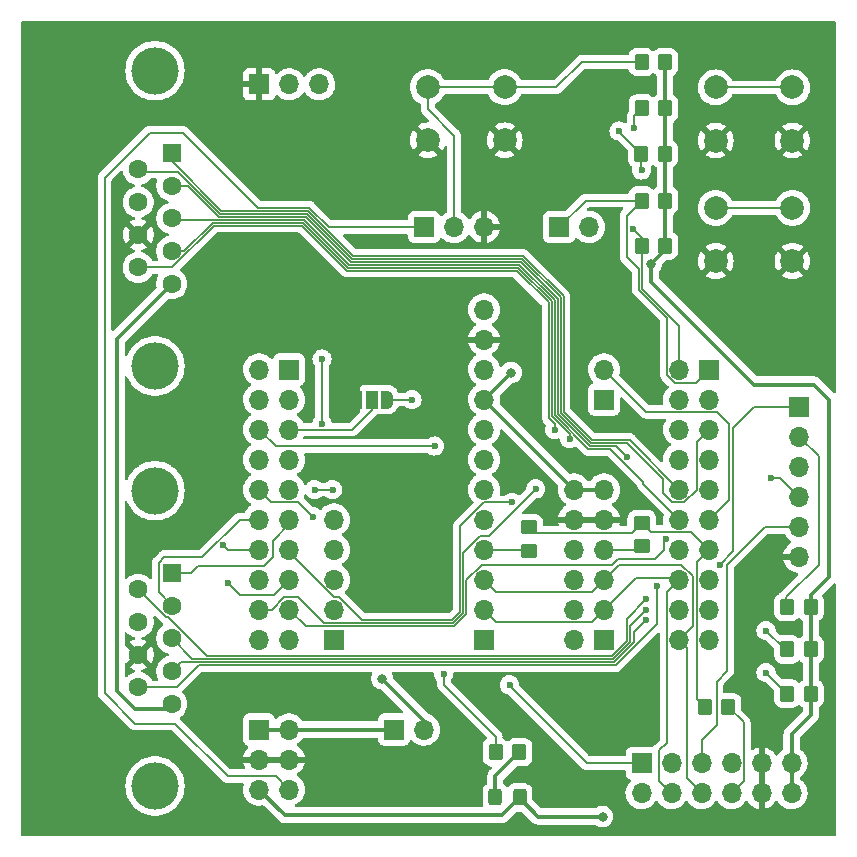
<source format=gtl>
%TF.GenerationSoftware,KiCad,Pcbnew,6.0.11-2627ca5db0~126~ubuntu22.04.1*%
%TF.CreationDate,2023-02-25T20:17:50+01:00*%
%TF.ProjectId,MiSTdon,4d695354-646f-46e2-9e6b-696361645f70,rev?*%
%TF.SameCoordinates,Original*%
%TF.FileFunction,Copper,L1,Top*%
%TF.FilePolarity,Positive*%
%FSLAX46Y46*%
G04 Gerber Fmt 4.6, Leading zero omitted, Abs format (unit mm)*
G04 Created by KiCad (PCBNEW 6.0.11-2627ca5db0~126~ubuntu22.04.1) date 2023-02-25 20:17:50*
%MOMM*%
%LPD*%
G01*
G04 APERTURE LIST*
G04 Aperture macros list*
%AMRoundRect*
0 Rectangle with rounded corners*
0 $1 Rounding radius*
0 $2 $3 $4 $5 $6 $7 $8 $9 X,Y pos of 4 corners*
0 Add a 4 corners polygon primitive as box body*
4,1,4,$2,$3,$4,$5,$6,$7,$8,$9,$2,$3,0*
0 Add four circle primitives for the rounded corners*
1,1,$1+$1,$2,$3*
1,1,$1+$1,$4,$5*
1,1,$1+$1,$6,$7*
1,1,$1+$1,$8,$9*
0 Add four rect primitives between the rounded corners*
20,1,$1+$1,$2,$3,$4,$5,0*
20,1,$1+$1,$4,$5,$6,$7,0*
20,1,$1+$1,$6,$7,$8,$9,0*
20,1,$1+$1,$8,$9,$2,$3,0*%
%AMFreePoly0*
4,1,22,0.550000,-0.750000,0.000000,-0.750000,0.000000,-0.745033,-0.079941,-0.743568,-0.215256,-0.701293,-0.333266,-0.622738,-0.424486,-0.514219,-0.481581,-0.384460,-0.499164,-0.250000,-0.500000,-0.250000,-0.500000,0.250000,-0.499164,0.250000,-0.499963,0.256109,-0.478152,0.396186,-0.417904,0.524511,-0.324060,0.630769,-0.204165,0.706417,-0.067858,0.745374,0.000000,0.744959,0.000000,0.750000,
0.550000,0.750000,0.550000,-0.750000,0.550000,-0.750000,$1*%
%AMFreePoly1*
4,1,20,0.000000,0.744959,0.073905,0.744508,0.209726,0.703889,0.328688,0.626782,0.421226,0.519385,0.479903,0.390333,0.500000,0.250000,0.500000,-0.250000,0.499851,-0.262216,0.476331,-0.402017,0.414519,-0.529596,0.319384,-0.634700,0.198574,-0.708877,0.061801,-0.746166,0.000000,-0.745033,0.000000,-0.750000,-0.550000,-0.750000,-0.550000,0.750000,0.000000,0.750000,0.000000,0.744959,
0.000000,0.744959,$1*%
G04 Aperture macros list end*
%TA.AperFunction,ComponentPad*%
%ADD10R,1.700000X1.700000*%
%TD*%
%TA.AperFunction,ComponentPad*%
%ADD11O,1.700000X1.700000*%
%TD*%
%TA.AperFunction,ComponentPad*%
%ADD12C,4.000000*%
%TD*%
%TA.AperFunction,ComponentPad*%
%ADD13R,1.600000X1.600000*%
%TD*%
%TA.AperFunction,ComponentPad*%
%ADD14C,1.600000*%
%TD*%
%TA.AperFunction,SMDPad,CuDef*%
%ADD15RoundRect,0.250000X-0.325000X-0.450000X0.325000X-0.450000X0.325000X0.450000X-0.325000X0.450000X0*%
%TD*%
%TA.AperFunction,SMDPad,CuDef*%
%ADD16RoundRect,0.250000X-0.350000X-0.450000X0.350000X-0.450000X0.350000X0.450000X-0.350000X0.450000X0*%
%TD*%
%TA.AperFunction,ComponentPad*%
%ADD17C,2.000000*%
%TD*%
%TA.AperFunction,SMDPad,CuDef*%
%ADD18RoundRect,0.250000X-0.450000X0.350000X-0.450000X-0.350000X0.450000X-0.350000X0.450000X0.350000X0*%
%TD*%
%TA.AperFunction,SMDPad,CuDef*%
%ADD19FreePoly0,0.000000*%
%TD*%
%TA.AperFunction,SMDPad,CuDef*%
%ADD20R,1.000000X1.500000*%
%TD*%
%TA.AperFunction,SMDPad,CuDef*%
%ADD21FreePoly1,0.000000*%
%TD*%
%TA.AperFunction,SMDPad,CuDef*%
%ADD22RoundRect,0.250000X0.350000X0.450000X-0.350000X0.450000X-0.350000X-0.450000X0.350000X-0.450000X0*%
%TD*%
%TA.AperFunction,SMDPad,CuDef*%
%ADD23RoundRect,0.250000X0.450000X-0.350000X0.450000X0.350000X-0.450000X0.350000X-0.450000X-0.350000X0*%
%TD*%
%TA.AperFunction,ViaPad*%
%ADD24C,0.600000*%
%TD*%
%TA.AperFunction,ViaPad*%
%ADD25C,0.800000*%
%TD*%
%TA.AperFunction,Conductor*%
%ADD26C,0.350000*%
%TD*%
%TA.AperFunction,Conductor*%
%ADD27C,0.127000*%
%TD*%
G04 APERTURE END LIST*
D10*
%TO.P,J7,1,Pin_1*%
%TO.N,/NRST2*%
X153035000Y-113340000D03*
D11*
%TO.P,J7,2,Pin_2*%
%TO.N,/PA2_SS4*%
X155575000Y-113340000D03*
%TO.P,J7,3,Pin_3*%
%TO.N,/PA9_CONF_D0*%
X158115000Y-113340000D03*
%TO.P,J7,4,Pin_4*%
%TO.N,/PA10_SS2*%
X160655000Y-113340000D03*
%TO.P,J7,5,Pin_5*%
%TO.N,GND*%
X163195000Y-113340000D03*
%TO.P,J7,6,Pin_6*%
%TO.N,/3V3*%
X165735000Y-113340000D03*
%TO.P,J7,7,Pin_7*%
%TO.N,/PA3_SS3*%
X153035000Y-115880000D03*
%TO.P,J7,8,Pin_8*%
%TO.N,/PA13_MOSI*%
X155575000Y-115880000D03*
%TO.P,J7,9,Pin_9*%
%TO.N,/PA12_MISO*%
X158115000Y-115880000D03*
%TO.P,J7,10,Pin_10*%
%TO.N,/SCK3*%
X160655000Y-115880000D03*
%TO.P,J7,11,Pin_11*%
%TO.N,GND*%
X163195000Y-115880000D03*
%TO.P,J7,12,Pin_12*%
%TO.N,/3V3*%
X165735000Y-115880000D03*
%TD*%
D12*
%TO.P,J9,0*%
%TO.N,N/C*%
X111840331Y-115270000D03*
X111840331Y-90270000D03*
D13*
%TO.P,J9,1,1*%
%TO.N,/PA28_J1UP*%
X113260331Y-97230000D03*
D14*
%TO.P,J9,2,2*%
%TO.N,/PA27_J1DW*%
X113260331Y-100000000D03*
%TO.P,J9,3,3*%
%TO.N,/PA26_J1LF*%
X113260331Y-102770000D03*
%TO.P,J9,4,4*%
%TO.N,/PA25_J1RG*%
X113260331Y-105540000D03*
%TO.P,J9,5,5*%
%TO.N,/5V*%
X113260331Y-108310000D03*
%TO.P,J9,6,6*%
%TO.N,/PA24_J1B1*%
X110420331Y-98615000D03*
%TO.P,J9,7,7*%
%TO.N,unconnected-(J9-Pad7)*%
X110420331Y-101385000D03*
%TO.P,J9,8,8*%
%TO.N,GND*%
X110420331Y-104155000D03*
%TO.P,J9,9,9*%
%TO.N,/PA23_J1B2*%
X110420331Y-106925000D03*
%TD*%
D15*
%TO.P,D1,1,K*%
%TO.N,Net-(D1-Pad1)*%
X140661000Y-116230000D03*
%TO.P,D1,2,A*%
%TO.N,/3V3*%
X142711000Y-116230000D03*
%TD*%
D10*
%TO.P,J10,1,Pin_1*%
%TO.N,GND*%
X120665000Y-55855000D03*
D11*
%TO.P,J10,2,Pin_2*%
%TO.N,/PA5_RX*%
X123205000Y-55855000D03*
%TO.P,J10,3,Pin_3*%
%TO.N,/PA6_TX*%
X125745000Y-55855000D03*
%TD*%
D10*
%TO.P,J2,1,Pin_1*%
%TO.N,/PA11_SS0_USB*%
X139700000Y-102870000D03*
D11*
%TO.P,J2,2,Pin_2*%
%TO.N,/PA13_MOSI*%
X139700000Y-100330000D03*
%TO.P,J2,3,Pin_3*%
%TO.N,/PA12_MISO*%
X139700000Y-97790000D03*
%TO.P,J2,4,Pin_4*%
%TO.N,/SCK1*%
X139700000Y-95250000D03*
%TO.P,J2,5,Pin_5*%
%TO.N,unconnected-(J2-Pad5)*%
X139700000Y-92710000D03*
%TO.P,J2,6,Pin_6*%
%TO.N,unconnected-(J2-Pad6)*%
X139700000Y-90170000D03*
%TO.P,J2,7,Pin_7*%
%TO.N,unconnected-(J2-Pad7)*%
X139700000Y-87630000D03*
%TO.P,J2,8,Pin_8*%
%TO.N,unconnected-(J2-Pad8)*%
X139700000Y-85090000D03*
%TO.P,J2,9,Pin_9*%
%TO.N,/3V3*%
X139700000Y-82550000D03*
%TO.P,J2,10,Pin_10*%
%TO.N,unconnected-(J2-Pad10)*%
X139700000Y-80010000D03*
%TO.P,J2,11,Pin_11*%
%TO.N,GND*%
X139700000Y-77470000D03*
%TO.P,J2,12,Pin_12*%
%TO.N,unconnected-(J2-Pad12)*%
X139700000Y-74930000D03*
%TD*%
D16*
%TO.P,R10,1*%
%TO.N,/PA7_CONF_NSTAT*%
X165370000Y-103710000D03*
%TO.P,R10,2*%
%TO.N,/3V3*%
X167370000Y-103710000D03*
%TD*%
D10*
%TO.P,J6,1,Pin_1*%
%TO.N,/5V*%
X120650000Y-110490000D03*
D11*
%TO.P,J6,2,Pin_2*%
X123190000Y-110490000D03*
%TO.P,J6,3,Pin_3*%
%TO.N,GND*%
X120650000Y-113030000D03*
%TO.P,J6,4,Pin_4*%
X123190000Y-113030000D03*
%TO.P,J6,5,Pin_5*%
%TO.N,/3V3*%
X120650000Y-115570000D03*
%TO.P,J6,6,Pin_6*%
%TO.N,/NRST*%
X123190000Y-115570000D03*
%TD*%
D16*
%TO.P,R12,1*%
%TO.N,/PA29_LED*%
X140686000Y-112395000D03*
%TO.P,R12,2*%
%TO.N,Net-(D1-Pad1)*%
X142686000Y-112395000D03*
%TD*%
D17*
%TO.P,SW4,1,1*%
%TO.N,/PB3_AD7_USER*%
X165810000Y-66330000D03*
X159310000Y-66330000D03*
%TO.P,SW4,2,2*%
%TO.N,GND*%
X165810000Y-70830000D03*
X159310000Y-70830000D03*
%TD*%
D16*
%TO.P,R8,1*%
%TO.N,/PB0_AD4*%
X153040000Y-69510000D03*
%TO.P,R8,2*%
%TO.N,/3V3*%
X155040000Y-69510000D03*
%TD*%
%TO.P,R9,1*%
%TO.N,/PA8_CONF_NCFG*%
X165370000Y-100115000D03*
%TO.P,R9,2*%
%TO.N,/3V3*%
X167370000Y-100115000D03*
%TD*%
D10*
%TO.P,J3,1,Pin_1*%
%TO.N,/VBUS*%
X127000000Y-102870000D03*
D11*
%TO.P,J3,2,Pin_2*%
%TO.N,/PA30_INT*%
X127000000Y-100330000D03*
%TO.P,J3,3,Pin_3*%
%TO.N,unconnected-(J3-Pad3)*%
X127000000Y-97790000D03*
%TO.P,J3,4,Pin_4*%
%TO.N,/NRST2*%
X127000000Y-95250000D03*
%TO.P,J3,5,Pin_5*%
%TO.N,unconnected-(J3-Pad5)*%
X127000000Y-92710000D03*
%TD*%
D10*
%TO.P,JP4,1,Pin_1*%
%TO.N,/PB1_AD5*%
X146050000Y-67945000D03*
D11*
%TO.P,JP4,2,Pin_2*%
%TO.N,/PB0_AD4*%
X148590000Y-67945000D03*
%TD*%
D16*
%TO.P,R4,1*%
%TO.N,/NRST2*%
X153040000Y-53975000D03*
%TO.P,R4,2*%
%TO.N,/3V3*%
X155040000Y-53975000D03*
%TD*%
D17*
%TO.P,SW1,1,1*%
%TO.N,/NRST2*%
X134945000Y-56100000D03*
X141445000Y-56100000D03*
%TO.P,SW1,2,2*%
%TO.N,GND*%
X134945000Y-60600000D03*
X141445000Y-60600000D03*
%TD*%
D16*
%TO.P,R7,1*%
%TO.N,/PB1_AD5*%
X153040000Y-65700000D03*
%TO.P,R7,2*%
%TO.N,/3V3*%
X155040000Y-65700000D03*
%TD*%
D18*
%TO.P,R2,1*%
%TO.N,/PA14_SCK*%
X153045000Y-92980000D03*
%TO.P,R2,2*%
%TO.N,/SCK2*%
X153045000Y-94980000D03*
%TD*%
D10*
%TO.P,JP3,1,Pin_1*%
%TO.N,/NRST*%
X134620000Y-67945000D03*
D11*
%TO.P,JP3,2,Pin_2*%
%TO.N,/NRST2*%
X137160000Y-67945000D03*
%TO.P,JP3,3,Pin_3*%
%TO.N,GND*%
X139700000Y-67945000D03*
%TD*%
D10*
%TO.P,J11,1,Pin_1*%
%TO.N,/PA15_CONF_DCLK*%
X166370000Y-83175000D03*
D11*
%TO.P,J11,2,Pin_2*%
%TO.N,/PA8_CONF_NCFG*%
X166370000Y-85715000D03*
%TO.P,J11,3,Pin_3*%
%TO.N,/PA7_CONF_NSTAT*%
X166370000Y-88255000D03*
%TO.P,J11,4,Pin_4*%
%TO.N,/PA4_CONF_DONE*%
X166370000Y-90795000D03*
%TO.P,J11,5,Pin_5*%
%TO.N,/PA9_CONF_D0*%
X166370000Y-93335000D03*
%TO.P,J11,6,Pin_6*%
%TO.N,GND*%
X166370000Y-95875000D03*
%TD*%
D19*
%TO.P,JP2,1,A*%
%TO.N,GND*%
X128875000Y-82550000D03*
D20*
%TO.P,JP2,2,C*%
%TO.N,/PA0_SD_CD*%
X130175000Y-82550000D03*
D21*
%TO.P,JP2,3,B*%
%TO.N,/CD*%
X131475000Y-82550000D03*
%TD*%
D22*
%TO.P,R1,1*%
%TO.N,/SCK3*%
X160385000Y-108585000D03*
%TO.P,R1,2*%
%TO.N,/PA14_SCK*%
X158385000Y-108585000D03*
%TD*%
D12*
%TO.P,J8,0*%
%TO.N,N/C*%
X111840331Y-79710000D03*
X111840331Y-54710000D03*
D13*
%TO.P,J8,1,1*%
%TO.N,/PA22_J0UP*%
X113260331Y-61670000D03*
D14*
%TO.P,J8,2,2*%
%TO.N,/PA21_J0DW*%
X113260331Y-64440000D03*
%TO.P,J8,3,3*%
%TO.N,/PA20_J0LF*%
X113260331Y-67210000D03*
%TO.P,J8,4,4*%
%TO.N,/PA19_J0RG*%
X113260331Y-69980000D03*
%TO.P,J8,5,5*%
%TO.N,/5V*%
X113260331Y-72750000D03*
%TO.P,J8,6,6*%
%TO.N,/PA18_J0B1*%
X110420331Y-63055000D03*
%TO.P,J8,7,7*%
%TO.N,unconnected-(J8-Pad7)*%
X110420331Y-65825000D03*
%TO.P,J8,8,8*%
%TO.N,GND*%
X110420331Y-68595000D03*
%TO.P,J8,9,9*%
%TO.N,/PA17_J0B2*%
X110420331Y-71365000D03*
%TD*%
D16*
%TO.P,R6,1*%
%TO.N,/PB2_AD6_OSD*%
X152997064Y-61730000D03*
%TO.P,R6,2*%
%TO.N,/3V3*%
X154997064Y-61730000D03*
%TD*%
D17*
%TO.P,SW3,1,1*%
%TO.N,/PB2_AD6_OSD*%
X165810000Y-56120000D03*
X159310000Y-56120000D03*
%TO.P,SW3,2,2*%
%TO.N,GND*%
X159310000Y-60620000D03*
X165810000Y-60620000D03*
%TD*%
D16*
%TO.P,R5,1*%
%TO.N,/PB3_AD7_USER*%
X153040000Y-57900000D03*
%TO.P,R5,2*%
%TO.N,/3V3*%
X155040000Y-57900000D03*
%TD*%
%TO.P,R11,1*%
%TO.N,/PA4_CONF_DONE*%
X165370000Y-107442000D03*
%TO.P,R11,2*%
%TO.N,/3V3*%
X167370000Y-107442000D03*
%TD*%
D10*
%TO.P,JP5,1,Pin_1*%
%TO.N,/PA1_SD_WP*%
X149860000Y-82550000D03*
D11*
%TO.P,JP5,2,Pin_2*%
%TO.N,/PA16_DM_PUP*%
X149860000Y-80010000D03*
%TD*%
D23*
%TO.P,R3,1*%
%TO.N,/SCK1*%
X143510000Y-95345000D03*
%TO.P,R3,2*%
%TO.N,/PA14_SCK*%
X143510000Y-93345000D03*
%TD*%
D10*
%TO.P,J1,1,Pin_1*%
%TO.N,/PA31_SS1_SD*%
X149860000Y-102870000D03*
D11*
%TO.P,J1,2,Pin_2*%
%TO.N,/PA13_MOSI*%
X149860000Y-100330000D03*
%TO.P,J1,3,Pin_3*%
%TO.N,/PA12_MISO*%
X149860000Y-97790000D03*
%TO.P,J1,4,Pin_4*%
%TO.N,/SCK2*%
X149860000Y-95250000D03*
%TO.P,J1,5,Pin_5*%
%TO.N,GND*%
X149860000Y-92710000D03*
%TO.P,J1,6,Pin_6*%
%TO.N,/3V3*%
X149860000Y-90170000D03*
%TO.P,J1,7,Pin_7*%
%TO.N,unconnected-(J1-Pad7)*%
X147320000Y-102870000D03*
%TO.P,J1,8,Pin_8*%
%TO.N,unconnected-(J1-Pad8)*%
X147320000Y-100330000D03*
%TO.P,J1,9,Pin_9*%
%TO.N,/CD*%
X147320000Y-97790000D03*
%TO.P,J1,10,Pin_10*%
%TO.N,unconnected-(J1-Pad10)*%
X147320000Y-95250000D03*
%TO.P,J1,11,Pin_11*%
%TO.N,GND*%
X147320000Y-92710000D03*
%TO.P,J1,12,Pin_12*%
%TO.N,/3V3*%
X147320000Y-90170000D03*
%TD*%
D10*
%TO.P,JP1,1,Pin_1*%
%TO.N,/5V*%
X132080000Y-110490000D03*
D11*
%TO.P,JP1,2,Pin_2*%
%TO.N,/VBUS*%
X134620000Y-110490000D03*
%TD*%
D10*
%TO.P,J4,1,Pin_1*%
%TO.N,/PB7_TCK*%
X123190000Y-80010000D03*
D11*
%TO.P,J4,2,Pin_2*%
%TO.N,/PA31_SS1_SD*%
X120650000Y-80010000D03*
%TO.P,J4,3,Pin_3*%
%TO.N,/PB6_TMS*%
X123190000Y-82550000D03*
%TO.P,J4,4,Pin_4*%
%TO.N,/PB5_TDO*%
X120650000Y-82550000D03*
%TO.P,J4,5,Pin_5*%
%TO.N,/PA0_SD_CD*%
X123190000Y-85090000D03*
%TO.P,J4,6,Pin_6*%
%TO.N,/PA1_SD_WP*%
X120650000Y-85090000D03*
%TO.P,J4,7,Pin_7*%
%TO.N,/PA2_SS4*%
X123190000Y-87630000D03*
%TO.P,J4,8,Pin_8*%
%TO.N,/PA3_SS3*%
X120650000Y-87630000D03*
%TO.P,J4,9,Pin_9*%
%TO.N,/PA30_INT*%
X123190000Y-90170000D03*
%TO.P,J4,10,Pin_10*%
%TO.N,/PA29_LED*%
X120650000Y-90170000D03*
%TO.P,J4,11,Pin_11*%
%TO.N,/PA28_J1UP*%
X123190000Y-92710000D03*
%TO.P,J4,12,Pin_12*%
%TO.N,/PA27_J1DW*%
X120650000Y-92710000D03*
%TO.P,J4,13,Pin_13*%
%TO.N,/PA4_CONF_DONE*%
X123190000Y-95250000D03*
%TO.P,J4,14,Pin_14*%
%TO.N,/PA5_RX*%
X120650000Y-95250000D03*
%TO.P,J4,15,Pin_15*%
%TO.N,/PA6_TX*%
X123190000Y-97790000D03*
%TO.P,J4,16,Pin_16*%
%TO.N,/PB4_TDI*%
X120650000Y-97790000D03*
%TO.P,J4,17,Pin_17*%
%TO.N,/PA7_CONF_NSTAT*%
X123190000Y-100330000D03*
%TO.P,J4,18,Pin_18*%
%TO.N,/PA8_CONF_NCFG*%
X120650000Y-100330000D03*
%TO.P,J4,19,Pin_19*%
%TO.N,/PA9_CONF_D0*%
X123190000Y-102870000D03*
%TO.P,J4,20,Pin_20*%
%TO.N,/PA10_SS2*%
X120650000Y-102870000D03*
%TD*%
D10*
%TO.P,J5,1,Pin_1*%
%TO.N,/PB1_AD5*%
X158750000Y-80010000D03*
D11*
%TO.P,J5,2,Pin_2*%
%TO.N,/PB0_AD4*%
X156210000Y-80010000D03*
%TO.P,J5,3,Pin_3*%
%TO.N,/PB3_AD7_USER*%
X158750000Y-82550000D03*
%TO.P,J5,4,Pin_4*%
%TO.N,/PB2_AD6_OSD*%
X156210000Y-82550000D03*
%TO.P,J5,5,Pin_5*%
%TO.N,/PA18_J0B1*%
X158750000Y-85090000D03*
%TO.P,J5,6,Pin_6*%
%TO.N,/PA17_J0B2*%
X156210000Y-85090000D03*
%TO.P,J5,7,Pin_7*%
%TO.N,/PA19_J0RG*%
X158750000Y-87630000D03*
%TO.P,J5,8,Pin_8*%
%TO.N,/PA21_J0DW*%
X156210000Y-87630000D03*
%TO.P,J5,9,Pin_9*%
%TO.N,/PA23_J1B2*%
X158750000Y-90170000D03*
%TO.P,J5,10,Pin_10*%
%TO.N,/PA22_J0UP*%
X156210000Y-90170000D03*
%TO.P,J5,11,Pin_11*%
%TO.N,/PA16_DM_PUP*%
X158750000Y-92710000D03*
%TO.P,J5,12,Pin_12*%
%TO.N,/PA20_J0LF*%
X156210000Y-92710000D03*
%TO.P,J5,13,Pin_13*%
%TO.N,/PA14_SCK*%
X158750000Y-95250000D03*
%TO.P,J5,14,Pin_14*%
%TO.N,/PA15_CONF_DCLK*%
X156210000Y-95250000D03*
%TO.P,J5,15,Pin_15*%
%TO.N,/PA24_J1B1*%
X158750000Y-97790000D03*
%TO.P,J5,16,Pin_16*%
%TO.N,/PA13_MOSI*%
X156210000Y-97790000D03*
%TO.P,J5,17,Pin_17*%
%TO.N,/PA26_J1LF*%
X158750000Y-100330000D03*
%TO.P,J5,18,Pin_18*%
%TO.N,/PA25_J1RG*%
X156210000Y-100330000D03*
%TO.P,J5,19,Pin_19*%
%TO.N,/PA11_SS0_USB*%
X158750000Y-102870000D03*
%TO.P,J5,20,Pin_20*%
%TO.N,/PA12_MISO*%
X156210000Y-102870000D03*
%TD*%
D24*
%TO.N,/PA4_CONF_DONE*%
X163576000Y-105664000D03*
%TO.N,/PA7_CONF_NSTAT*%
X163576000Y-102108000D03*
%TO.N,/PA30_INT*%
X125349000Y-90170000D03*
X126873000Y-90170000D03*
%TO.N,/CD*%
X133604000Y-82550000D03*
%TO.N,/PA4_CONF_DONE*%
X163957000Y-89154000D03*
%TO.N,/NRST2*%
X125984000Y-79121000D03*
X125984000Y-84582000D03*
%TO.N,/PA1_SD_WP*%
X135509000Y-86487000D03*
%TO.N,/PA29_LED*%
X136271000Y-105791000D03*
X125222000Y-92456000D03*
%TO.N,/PA4_CONF_DONE*%
X142049500Y-91249500D03*
%TO.N,/PA5_RX*%
X117602500Y-94893396D03*
%TO.N,/PA6_TX*%
X117983000Y-98044000D03*
%TO.N,/PA7_CONF_NSTAT*%
X155070250Y-94364250D03*
%TO.N,/PA8_CONF_NCFG*%
X144081500Y-90106500D03*
%TO.N,/PB0_AD4*%
X152273000Y-68072000D03*
%TO.N,/PB3_AD7_USER*%
X152400000Y-59563000D03*
%TO.N,/PB2_AD6_OSD*%
X151130000Y-59817000D03*
X153035000Y-63119000D03*
%TO.N,/PA17_J0B2*%
X145669000Y-85090000D03*
%TO.N,/PA19_J0RG*%
X146939000Y-85852000D03*
%TO.N,/PA21_J0DW*%
X151765000Y-87376000D03*
%TO.N,/PA23_J1B2*%
X154322803Y-98316000D03*
%TO.N,/PA15_CONF_DCLK*%
X159639000Y-96520000D03*
%TO.N,/PA24_J1B1*%
X153416000Y-99441000D03*
%TO.N,/PA26_J1LF*%
X153416000Y-100330000D03*
%TO.N,/PA25_J1RG*%
X153416000Y-101219000D03*
D25*
%TO.N,/3V3*%
X149733000Y-117856000D03*
X153860500Y-71056500D03*
X141986000Y-80264000D03*
D24*
%TO.N,/NRST2*%
X141859000Y-106698000D03*
D25*
%TO.N,/VBUS*%
X131064000Y-106172000D03*
%TD*%
D26*
%TO.N,/5V*%
X113260331Y-72750000D02*
X108585000Y-77425331D01*
X112858331Y-108712000D02*
X113260331Y-108310000D01*
X108585000Y-77425331D02*
X108585000Y-107188000D01*
X108585000Y-107188000D02*
X110109000Y-108712000D01*
X110109000Y-108712000D02*
X112858331Y-108712000D01*
D27*
%TO.N,/PA4_CONF_DONE*%
X163576000Y-105664000D02*
X165354000Y-107442000D01*
D26*
%TO.N,/3V3*%
X165735000Y-113340000D02*
X165735000Y-110871000D01*
D27*
%TO.N,/PA4_CONF_DONE*%
X165354000Y-107442000D02*
X165370000Y-107442000D01*
D26*
%TO.N,/3V3*%
X165735000Y-110871000D02*
X167386000Y-109220000D01*
X167386000Y-109220000D02*
X167386000Y-107458000D01*
X167386000Y-107458000D02*
X167370000Y-107442000D01*
X167370000Y-107442000D02*
X167370000Y-103710000D01*
D27*
%TO.N,/PA7_CONF_NSTAT*%
X163576000Y-102108000D02*
X165178000Y-103710000D01*
X165178000Y-103710000D02*
X165370000Y-103710000D01*
%TO.N,/PA9_CONF_D0*%
X158115000Y-113340000D02*
X158115000Y-111379000D01*
X159385000Y-106426000D02*
X160274000Y-105537000D01*
X158115000Y-111379000D02*
X159385000Y-110109000D01*
X159385000Y-110109000D02*
X159385000Y-106426000D01*
X160274000Y-96520000D02*
X163459000Y-93335000D01*
X160274000Y-105537000D02*
X160274000Y-96520000D01*
X163459000Y-93335000D02*
X166370000Y-93335000D01*
D26*
%TO.N,/3V3*%
X141986000Y-80264000D02*
X139700000Y-82550000D01*
D27*
%TO.N,/PA4_CONF_DONE*%
X142049500Y-91249500D02*
X139689010Y-91249500D01*
X139689010Y-91249500D02*
X137668000Y-93270510D01*
X129360490Y-101219000D02*
X127430990Y-99289500D01*
X137668000Y-93270510D02*
X137668000Y-100500580D01*
X137668000Y-100500580D02*
X136949580Y-101219000D01*
X136949580Y-101219000D02*
X129360490Y-101219000D01*
X127430990Y-99289500D02*
X127028010Y-99289500D01*
X127028010Y-99289500D02*
X123190000Y-95451490D01*
X123190000Y-95451490D02*
X123190000Y-95250000D01*
%TO.N,/PA25_J1RG*%
X113260331Y-105540000D02*
X114025331Y-104775000D01*
X152400000Y-103080420D02*
X152400000Y-102235000D01*
X114025331Y-104775000D02*
X150705420Y-104775000D01*
X150705420Y-104775000D02*
X152400000Y-103080420D01*
X152400000Y-102235000D02*
X153416000Y-101219000D01*
%TO.N,/PA23_J1B2*%
X110420331Y-106925000D02*
X113674000Y-106925000D01*
X113674000Y-106925000D02*
X115570000Y-105029000D01*
X150876000Y-105029000D02*
X154322803Y-101582197D01*
X115570000Y-105029000D02*
X150876000Y-105029000D01*
X154322803Y-101582197D02*
X154322803Y-98316000D01*
%TO.N,/PA27_J1DW*%
X113260331Y-100000000D02*
X112141000Y-98880669D01*
X112141000Y-98880669D02*
X112141000Y-96368331D01*
X118999000Y-92710000D02*
X120650000Y-92710000D01*
X112141000Y-96368331D02*
X112624331Y-95885000D01*
X112624331Y-95885000D02*
X115824000Y-95885000D01*
X115824000Y-95885000D02*
X118999000Y-92710000D01*
%TO.N,/PA5_RX*%
X117983000Y-95250000D02*
X120650000Y-95250000D01*
X117602500Y-94893396D02*
X117626396Y-94893396D01*
X117626396Y-94893396D02*
X117983000Y-95250000D01*
%TO.N,/PA8_CONF_NCFG*%
X144081500Y-90106500D02*
X140081000Y-94107000D01*
X122759010Y-99289500D02*
X121718510Y-100330000D01*
X140081000Y-94107000D02*
X139371510Y-94107000D01*
X137922000Y-100605790D02*
X137054790Y-101473000D01*
X137054790Y-101473000D02*
X126111000Y-101473000D01*
X139371510Y-94107000D02*
X137922000Y-95556510D01*
X121718510Y-100330000D02*
X120650000Y-100330000D01*
X137922000Y-95556510D02*
X137922000Y-100605790D01*
X126111000Y-101473000D02*
X123927500Y-99289500D01*
X123927500Y-99289500D02*
X122759010Y-99289500D01*
%TO.N,/PA7_CONF_NSTAT*%
X155070250Y-94364250D02*
X154940000Y-94494500D01*
X154940000Y-94494500D02*
X154940000Y-95250000D01*
X154940000Y-95250000D02*
X154178000Y-96012000D01*
X151003000Y-96012000D02*
X150495000Y-96520000D01*
X154178000Y-96012000D02*
X151003000Y-96012000D01*
X150495000Y-96520000D02*
X139498510Y-96520000D01*
X139498510Y-96520000D02*
X138176000Y-97842510D01*
X124587000Y-101727000D02*
X123190000Y-100330000D01*
X138176000Y-97842510D02*
X138176000Y-100711000D01*
X138176000Y-100711000D02*
X137160000Y-101727000D01*
X137160000Y-101727000D02*
X124587000Y-101727000D01*
%TO.N,/PA30_INT*%
X126873000Y-90170000D02*
X125349000Y-90170000D01*
%TO.N,/PA1_SD_WP*%
X135509000Y-86487000D02*
X122047000Y-86487000D01*
X122047000Y-86487000D02*
X120650000Y-85090000D01*
%TO.N,/CD*%
X131475000Y-82550000D02*
X133604000Y-82550000D01*
%TO.N,/PA4_CONF_DONE*%
X163957000Y-89154000D02*
X164729000Y-89154000D01*
X164729000Y-89154000D02*
X166370000Y-90795000D01*
%TO.N,/NRST2*%
X125984000Y-84582000D02*
X125984000Y-79121000D01*
%TO.N,/PA13_MOSI*%
X155575000Y-115880000D02*
X154534500Y-114839500D01*
X154534500Y-114839500D02*
X154534500Y-112229000D01*
X154534500Y-112229000D02*
X155169500Y-111594000D01*
X155169500Y-111594000D02*
X155169500Y-98830500D01*
X155169500Y-98830500D02*
X156210000Y-97790000D01*
%TO.N,/PA15_CONF_DCLK*%
X166370000Y-83175000D02*
X162570000Y-83175000D01*
X162570000Y-83175000D02*
X160782000Y-84963000D01*
X160782000Y-84963000D02*
X160782000Y-95377000D01*
X160782000Y-95377000D02*
X159639000Y-96520000D01*
D26*
%TO.N,/3V3*%
X153860500Y-71056500D02*
X153860500Y-72580500D01*
X167370000Y-99076000D02*
X167370000Y-100115000D01*
X153860500Y-72580500D02*
X162560000Y-81280000D01*
X162560000Y-81280000D02*
X167640000Y-81280000D01*
X167640000Y-81280000D02*
X168910000Y-82550000D01*
X168910000Y-82550000D02*
X168910000Y-97536000D01*
X168910000Y-97536000D02*
X167370000Y-99076000D01*
D27*
%TO.N,/PB1_AD5*%
X158750000Y-80010000D02*
X157607000Y-81153000D01*
X157607000Y-81153000D02*
X155881510Y-81153000D01*
X155881510Y-81153000D02*
X155169500Y-80440990D01*
X155169500Y-80440990D02*
X155169500Y-75645710D01*
X152786000Y-73262210D02*
X152786000Y-71506000D01*
X155169500Y-75645710D02*
X152786000Y-73262210D01*
X152786000Y-71506000D02*
X151765000Y-70485000D01*
X151765000Y-70485000D02*
X151765000Y-66975000D01*
X151765000Y-66975000D02*
X153040000Y-65700000D01*
%TO.N,/PA0_SD_CD*%
X123190000Y-85090000D02*
X128512000Y-85090000D01*
X128512000Y-85090000D02*
X130175000Y-83427000D01*
X130175000Y-83427000D02*
X130175000Y-82550000D01*
%TO.N,/PA29_LED*%
X121690500Y-91210500D02*
X120650000Y-90170000D01*
X140686000Y-111095000D02*
X140686000Y-112395000D01*
X136271000Y-106680000D02*
X140686000Y-111095000D01*
X123976500Y-91210500D02*
X121690500Y-91210500D01*
X136271000Y-105791000D02*
X136271000Y-106680000D01*
X125222000Y-92456000D02*
X123976500Y-91210500D01*
%TO.N,/PA28_J1UP*%
X115443000Y-96647000D02*
X121031000Y-96647000D01*
X121793000Y-95885000D02*
X121793000Y-94488000D01*
X113260331Y-97230000D02*
X114860000Y-97230000D01*
X121031000Y-96647000D02*
X121793000Y-95885000D01*
X114860000Y-97230000D02*
X115443000Y-96647000D01*
X123190000Y-93091000D02*
X123190000Y-92710000D01*
X121793000Y-94488000D02*
X123190000Y-93091000D01*
%TO.N,/PA6_TX*%
X117983000Y-98044000D02*
X118999000Y-99060000D01*
X118999000Y-99060000D02*
X121920000Y-99060000D01*
X121920000Y-99060000D02*
X123190000Y-97790000D01*
%TO.N,/PA8_CONF_NCFG*%
X168021000Y-87366000D02*
X166370000Y-85715000D01*
X168021000Y-96520000D02*
X168021000Y-87366000D01*
X165370000Y-100115000D02*
X165256500Y-100001500D01*
X165256500Y-99284500D02*
X168021000Y-96520000D01*
X165256500Y-100001500D02*
X165256500Y-99284500D01*
%TO.N,/PB1_AD5*%
X148295000Y-65700000D02*
X153040000Y-65700000D01*
X146050000Y-67945000D02*
X148295000Y-65700000D01*
%TO.N,/PB0_AD4*%
X153040000Y-68839000D02*
X152273000Y-68072000D01*
X153040000Y-73157000D02*
X156210000Y-76327000D01*
X153040000Y-69510000D02*
X153040000Y-68839000D01*
X153040000Y-69510000D02*
X153040000Y-73157000D01*
X156210000Y-76327000D02*
X156210000Y-80010000D01*
%TO.N,/PB3_AD7_USER*%
X152400000Y-58540000D02*
X152400000Y-59563000D01*
X165810000Y-66330000D02*
X159310000Y-66330000D01*
X153040000Y-57900000D02*
X152400000Y-58540000D01*
%TO.N,/PB2_AD6_OSD*%
X151130000Y-59817000D02*
X151130000Y-59862936D01*
X153035000Y-63119000D02*
X152997064Y-63081064D01*
X152997064Y-63081064D02*
X152997064Y-61730000D01*
X165810000Y-56120000D02*
X159310000Y-56120000D01*
X151130000Y-59862936D02*
X152997064Y-61730000D01*
%TO.N,/PA18_J0B1*%
X110420331Y-63055000D02*
X110611331Y-63246000D01*
X146177000Y-73892210D02*
X146177000Y-83671210D01*
X110611331Y-63246000D02*
X113792000Y-63246000D01*
X117348000Y-66802000D02*
X124692210Y-66802000D01*
X148738790Y-86233000D02*
X151765000Y-86233000D01*
X146177000Y-83671210D02*
X148738790Y-86233000D01*
X155599500Y-91210500D02*
X156669000Y-91210500D01*
X157709500Y-86130500D02*
X158750000Y-85090000D01*
X124692210Y-66802000D02*
X128502210Y-70612000D01*
X113792000Y-63246000D02*
X117348000Y-66802000D01*
X128502210Y-70612000D02*
X142896790Y-70612000D01*
X156669000Y-91210500D02*
X157709500Y-90170000D01*
X142896790Y-70612000D02*
X146177000Y-73892210D01*
X151765000Y-86233000D02*
X154813000Y-89281000D01*
X154813000Y-90424000D02*
X155599500Y-91210500D01*
X154813000Y-89281000D02*
X154813000Y-90424000D01*
X157709500Y-90170000D02*
X157709500Y-86130500D01*
%TO.N,/PA17_J0B2*%
X145161000Y-74313050D02*
X145161000Y-84092050D01*
X145669000Y-84600050D02*
X145669000Y-85090000D01*
X116840000Y-67818000D02*
X124271370Y-67818000D01*
X145161000Y-84092050D02*
X145669000Y-84600050D01*
X113293000Y-71365000D02*
X116840000Y-67818000D01*
X110420331Y-71365000D02*
X113293000Y-71365000D01*
X128081370Y-71628000D02*
X142475950Y-71628000D01*
X124271370Y-67818000D02*
X128081370Y-71628000D01*
X142475950Y-71628000D02*
X145161000Y-74313050D01*
%TO.N,/PA19_J0RG*%
X145415000Y-83986840D02*
X146939000Y-85510840D01*
X146939000Y-85510840D02*
X146939000Y-85852000D01*
X116734790Y-67564000D02*
X124376580Y-67564000D01*
X113260331Y-69980000D02*
X114318790Y-69980000D01*
X145415000Y-74207840D02*
X145415000Y-83986840D01*
X114318790Y-69980000D02*
X116734790Y-67564000D01*
X142581160Y-71374000D02*
X145415000Y-74207840D01*
X128186580Y-71374000D02*
X142581160Y-71374000D01*
X124376580Y-67564000D02*
X128186580Y-71374000D01*
%TO.N,/PA21_J0DW*%
X148633580Y-86487000D02*
X150876000Y-86487000D01*
X128397000Y-70866000D02*
X142791580Y-70866000D01*
X150876000Y-86487000D02*
X151765000Y-87376000D01*
X145923000Y-83776420D02*
X148633580Y-86487000D01*
X113260331Y-64440000D02*
X114626790Y-64440000D01*
X124587000Y-67056000D02*
X128397000Y-70866000D01*
X145923000Y-73997420D02*
X145923000Y-83776420D01*
X117242790Y-67056000D02*
X124587000Y-67056000D01*
X142791580Y-70866000D02*
X145923000Y-73997420D01*
X114626790Y-64440000D02*
X117242790Y-67056000D01*
%TO.N,/PA22_J0UP*%
X128607420Y-70358000D02*
X143002000Y-70358000D01*
X148844000Y-85979000D02*
X152019000Y-85979000D01*
X113260331Y-61670000D02*
X113260331Y-62355121D01*
X146431000Y-83566000D02*
X148844000Y-85979000D01*
X143002000Y-70358000D02*
X146431000Y-73787000D01*
X146431000Y-73787000D02*
X146431000Y-83566000D01*
X113260331Y-62355121D02*
X117453210Y-66548000D01*
X152019000Y-85979000D02*
X156210000Y-90170000D01*
X124797420Y-66548000D02*
X128607420Y-70358000D01*
X117453210Y-66548000D02*
X124797420Y-66548000D01*
%TO.N,/PA16_DM_PUP*%
X160401000Y-91059000D02*
X158750000Y-92710000D01*
X159409500Y-83590500D02*
X160401000Y-84582000D01*
X149860000Y-80010000D02*
X153440500Y-83590500D01*
X160401000Y-84582000D02*
X160401000Y-91059000D01*
X153440500Y-83590500D02*
X159409500Y-83590500D01*
%TO.N,/PA20_J0LF*%
X153162000Y-89662000D02*
X156210000Y-92710000D01*
X145669000Y-74102630D02*
X145669000Y-83881630D01*
X124481790Y-67310000D02*
X128291790Y-71120000D01*
X142686370Y-71120000D02*
X145669000Y-74102630D01*
X145669000Y-83881630D02*
X148528370Y-86741000D01*
X150368000Y-86741000D02*
X153162000Y-89535000D01*
X113360331Y-67310000D02*
X124481790Y-67310000D01*
X148528370Y-86741000D02*
X150368000Y-86741000D01*
X153162000Y-89535000D02*
X153162000Y-89662000D01*
X128291790Y-71120000D02*
X142686370Y-71120000D01*
X113260331Y-67210000D02*
X113360331Y-67310000D01*
%TO.N,/PA14_SCK*%
X153045000Y-92980000D02*
X153815500Y-93750500D01*
X153815500Y-93750500D02*
X157250500Y-93750500D01*
X143988500Y-93823500D02*
X143510000Y-93345000D01*
X157250500Y-93750500D02*
X158750000Y-95250000D01*
X158750000Y-95250000D02*
X157709500Y-96290500D01*
X157709500Y-96290500D02*
X157709500Y-107909500D01*
X157709500Y-107909500D02*
X158385000Y-108585000D01*
X153045000Y-92980000D02*
X152201500Y-93823500D01*
X152201500Y-93823500D02*
X143988500Y-93823500D01*
%TO.N,/PA24_J1B1*%
X150495000Y-104267000D02*
X116205000Y-104267000D01*
X112795831Y-100990500D02*
X110420331Y-98615000D01*
X153416000Y-99441000D02*
X151765000Y-101092000D01*
X151765000Y-101092000D02*
X151765000Y-102997000D01*
X112928500Y-100990500D02*
X112795831Y-100990500D01*
X151765000Y-102997000D02*
X150495000Y-104267000D01*
X116205000Y-104267000D02*
X112928500Y-100990500D01*
%TO.N,/PA13_MOSI*%
X152527000Y-97663000D02*
X156083000Y-97663000D01*
X149860000Y-100330000D02*
X152527000Y-97663000D01*
X140740500Y-101370500D02*
X148819500Y-101370500D01*
X156083000Y-97663000D02*
X156210000Y-97790000D01*
X139700000Y-100330000D02*
X140740500Y-101370500D01*
X148819500Y-101370500D02*
X149860000Y-100330000D01*
%TO.N,/PA26_J1LF*%
X115011331Y-104521000D02*
X113260331Y-102770000D01*
X152019000Y-101727000D02*
X152019000Y-103102210D01*
X153416000Y-100330000D02*
X152019000Y-101727000D01*
X152019000Y-103102210D02*
X150600210Y-104521000D01*
X150600210Y-104521000D02*
X115011331Y-104521000D01*
%TO.N,/PA12_MISO*%
X149860000Y-97790000D02*
X151130000Y-96520000D01*
X139700000Y-97790000D02*
X140740500Y-98830500D01*
X151130000Y-96520000D02*
X156411490Y-96520000D01*
X157353000Y-97461510D02*
X157353000Y-101727000D01*
X157353000Y-101727000D02*
X156210000Y-102870000D01*
X156845000Y-103505000D02*
X156210000Y-102870000D01*
X140740500Y-98830500D02*
X148819500Y-98830500D01*
X148819500Y-98830500D02*
X149860000Y-97790000D01*
X156845000Y-114610000D02*
X156845000Y-103505000D01*
X156411490Y-96520000D02*
X157353000Y-97461510D01*
X158115000Y-115880000D02*
X156845000Y-114610000D01*
D26*
%TO.N,Net-(D1-Pad1)*%
X140661000Y-116230000D02*
X140661000Y-114420000D01*
X140661000Y-114420000D02*
X142686000Y-112395000D01*
%TO.N,/3V3*%
X122809000Y-117729000D02*
X141212000Y-117729000D01*
X167370000Y-103710000D02*
X167370000Y-100115000D01*
X155040000Y-69877000D02*
X155040000Y-69510000D01*
X149733000Y-117856000D02*
X144272000Y-117856000D01*
X155040000Y-65700000D02*
X155040000Y-69510000D01*
X141212000Y-117729000D02*
X142711000Y-116230000D01*
X153860500Y-71056500D02*
X155040000Y-69877000D01*
X155040000Y-53975000D02*
X155040000Y-57900000D01*
X155040000Y-61687064D02*
X154997064Y-61730000D01*
X154997064Y-65657064D02*
X155040000Y-65700000D01*
X120650000Y-115570000D02*
X122809000Y-117729000D01*
X144272000Y-117856000D02*
X142711000Y-116295000D01*
X142711000Y-116295000D02*
X142711000Y-116230000D01*
X154997064Y-61730000D02*
X154997064Y-65657064D01*
X139700000Y-82550000D02*
X147320000Y-90170000D01*
X165735000Y-115880000D02*
X165735000Y-113340000D01*
X155040000Y-57900000D02*
X155040000Y-61687064D01*
X147320000Y-90170000D02*
X149860000Y-90170000D01*
%TO.N,/5V*%
X123190000Y-110490000D02*
X132080000Y-110490000D01*
X123190000Y-110490000D02*
X120650000Y-110490000D01*
D27*
%TO.N,/NRST*%
X123190000Y-115570000D02*
X122047000Y-114427000D01*
X120523000Y-66294000D02*
X124902630Y-66294000D01*
X107569000Y-107427132D02*
X107569000Y-63754000D01*
X124902630Y-66294000D02*
X126553630Y-67945000D01*
X110123868Y-109982000D02*
X107569000Y-107427132D01*
X126553630Y-67945000D02*
X134620000Y-67945000D01*
X117983000Y-114427000D02*
X113538000Y-109982000D01*
X122047000Y-114427000D02*
X117983000Y-114427000D01*
X113538000Y-109982000D02*
X110123868Y-109982000D01*
X114173000Y-59944000D02*
X120523000Y-66294000D01*
X107569000Y-63754000D02*
X111379000Y-59944000D01*
X111379000Y-59944000D02*
X114173000Y-59944000D01*
%TO.N,/NRST2*%
X137160000Y-60198000D02*
X137160000Y-67945000D01*
X141859000Y-106807000D02*
X148392000Y-113340000D01*
X148392000Y-113340000D02*
X153035000Y-113340000D01*
X141859000Y-106698000D02*
X141859000Y-106807000D01*
X141445000Y-56100000D02*
X145830000Y-56100000D01*
X147955000Y-53975000D02*
X153040000Y-53975000D01*
X134945000Y-57983000D02*
X137160000Y-60198000D01*
X141445000Y-56100000D02*
X134945000Y-56100000D01*
X134945000Y-56100000D02*
X134945000Y-57983000D01*
X145830000Y-56100000D02*
X147955000Y-53975000D01*
D26*
%TO.N,/VBUS*%
X134620000Y-109728000D02*
X134620000Y-110490000D01*
X131064000Y-106172000D02*
X134620000Y-109728000D01*
D27*
%TO.N,/SCK2*%
X153045000Y-94980000D02*
X152775000Y-95250000D01*
X152775000Y-95250000D02*
X149860000Y-95250000D01*
%TO.N,/SCK1*%
X143510000Y-95345000D02*
X143415000Y-95250000D01*
X143415000Y-95250000D02*
X139700000Y-95250000D01*
%TO.N,/SCK3*%
X161695500Y-114839500D02*
X160655000Y-115880000D01*
X160385000Y-108585000D02*
X161695500Y-109895500D01*
X161695500Y-109895500D02*
X161695500Y-114839500D01*
%TD*%
%TA.AperFunction,Conductor*%
%TO.N,GND*%
G36*
X169433621Y-50528502D02*
G01*
X169480114Y-50582158D01*
X169491500Y-50634500D01*
X169491500Y-81860695D01*
X169471498Y-81928816D01*
X169417842Y-81975309D01*
X169347568Y-81985413D01*
X169282988Y-81955919D01*
X169276405Y-81949790D01*
X168143156Y-80816541D01*
X168137302Y-80810276D01*
X168105704Y-80774055D01*
X168100710Y-80768330D01*
X168050345Y-80732934D01*
X168045077Y-80729020D01*
X167996672Y-80691065D01*
X167989748Y-80687939D01*
X167985439Y-80685329D01*
X167976024Y-80679958D01*
X167971576Y-80677573D01*
X167965361Y-80673205D01*
X167908039Y-80650856D01*
X167901971Y-80648306D01*
X167845895Y-80622986D01*
X167838418Y-80621600D01*
X167833598Y-80620090D01*
X167823165Y-80617118D01*
X167818304Y-80615870D01*
X167811228Y-80613111D01*
X167750238Y-80605082D01*
X167743722Y-80604050D01*
X167690700Y-80594223D01*
X167683233Y-80592839D01*
X167675653Y-80593276D01*
X167675652Y-80593276D01*
X167623358Y-80596291D01*
X167616106Y-80596500D01*
X162895305Y-80596500D01*
X162827184Y-80576498D01*
X162806210Y-80559595D01*
X154580905Y-72334290D01*
X154546879Y-72271978D01*
X154544000Y-72245195D01*
X154544000Y-72062670D01*
X158442160Y-72062670D01*
X158447887Y-72070320D01*
X158619042Y-72175205D01*
X158627837Y-72179687D01*
X158837988Y-72266734D01*
X158847373Y-72269783D01*
X159068554Y-72322885D01*
X159078301Y-72324428D01*
X159305070Y-72342275D01*
X159314930Y-72342275D01*
X159541699Y-72324428D01*
X159551446Y-72322885D01*
X159772627Y-72269783D01*
X159782012Y-72266734D01*
X159992163Y-72179687D01*
X160000958Y-72175205D01*
X160168445Y-72072568D01*
X160177400Y-72062670D01*
X164942160Y-72062670D01*
X164947887Y-72070320D01*
X165119042Y-72175205D01*
X165127837Y-72179687D01*
X165337988Y-72266734D01*
X165347373Y-72269783D01*
X165568554Y-72322885D01*
X165578301Y-72324428D01*
X165805070Y-72342275D01*
X165814930Y-72342275D01*
X166041699Y-72324428D01*
X166051446Y-72322885D01*
X166272627Y-72269783D01*
X166282012Y-72266734D01*
X166492163Y-72179687D01*
X166500958Y-72175205D01*
X166668445Y-72072568D01*
X166677907Y-72062110D01*
X166674124Y-72053334D01*
X165822812Y-71202022D01*
X165808868Y-71194408D01*
X165807035Y-71194539D01*
X165800420Y-71198790D01*
X164948920Y-72050290D01*
X164942160Y-72062670D01*
X160177400Y-72062670D01*
X160177907Y-72062110D01*
X160174124Y-72053334D01*
X159322812Y-71202022D01*
X159308868Y-71194408D01*
X159307035Y-71194539D01*
X159300420Y-71198790D01*
X158448920Y-72050290D01*
X158442160Y-72062670D01*
X154544000Y-72062670D01*
X154544000Y-71703494D01*
X154564002Y-71635373D01*
X154576365Y-71619183D01*
X154595117Y-71598357D01*
X154595120Y-71598353D01*
X154599540Y-71593444D01*
X154646468Y-71512163D01*
X154691723Y-71433779D01*
X154691724Y-71433778D01*
X154695027Y-71428056D01*
X154754042Y-71246428D01*
X154763102Y-71160222D01*
X154790115Y-71094566D01*
X154799317Y-71084298D01*
X155048685Y-70834930D01*
X157797725Y-70834930D01*
X157815572Y-71061699D01*
X157817115Y-71071446D01*
X157870217Y-71292627D01*
X157873266Y-71302012D01*
X157960313Y-71512163D01*
X157964795Y-71520958D01*
X158067432Y-71688445D01*
X158077890Y-71697907D01*
X158086666Y-71694124D01*
X158937978Y-70842812D01*
X158944356Y-70831132D01*
X159674408Y-70831132D01*
X159674539Y-70832965D01*
X159678790Y-70839580D01*
X160530290Y-71691080D01*
X160542670Y-71697840D01*
X160550320Y-71692113D01*
X160655205Y-71520958D01*
X160659687Y-71512163D01*
X160746734Y-71302012D01*
X160749783Y-71292627D01*
X160802885Y-71071446D01*
X160804428Y-71061699D01*
X160822275Y-70834930D01*
X164297725Y-70834930D01*
X164315572Y-71061699D01*
X164317115Y-71071446D01*
X164370217Y-71292627D01*
X164373266Y-71302012D01*
X164460313Y-71512163D01*
X164464795Y-71520958D01*
X164567432Y-71688445D01*
X164577890Y-71697907D01*
X164586666Y-71694124D01*
X165437978Y-70842812D01*
X165444356Y-70831132D01*
X166174408Y-70831132D01*
X166174539Y-70832965D01*
X166178790Y-70839580D01*
X167030290Y-71691080D01*
X167042670Y-71697840D01*
X167050320Y-71692113D01*
X167155205Y-71520958D01*
X167159687Y-71512163D01*
X167246734Y-71302012D01*
X167249783Y-71292627D01*
X167302885Y-71071446D01*
X167304428Y-71061699D01*
X167322275Y-70834930D01*
X167322275Y-70825070D01*
X167304428Y-70598301D01*
X167302885Y-70588554D01*
X167249783Y-70367373D01*
X167246734Y-70357988D01*
X167159687Y-70147837D01*
X167155205Y-70139042D01*
X167052568Y-69971555D01*
X167042110Y-69962093D01*
X167033334Y-69965876D01*
X166182022Y-70817188D01*
X166174408Y-70831132D01*
X165444356Y-70831132D01*
X165445592Y-70828868D01*
X165445461Y-70827035D01*
X165441210Y-70820420D01*
X164589710Y-69968920D01*
X164577330Y-69962160D01*
X164569680Y-69967887D01*
X164464795Y-70139042D01*
X164460313Y-70147837D01*
X164373266Y-70357988D01*
X164370217Y-70367373D01*
X164317115Y-70588554D01*
X164315572Y-70598301D01*
X164297725Y-70825070D01*
X164297725Y-70834930D01*
X160822275Y-70834930D01*
X160822275Y-70825070D01*
X160804428Y-70598301D01*
X160802885Y-70588554D01*
X160749783Y-70367373D01*
X160746734Y-70357988D01*
X160659687Y-70147837D01*
X160655205Y-70139042D01*
X160552568Y-69971555D01*
X160542110Y-69962093D01*
X160533334Y-69965876D01*
X159682022Y-70817188D01*
X159674408Y-70831132D01*
X158944356Y-70831132D01*
X158945592Y-70828868D01*
X158945461Y-70827035D01*
X158941210Y-70820420D01*
X158089710Y-69968920D01*
X158077330Y-69962160D01*
X158069680Y-69967887D01*
X157964795Y-70139042D01*
X157960313Y-70147837D01*
X157873266Y-70357988D01*
X157870217Y-70367373D01*
X157817115Y-70588554D01*
X157815572Y-70598301D01*
X157797725Y-70825070D01*
X157797725Y-70834930D01*
X155048685Y-70834930D01*
X155128210Y-70755405D01*
X155190522Y-70721379D01*
X155217305Y-70718500D01*
X155440400Y-70718500D01*
X155443646Y-70718163D01*
X155443650Y-70718163D01*
X155539308Y-70708238D01*
X155539312Y-70708237D01*
X155546166Y-70707526D01*
X155552702Y-70705345D01*
X155552704Y-70705345D01*
X155706998Y-70653868D01*
X155713946Y-70651550D01*
X155864348Y-70558478D01*
X155989305Y-70433303D01*
X156082115Y-70282738D01*
X156108693Y-70202607D01*
X156135632Y-70121389D01*
X156135632Y-70121387D01*
X156137797Y-70114861D01*
X156139172Y-70101448D01*
X156148172Y-70013598D01*
X156148500Y-70010400D01*
X156148500Y-69597890D01*
X158442093Y-69597890D01*
X158445876Y-69606666D01*
X159297188Y-70457978D01*
X159311132Y-70465592D01*
X159312965Y-70465461D01*
X159319580Y-70461210D01*
X160171080Y-69609710D01*
X160177534Y-69597890D01*
X164942093Y-69597890D01*
X164945876Y-69606666D01*
X165797188Y-70457978D01*
X165811132Y-70465592D01*
X165812965Y-70465461D01*
X165819580Y-70461210D01*
X166671080Y-69609710D01*
X166677840Y-69597330D01*
X166672113Y-69589680D01*
X166500958Y-69484795D01*
X166492163Y-69480313D01*
X166282012Y-69393266D01*
X166272627Y-69390217D01*
X166051446Y-69337115D01*
X166041699Y-69335572D01*
X165814930Y-69317725D01*
X165805070Y-69317725D01*
X165578301Y-69335572D01*
X165568554Y-69337115D01*
X165347373Y-69390217D01*
X165337988Y-69393266D01*
X165127837Y-69480313D01*
X165119042Y-69484795D01*
X164951555Y-69587432D01*
X164942093Y-69597890D01*
X160177534Y-69597890D01*
X160177840Y-69597330D01*
X160172113Y-69589680D01*
X160000958Y-69484795D01*
X159992163Y-69480313D01*
X159782012Y-69393266D01*
X159772627Y-69390217D01*
X159551446Y-69337115D01*
X159541699Y-69335572D01*
X159314930Y-69317725D01*
X159305070Y-69317725D01*
X159078301Y-69335572D01*
X159068554Y-69337115D01*
X158847373Y-69390217D01*
X158837988Y-69393266D01*
X158627837Y-69480313D01*
X158619042Y-69484795D01*
X158451555Y-69587432D01*
X158442093Y-69597890D01*
X156148500Y-69597890D01*
X156148500Y-69009600D01*
X156148163Y-69006350D01*
X156138238Y-68910692D01*
X156138237Y-68910688D01*
X156137526Y-68903834D01*
X156131615Y-68886115D01*
X156086232Y-68750088D01*
X156081550Y-68736054D01*
X155988478Y-68585652D01*
X155863303Y-68460695D01*
X155836680Y-68444284D01*
X155783384Y-68411432D01*
X155735891Y-68358660D01*
X155723500Y-68304172D01*
X155723500Y-66905840D01*
X155743502Y-66837719D01*
X155783197Y-66798696D01*
X155789112Y-66795036D01*
X155864348Y-66748478D01*
X155989305Y-66623303D01*
X156011132Y-66587894D01*
X156078275Y-66478968D01*
X156078276Y-66478966D01*
X156082115Y-66472738D01*
X156116059Y-66370399D01*
X156129459Y-66330000D01*
X157796835Y-66330000D01*
X157815465Y-66566711D01*
X157816619Y-66571518D01*
X157816620Y-66571524D01*
X157848458Y-66704137D01*
X157870895Y-66797594D01*
X157872788Y-66802165D01*
X157872789Y-66802167D01*
X157951644Y-66992540D01*
X157961760Y-67016963D01*
X157964346Y-67021183D01*
X158083241Y-67215202D01*
X158083245Y-67215208D01*
X158085824Y-67219416D01*
X158240031Y-67399969D01*
X158420584Y-67554176D01*
X158424792Y-67556755D01*
X158424798Y-67556759D01*
X158583372Y-67653933D01*
X158623037Y-67678240D01*
X158627607Y-67680133D01*
X158627611Y-67680135D01*
X158837833Y-67767211D01*
X158842406Y-67769105D01*
X158922609Y-67788360D01*
X159068476Y-67823380D01*
X159068482Y-67823381D01*
X159073289Y-67824535D01*
X159310000Y-67843165D01*
X159546711Y-67824535D01*
X159551518Y-67823381D01*
X159551524Y-67823380D01*
X159697391Y-67788360D01*
X159777594Y-67769105D01*
X159782167Y-67767211D01*
X159992389Y-67680135D01*
X159992393Y-67680133D01*
X159996963Y-67678240D01*
X160036628Y-67653933D01*
X160195202Y-67556759D01*
X160195208Y-67556755D01*
X160199416Y-67554176D01*
X160379969Y-67399969D01*
X160534176Y-67219416D01*
X160536755Y-67215208D01*
X160536759Y-67215202D01*
X160655654Y-67021183D01*
X160658240Y-67016963D01*
X160670488Y-66987393D01*
X160673641Y-66979782D01*
X160718190Y-66924501D01*
X160790050Y-66902000D01*
X164329950Y-66902000D01*
X164398071Y-66922002D01*
X164446359Y-66979782D01*
X164449512Y-66987393D01*
X164461760Y-67016963D01*
X164464346Y-67021183D01*
X164583241Y-67215202D01*
X164583245Y-67215208D01*
X164585824Y-67219416D01*
X164740031Y-67399969D01*
X164920584Y-67554176D01*
X164924792Y-67556755D01*
X164924798Y-67556759D01*
X165083372Y-67653933D01*
X165123037Y-67678240D01*
X165127607Y-67680133D01*
X165127611Y-67680135D01*
X165337833Y-67767211D01*
X165342406Y-67769105D01*
X165422609Y-67788360D01*
X165568476Y-67823380D01*
X165568482Y-67823381D01*
X165573289Y-67824535D01*
X165810000Y-67843165D01*
X166046711Y-67824535D01*
X166051518Y-67823381D01*
X166051524Y-67823380D01*
X166197391Y-67788360D01*
X166277594Y-67769105D01*
X166282167Y-67767211D01*
X166492389Y-67680135D01*
X166492393Y-67680133D01*
X166496963Y-67678240D01*
X166536628Y-67653933D01*
X166695202Y-67556759D01*
X166695208Y-67556755D01*
X166699416Y-67554176D01*
X166879969Y-67399969D01*
X167034176Y-67219416D01*
X167036755Y-67215208D01*
X167036759Y-67215202D01*
X167155654Y-67021183D01*
X167158240Y-67016963D01*
X167168357Y-66992540D01*
X167247211Y-66802167D01*
X167247212Y-66802165D01*
X167249105Y-66797594D01*
X167271542Y-66704137D01*
X167303380Y-66571524D01*
X167303381Y-66571518D01*
X167304535Y-66566711D01*
X167323165Y-66330000D01*
X167304535Y-66093289D01*
X167300297Y-66075634D01*
X167262081Y-65916457D01*
X167249105Y-65862406D01*
X167233611Y-65825000D01*
X167160135Y-65647611D01*
X167160133Y-65647607D01*
X167158240Y-65643037D01*
X167116158Y-65574366D01*
X167036759Y-65444798D01*
X167036755Y-65444792D01*
X167034176Y-65440584D01*
X166879969Y-65260031D01*
X166699416Y-65105824D01*
X166695208Y-65103245D01*
X166695202Y-65103241D01*
X166501183Y-64984346D01*
X166496963Y-64981760D01*
X166492393Y-64979867D01*
X166492389Y-64979865D01*
X166282167Y-64892789D01*
X166282165Y-64892788D01*
X166277594Y-64890895D01*
X166197391Y-64871640D01*
X166051524Y-64836620D01*
X166051518Y-64836619D01*
X166046711Y-64835465D01*
X165810000Y-64816835D01*
X165573289Y-64835465D01*
X165568482Y-64836619D01*
X165568476Y-64836620D01*
X165422609Y-64871640D01*
X165342406Y-64890895D01*
X165337835Y-64892788D01*
X165337833Y-64892789D01*
X165127611Y-64979865D01*
X165127607Y-64979867D01*
X165123037Y-64981760D01*
X165118817Y-64984346D01*
X164924798Y-65103241D01*
X164924792Y-65103245D01*
X164920584Y-65105824D01*
X164740031Y-65260031D01*
X164585824Y-65440584D01*
X164583245Y-65444792D01*
X164583241Y-65444798D01*
X164503842Y-65574366D01*
X164461760Y-65643037D01*
X164459865Y-65647612D01*
X164446359Y-65680218D01*
X164401810Y-65735499D01*
X164329950Y-65758000D01*
X160790050Y-65758000D01*
X160721929Y-65737998D01*
X160673641Y-65680218D01*
X160660135Y-65647612D01*
X160658240Y-65643037D01*
X160616158Y-65574366D01*
X160536759Y-65444798D01*
X160536755Y-65444792D01*
X160534176Y-65440584D01*
X160379969Y-65260031D01*
X160199416Y-65105824D01*
X160195208Y-65103245D01*
X160195202Y-65103241D01*
X160001183Y-64984346D01*
X159996963Y-64981760D01*
X159992393Y-64979867D01*
X159992389Y-64979865D01*
X159782167Y-64892789D01*
X159782165Y-64892788D01*
X159777594Y-64890895D01*
X159697391Y-64871640D01*
X159551524Y-64836620D01*
X159551518Y-64836619D01*
X159546711Y-64835465D01*
X159310000Y-64816835D01*
X159073289Y-64835465D01*
X159068482Y-64836619D01*
X159068476Y-64836620D01*
X158922609Y-64871640D01*
X158842406Y-64890895D01*
X158837835Y-64892788D01*
X158837833Y-64892789D01*
X158627611Y-64979865D01*
X158627607Y-64979867D01*
X158623037Y-64981760D01*
X158618817Y-64984346D01*
X158424798Y-65103241D01*
X158424792Y-65103245D01*
X158420584Y-65105824D01*
X158240031Y-65260031D01*
X158085824Y-65440584D01*
X158083245Y-65444792D01*
X158083241Y-65444798D01*
X158003842Y-65574366D01*
X157961760Y-65643037D01*
X157959867Y-65647607D01*
X157959865Y-65647611D01*
X157886389Y-65825000D01*
X157870895Y-65862406D01*
X157857919Y-65916457D01*
X157819704Y-66075634D01*
X157815465Y-66093289D01*
X157796835Y-66330000D01*
X156129459Y-66330000D01*
X156135632Y-66311389D01*
X156135632Y-66311387D01*
X156137797Y-66304861D01*
X156148500Y-66200400D01*
X156148500Y-65199600D01*
X156145765Y-65173238D01*
X156138238Y-65100692D01*
X156138237Y-65100688D01*
X156137526Y-65093834D01*
X156121035Y-65044403D01*
X156083868Y-64933002D01*
X156081550Y-64926054D01*
X155988478Y-64775652D01*
X155863303Y-64650695D01*
X155740448Y-64574965D01*
X155692955Y-64522194D01*
X155680564Y-64467706D01*
X155680564Y-62935840D01*
X155700566Y-62867719D01*
X155740261Y-62828696D01*
X155815184Y-62782332D01*
X155821412Y-62778478D01*
X155946369Y-62653303D01*
X155978456Y-62601249D01*
X156035339Y-62508968D01*
X156035340Y-62508966D01*
X156039179Y-62502738D01*
X156094861Y-62334861D01*
X156105564Y-62230400D01*
X156105564Y-61852670D01*
X158442160Y-61852670D01*
X158447887Y-61860320D01*
X158619042Y-61965205D01*
X158627837Y-61969687D01*
X158837988Y-62056734D01*
X158847373Y-62059783D01*
X159068554Y-62112885D01*
X159078301Y-62114428D01*
X159305070Y-62132275D01*
X159314930Y-62132275D01*
X159541699Y-62114428D01*
X159551446Y-62112885D01*
X159772627Y-62059783D01*
X159782012Y-62056734D01*
X159992163Y-61969687D01*
X160000958Y-61965205D01*
X160168445Y-61862568D01*
X160177400Y-61852670D01*
X164942160Y-61852670D01*
X164947887Y-61860320D01*
X165119042Y-61965205D01*
X165127837Y-61969687D01*
X165337988Y-62056734D01*
X165347373Y-62059783D01*
X165568554Y-62112885D01*
X165578301Y-62114428D01*
X165805070Y-62132275D01*
X165814930Y-62132275D01*
X166041699Y-62114428D01*
X166051446Y-62112885D01*
X166272627Y-62059783D01*
X166282012Y-62056734D01*
X166492163Y-61969687D01*
X166500958Y-61965205D01*
X166668445Y-61862568D01*
X166677907Y-61852110D01*
X166674124Y-61843334D01*
X165822812Y-60992022D01*
X165808868Y-60984408D01*
X165807035Y-60984539D01*
X165800420Y-60988790D01*
X164948920Y-61840290D01*
X164942160Y-61852670D01*
X160177400Y-61852670D01*
X160177907Y-61852110D01*
X160174124Y-61843334D01*
X159322812Y-60992022D01*
X159308868Y-60984408D01*
X159307035Y-60984539D01*
X159300420Y-60988790D01*
X158448920Y-61840290D01*
X158442160Y-61852670D01*
X156105564Y-61852670D01*
X156105564Y-61229600D01*
X156097418Y-61151087D01*
X156095302Y-61130692D01*
X156095301Y-61130688D01*
X156094590Y-61123834D01*
X156086347Y-61099125D01*
X156040932Y-60963002D01*
X156038614Y-60956054D01*
X155945542Y-60805652D01*
X155820367Y-60680695D01*
X155814133Y-60676852D01*
X155783383Y-60657897D01*
X155753714Y-60624930D01*
X157797725Y-60624930D01*
X157815572Y-60851699D01*
X157817115Y-60861446D01*
X157870217Y-61082627D01*
X157873266Y-61092012D01*
X157960313Y-61302163D01*
X157964795Y-61310958D01*
X158067432Y-61478445D01*
X158077890Y-61487907D01*
X158086666Y-61484124D01*
X158937978Y-60632812D01*
X158944356Y-60621132D01*
X159674408Y-60621132D01*
X159674539Y-60622965D01*
X159678790Y-60629580D01*
X160530290Y-61481080D01*
X160542670Y-61487840D01*
X160550320Y-61482113D01*
X160655205Y-61310958D01*
X160659687Y-61302163D01*
X160746734Y-61092012D01*
X160749783Y-61082627D01*
X160802885Y-60861446D01*
X160804428Y-60851699D01*
X160822275Y-60624930D01*
X164297725Y-60624930D01*
X164315572Y-60851699D01*
X164317115Y-60861446D01*
X164370217Y-61082627D01*
X164373266Y-61092012D01*
X164460313Y-61302163D01*
X164464795Y-61310958D01*
X164567432Y-61478445D01*
X164577890Y-61487907D01*
X164586666Y-61484124D01*
X165437978Y-60632812D01*
X165444356Y-60621132D01*
X166174408Y-60621132D01*
X166174539Y-60622965D01*
X166178790Y-60629580D01*
X167030290Y-61481080D01*
X167042670Y-61487840D01*
X167050320Y-61482113D01*
X167155205Y-61310958D01*
X167159687Y-61302163D01*
X167246734Y-61092012D01*
X167249783Y-61082627D01*
X167302885Y-60861446D01*
X167304428Y-60851699D01*
X167322275Y-60624930D01*
X167322275Y-60615070D01*
X167304428Y-60388301D01*
X167302885Y-60378554D01*
X167249783Y-60157373D01*
X167246734Y-60147988D01*
X167159687Y-59937837D01*
X167155205Y-59929042D01*
X167052568Y-59761555D01*
X167042110Y-59752093D01*
X167033334Y-59755876D01*
X166182022Y-60607188D01*
X166174408Y-60621132D01*
X165444356Y-60621132D01*
X165445592Y-60618868D01*
X165445461Y-60617035D01*
X165441210Y-60610420D01*
X164589710Y-59758920D01*
X164577330Y-59752160D01*
X164569680Y-59757887D01*
X164464795Y-59929042D01*
X164460313Y-59937837D01*
X164373266Y-60147988D01*
X164370217Y-60157373D01*
X164317115Y-60378554D01*
X164315572Y-60388301D01*
X164297725Y-60615070D01*
X164297725Y-60624930D01*
X160822275Y-60624930D01*
X160822275Y-60615070D01*
X160804428Y-60388301D01*
X160802885Y-60378554D01*
X160749783Y-60157373D01*
X160746734Y-60147988D01*
X160659687Y-59937837D01*
X160655205Y-59929042D01*
X160552568Y-59761555D01*
X160542110Y-59752093D01*
X160533334Y-59755876D01*
X159682022Y-60607188D01*
X159674408Y-60621132D01*
X158944356Y-60621132D01*
X158945592Y-60618868D01*
X158945461Y-60617035D01*
X158941210Y-60610420D01*
X158089710Y-59758920D01*
X158077330Y-59752160D01*
X158069680Y-59757887D01*
X157964795Y-59929042D01*
X157960313Y-59937837D01*
X157873266Y-60147988D01*
X157870217Y-60157373D01*
X157817115Y-60378554D01*
X157815572Y-60388301D01*
X157797725Y-60615070D01*
X157797725Y-60624930D01*
X155753714Y-60624930D01*
X155735890Y-60605125D01*
X155723500Y-60550638D01*
X155723500Y-59387890D01*
X158442093Y-59387890D01*
X158445876Y-59396666D01*
X159297188Y-60247978D01*
X159311132Y-60255592D01*
X159312965Y-60255461D01*
X159319580Y-60251210D01*
X160171080Y-59399710D01*
X160177534Y-59387890D01*
X164942093Y-59387890D01*
X164945876Y-59396666D01*
X165797188Y-60247978D01*
X165811132Y-60255592D01*
X165812965Y-60255461D01*
X165819580Y-60251210D01*
X166671080Y-59399710D01*
X166677840Y-59387330D01*
X166672113Y-59379680D01*
X166500958Y-59274795D01*
X166492163Y-59270313D01*
X166282012Y-59183266D01*
X166272627Y-59180217D01*
X166051446Y-59127115D01*
X166041699Y-59125572D01*
X165814930Y-59107725D01*
X165805070Y-59107725D01*
X165578301Y-59125572D01*
X165568554Y-59127115D01*
X165347373Y-59180217D01*
X165337988Y-59183266D01*
X165127837Y-59270313D01*
X165119042Y-59274795D01*
X164951555Y-59377432D01*
X164942093Y-59387890D01*
X160177534Y-59387890D01*
X160177840Y-59387330D01*
X160172113Y-59379680D01*
X160000958Y-59274795D01*
X159992163Y-59270313D01*
X159782012Y-59183266D01*
X159772627Y-59180217D01*
X159551446Y-59127115D01*
X159541699Y-59125572D01*
X159314930Y-59107725D01*
X159305070Y-59107725D01*
X159078301Y-59125572D01*
X159068554Y-59127115D01*
X158847373Y-59180217D01*
X158837988Y-59183266D01*
X158627837Y-59270313D01*
X158619042Y-59274795D01*
X158451555Y-59377432D01*
X158442093Y-59387890D01*
X155723500Y-59387890D01*
X155723500Y-59105840D01*
X155743502Y-59037719D01*
X155783197Y-58998696D01*
X155858120Y-58952332D01*
X155864348Y-58948478D01*
X155989305Y-58823303D01*
X156082115Y-58672738D01*
X156110969Y-58585744D01*
X156135632Y-58511389D01*
X156135632Y-58511387D01*
X156137797Y-58504861D01*
X156148500Y-58400400D01*
X156148500Y-57399600D01*
X156148163Y-57396350D01*
X156138238Y-57300692D01*
X156138237Y-57300688D01*
X156137526Y-57293834D01*
X156110435Y-57212631D01*
X156083868Y-57133002D01*
X156081550Y-57126054D01*
X155988478Y-56975652D01*
X155863303Y-56850695D01*
X155821669Y-56825031D01*
X155783384Y-56801432D01*
X155735891Y-56748660D01*
X155723500Y-56694172D01*
X155723500Y-56120000D01*
X157796835Y-56120000D01*
X157815465Y-56356711D01*
X157816619Y-56361518D01*
X157816620Y-56361524D01*
X157850203Y-56501405D01*
X157870895Y-56587594D01*
X157872788Y-56592165D01*
X157872789Y-56592167D01*
X157955224Y-56791183D01*
X157961760Y-56806963D01*
X157964346Y-56811183D01*
X158083241Y-57005202D01*
X158083245Y-57005208D01*
X158085824Y-57009416D01*
X158240031Y-57189969D01*
X158420584Y-57344176D01*
X158424792Y-57346755D01*
X158424798Y-57346759D01*
X158586180Y-57445654D01*
X158623037Y-57468240D01*
X158627607Y-57470133D01*
X158627611Y-57470135D01*
X158837833Y-57557211D01*
X158842406Y-57559105D01*
X158922609Y-57578360D01*
X159068476Y-57613380D01*
X159068482Y-57613381D01*
X159073289Y-57614535D01*
X159310000Y-57633165D01*
X159546711Y-57614535D01*
X159551518Y-57613381D01*
X159551524Y-57613380D01*
X159697391Y-57578360D01*
X159777594Y-57559105D01*
X159782167Y-57557211D01*
X159992389Y-57470135D01*
X159992393Y-57470133D01*
X159996963Y-57468240D01*
X160033820Y-57445654D01*
X160195202Y-57346759D01*
X160195208Y-57346755D01*
X160199416Y-57344176D01*
X160379969Y-57189969D01*
X160534176Y-57009416D01*
X160536755Y-57005208D01*
X160536759Y-57005202D01*
X160655654Y-56811183D01*
X160658240Y-56806963D01*
X160673641Y-56769782D01*
X160718190Y-56714501D01*
X160790050Y-56692000D01*
X164329950Y-56692000D01*
X164398071Y-56712002D01*
X164446359Y-56769782D01*
X164461760Y-56806963D01*
X164464346Y-56811183D01*
X164583241Y-57005202D01*
X164583245Y-57005208D01*
X164585824Y-57009416D01*
X164740031Y-57189969D01*
X164920584Y-57344176D01*
X164924792Y-57346755D01*
X164924798Y-57346759D01*
X165086180Y-57445654D01*
X165123037Y-57468240D01*
X165127607Y-57470133D01*
X165127611Y-57470135D01*
X165337833Y-57557211D01*
X165342406Y-57559105D01*
X165422609Y-57578360D01*
X165568476Y-57613380D01*
X165568482Y-57613381D01*
X165573289Y-57614535D01*
X165810000Y-57633165D01*
X166046711Y-57614535D01*
X166051518Y-57613381D01*
X166051524Y-57613380D01*
X166197391Y-57578360D01*
X166277594Y-57559105D01*
X166282167Y-57557211D01*
X166492389Y-57470135D01*
X166492393Y-57470133D01*
X166496963Y-57468240D01*
X166533820Y-57445654D01*
X166695202Y-57346759D01*
X166695208Y-57346755D01*
X166699416Y-57344176D01*
X166879969Y-57189969D01*
X167034176Y-57009416D01*
X167036755Y-57005208D01*
X167036759Y-57005202D01*
X167155654Y-56811183D01*
X167158240Y-56806963D01*
X167164777Y-56791183D01*
X167247211Y-56592167D01*
X167247212Y-56592165D01*
X167249105Y-56587594D01*
X167269797Y-56501405D01*
X167303380Y-56361524D01*
X167303381Y-56361518D01*
X167304535Y-56356711D01*
X167323165Y-56120000D01*
X167304535Y-55883289D01*
X167299734Y-55863289D01*
X167250260Y-55657218D01*
X167249105Y-55652406D01*
X167247211Y-55647833D01*
X167160135Y-55437611D01*
X167160133Y-55437607D01*
X167158240Y-55433037D01*
X167150692Y-55420720D01*
X167036759Y-55234798D01*
X167036755Y-55234792D01*
X167034176Y-55230584D01*
X166879969Y-55050031D01*
X166699416Y-54895824D01*
X166695208Y-54893245D01*
X166695202Y-54893241D01*
X166501183Y-54774346D01*
X166496963Y-54771760D01*
X166492393Y-54769867D01*
X166492389Y-54769865D01*
X166282167Y-54682789D01*
X166282165Y-54682788D01*
X166277594Y-54680895D01*
X166189477Y-54659740D01*
X166051524Y-54626620D01*
X166051518Y-54626619D01*
X166046711Y-54625465D01*
X165810000Y-54606835D01*
X165573289Y-54625465D01*
X165568482Y-54626619D01*
X165568476Y-54626620D01*
X165430523Y-54659740D01*
X165342406Y-54680895D01*
X165337835Y-54682788D01*
X165337833Y-54682789D01*
X165127611Y-54769865D01*
X165127607Y-54769867D01*
X165123037Y-54771760D01*
X165118817Y-54774346D01*
X164924798Y-54893241D01*
X164924792Y-54893245D01*
X164920584Y-54895824D01*
X164740031Y-55050031D01*
X164585824Y-55230584D01*
X164583245Y-55234792D01*
X164583241Y-55234798D01*
X164469308Y-55420720D01*
X164461760Y-55433037D01*
X164459865Y-55437612D01*
X164446359Y-55470218D01*
X164401810Y-55525499D01*
X164329950Y-55548000D01*
X160790050Y-55548000D01*
X160721929Y-55527998D01*
X160673641Y-55470218D01*
X160660135Y-55437612D01*
X160658240Y-55433037D01*
X160650692Y-55420720D01*
X160536759Y-55234798D01*
X160536755Y-55234792D01*
X160534176Y-55230584D01*
X160379969Y-55050031D01*
X160199416Y-54895824D01*
X160195208Y-54893245D01*
X160195202Y-54893241D01*
X160001183Y-54774346D01*
X159996963Y-54771760D01*
X159992393Y-54769867D01*
X159992389Y-54769865D01*
X159782167Y-54682789D01*
X159782165Y-54682788D01*
X159777594Y-54680895D01*
X159689477Y-54659740D01*
X159551524Y-54626620D01*
X159551518Y-54626619D01*
X159546711Y-54625465D01*
X159310000Y-54606835D01*
X159073289Y-54625465D01*
X159068482Y-54626619D01*
X159068476Y-54626620D01*
X158930523Y-54659740D01*
X158842406Y-54680895D01*
X158837835Y-54682788D01*
X158837833Y-54682789D01*
X158627611Y-54769865D01*
X158627607Y-54769867D01*
X158623037Y-54771760D01*
X158618817Y-54774346D01*
X158424798Y-54893241D01*
X158424792Y-54893245D01*
X158420584Y-54895824D01*
X158240031Y-55050031D01*
X158085824Y-55230584D01*
X158083245Y-55234792D01*
X158083241Y-55234798D01*
X157969308Y-55420720D01*
X157961760Y-55433037D01*
X157959867Y-55437607D01*
X157959865Y-55437611D01*
X157872789Y-55647833D01*
X157870895Y-55652406D01*
X157869740Y-55657218D01*
X157820267Y-55863289D01*
X157815465Y-55883289D01*
X157796835Y-56120000D01*
X155723500Y-56120000D01*
X155723500Y-55180840D01*
X155743502Y-55112719D01*
X155783197Y-55073696D01*
X155815370Y-55053787D01*
X155864348Y-55023478D01*
X155989305Y-54898303D01*
X155993146Y-54892072D01*
X156078275Y-54753968D01*
X156078276Y-54753966D01*
X156082115Y-54747738D01*
X156114773Y-54649276D01*
X156135632Y-54586389D01*
X156135632Y-54586387D01*
X156137797Y-54579861D01*
X156142182Y-54537069D01*
X156148173Y-54478592D01*
X156148173Y-54478591D01*
X156148500Y-54475400D01*
X156148500Y-53474600D01*
X156137526Y-53368834D01*
X156081550Y-53201054D01*
X155988478Y-53050652D01*
X155863303Y-52925695D01*
X155857072Y-52921854D01*
X155718968Y-52836725D01*
X155718966Y-52836724D01*
X155712738Y-52832885D01*
X155552254Y-52779655D01*
X155551389Y-52779368D01*
X155551387Y-52779368D01*
X155544861Y-52777203D01*
X155538025Y-52776503D01*
X155538022Y-52776502D01*
X155494969Y-52772091D01*
X155440400Y-52766500D01*
X154639600Y-52766500D01*
X154636354Y-52766837D01*
X154636350Y-52766837D01*
X154540692Y-52776762D01*
X154540688Y-52776763D01*
X154533834Y-52777474D01*
X154527298Y-52779655D01*
X154527296Y-52779655D01*
X154395194Y-52823728D01*
X154366054Y-52833450D01*
X154215652Y-52926522D01*
X154210479Y-52931704D01*
X154129216Y-53013109D01*
X154066934Y-53047188D01*
X153996114Y-53042185D01*
X153951025Y-53013264D01*
X153868483Y-52930866D01*
X153863303Y-52925695D01*
X153857072Y-52921854D01*
X153718968Y-52836725D01*
X153718966Y-52836724D01*
X153712738Y-52832885D01*
X153552254Y-52779655D01*
X153551389Y-52779368D01*
X153551387Y-52779368D01*
X153544861Y-52777203D01*
X153538025Y-52776503D01*
X153538022Y-52776502D01*
X153494969Y-52772091D01*
X153440400Y-52766500D01*
X152639600Y-52766500D01*
X152636354Y-52766837D01*
X152636350Y-52766837D01*
X152540692Y-52776762D01*
X152540688Y-52776763D01*
X152533834Y-52777474D01*
X152527298Y-52779655D01*
X152527296Y-52779655D01*
X152395194Y-52823728D01*
X152366054Y-52833450D01*
X152215652Y-52926522D01*
X152090695Y-53051697D01*
X151997885Y-53202262D01*
X151988827Y-53229573D01*
X151959939Y-53316667D01*
X151919509Y-53375027D01*
X151853945Y-53402264D01*
X151840346Y-53403000D01*
X148000751Y-53403000D01*
X147984304Y-53401922D01*
X147963188Y-53399142D01*
X147955000Y-53398064D01*
X147805678Y-53417723D01*
X147666532Y-53475359D01*
X147618278Y-53512386D01*
X147547045Y-53567045D01*
X147542019Y-53573595D01*
X147529051Y-53590495D01*
X147518184Y-53602886D01*
X145629975Y-55491095D01*
X145567663Y-55525121D01*
X145540880Y-55528000D01*
X142925050Y-55528000D01*
X142856929Y-55507998D01*
X142808641Y-55450218D01*
X142795135Y-55417612D01*
X142793240Y-55413037D01*
X142775633Y-55384305D01*
X142671759Y-55214798D01*
X142671755Y-55214792D01*
X142669176Y-55210584D01*
X142514969Y-55030031D01*
X142334416Y-54875824D01*
X142330208Y-54873245D01*
X142330202Y-54873241D01*
X142136183Y-54754346D01*
X142131963Y-54751760D01*
X142127393Y-54749867D01*
X142127389Y-54749865D01*
X141917167Y-54662789D01*
X141917165Y-54662788D01*
X141912594Y-54660895D01*
X141811877Y-54636715D01*
X141686524Y-54606620D01*
X141686518Y-54606619D01*
X141681711Y-54605465D01*
X141445000Y-54586835D01*
X141208289Y-54605465D01*
X141203482Y-54606619D01*
X141203476Y-54606620D01*
X141078123Y-54636715D01*
X140977406Y-54660895D01*
X140972835Y-54662788D01*
X140972833Y-54662789D01*
X140762611Y-54749865D01*
X140762607Y-54749867D01*
X140758037Y-54751760D01*
X140753817Y-54754346D01*
X140559798Y-54873241D01*
X140559792Y-54873245D01*
X140555584Y-54875824D01*
X140375031Y-55030031D01*
X140220824Y-55210584D01*
X140218245Y-55214792D01*
X140218241Y-55214798D01*
X140114367Y-55384305D01*
X140096760Y-55413037D01*
X140094865Y-55417612D01*
X140081359Y-55450218D01*
X140036810Y-55505499D01*
X139964950Y-55528000D01*
X136425050Y-55528000D01*
X136356929Y-55507998D01*
X136308641Y-55450218D01*
X136295135Y-55417612D01*
X136293240Y-55413037D01*
X136275633Y-55384305D01*
X136171759Y-55214798D01*
X136171755Y-55214792D01*
X136169176Y-55210584D01*
X136014969Y-55030031D01*
X135834416Y-54875824D01*
X135830208Y-54873245D01*
X135830202Y-54873241D01*
X135636183Y-54754346D01*
X135631963Y-54751760D01*
X135627393Y-54749867D01*
X135627389Y-54749865D01*
X135417167Y-54662789D01*
X135417165Y-54662788D01*
X135412594Y-54660895D01*
X135311877Y-54636715D01*
X135186524Y-54606620D01*
X135186518Y-54606619D01*
X135181711Y-54605465D01*
X134945000Y-54586835D01*
X134708289Y-54605465D01*
X134703482Y-54606619D01*
X134703476Y-54606620D01*
X134578123Y-54636715D01*
X134477406Y-54660895D01*
X134472835Y-54662788D01*
X134472833Y-54662789D01*
X134262611Y-54749865D01*
X134262607Y-54749867D01*
X134258037Y-54751760D01*
X134253817Y-54754346D01*
X134059798Y-54873241D01*
X134059792Y-54873245D01*
X134055584Y-54875824D01*
X133875031Y-55030031D01*
X133720824Y-55210584D01*
X133718245Y-55214792D01*
X133718241Y-55214798D01*
X133614367Y-55384305D01*
X133596760Y-55413037D01*
X133594867Y-55417607D01*
X133594865Y-55417611D01*
X133507789Y-55627833D01*
X133505895Y-55632406D01*
X133499938Y-55657218D01*
X133460451Y-55821695D01*
X133450465Y-55863289D01*
X133431835Y-56100000D01*
X133450465Y-56336711D01*
X133451619Y-56341518D01*
X133451620Y-56341524D01*
X133473001Y-56430582D01*
X133505895Y-56567594D01*
X133507788Y-56572165D01*
X133507789Y-56572167D01*
X133586547Y-56762306D01*
X133596760Y-56786963D01*
X133599346Y-56791183D01*
X133718241Y-56985202D01*
X133718245Y-56985208D01*
X133720824Y-56989416D01*
X133875031Y-57169969D01*
X134055584Y-57324176D01*
X134059792Y-57326755D01*
X134059798Y-57326759D01*
X134253817Y-57445654D01*
X134258037Y-57448240D01*
X134262612Y-57450135D01*
X134295218Y-57463641D01*
X134350499Y-57508190D01*
X134373000Y-57580050D01*
X134373000Y-57937256D01*
X134371922Y-57953702D01*
X134368065Y-57983000D01*
X134373000Y-58020486D01*
X134373000Y-58020492D01*
X134375616Y-58040359D01*
X134387723Y-58132322D01*
X134445359Y-58271468D01*
X134509706Y-58355326D01*
X134537045Y-58390955D01*
X134543595Y-58395981D01*
X134560495Y-58408949D01*
X134572886Y-58419816D01*
X135025700Y-58872630D01*
X135059726Y-58934942D01*
X135054661Y-59005757D01*
X135012114Y-59062593D01*
X134945594Y-59087404D01*
X134942948Y-59087498D01*
X134713301Y-59105572D01*
X134703554Y-59107115D01*
X134482373Y-59160217D01*
X134472988Y-59163266D01*
X134262837Y-59250313D01*
X134254042Y-59254795D01*
X134086555Y-59357432D01*
X134077093Y-59367890D01*
X134080876Y-59376666D01*
X136165290Y-61461080D01*
X136177670Y-61467840D01*
X136185320Y-61462113D01*
X136290205Y-61290958D01*
X136294687Y-61282163D01*
X136345591Y-61159269D01*
X136390139Y-61103988D01*
X136457503Y-61081567D01*
X136526294Y-61099125D01*
X136574672Y-61151087D01*
X136588000Y-61207487D01*
X136588000Y-66634677D01*
X136567998Y-66702798D01*
X136520180Y-66746440D01*
X136433607Y-66791507D01*
X136429474Y-66794610D01*
X136429471Y-66794612D01*
X136259100Y-66922530D01*
X136254965Y-66925635D01*
X136198537Y-66984684D01*
X136174283Y-67010064D01*
X136112759Y-67045494D01*
X136041846Y-67042037D01*
X135984060Y-67000791D01*
X135965207Y-66967243D01*
X135923767Y-66856703D01*
X135920615Y-66848295D01*
X135833261Y-66731739D01*
X135716705Y-66644385D01*
X135580316Y-66593255D01*
X135518134Y-66586500D01*
X133721866Y-66586500D01*
X133659684Y-66593255D01*
X133523295Y-66644385D01*
X133406739Y-66731739D01*
X133319385Y-66848295D01*
X133268255Y-66984684D01*
X133261500Y-67046866D01*
X133261500Y-67247000D01*
X133241498Y-67315121D01*
X133187842Y-67361614D01*
X133135500Y-67373000D01*
X126842750Y-67373000D01*
X126774629Y-67352998D01*
X126753655Y-67336095D01*
X125339446Y-65921886D01*
X125328579Y-65909495D01*
X125315611Y-65892595D01*
X125310585Y-65886045D01*
X125279779Y-65862406D01*
X125191098Y-65794359D01*
X125051952Y-65736723D01*
X125021255Y-65732682D01*
X124940133Y-65722001D01*
X124940124Y-65722000D01*
X124940121Y-65722000D01*
X124940109Y-65721999D01*
X124910819Y-65718143D01*
X124910818Y-65718143D01*
X124902630Y-65717065D01*
X124894442Y-65718143D01*
X124894441Y-65718143D01*
X124873332Y-65720922D01*
X124856886Y-65722000D01*
X120812120Y-65722000D01*
X120743999Y-65701998D01*
X120723025Y-65685095D01*
X116870600Y-61832670D01*
X134077160Y-61832670D01*
X134082887Y-61840320D01*
X134254042Y-61945205D01*
X134262837Y-61949687D01*
X134472988Y-62036734D01*
X134482373Y-62039783D01*
X134703554Y-62092885D01*
X134713301Y-62094428D01*
X134940070Y-62112275D01*
X134949930Y-62112275D01*
X135176699Y-62094428D01*
X135186446Y-62092885D01*
X135407627Y-62039783D01*
X135417012Y-62036734D01*
X135627163Y-61949687D01*
X135635958Y-61945205D01*
X135803445Y-61842568D01*
X135812907Y-61832110D01*
X135809124Y-61823334D01*
X134957812Y-60972022D01*
X134943868Y-60964408D01*
X134942035Y-60964539D01*
X134935420Y-60968790D01*
X134083920Y-61820290D01*
X134077160Y-61832670D01*
X116870600Y-61832670D01*
X115642860Y-60604930D01*
X133432725Y-60604930D01*
X133450572Y-60831699D01*
X133452115Y-60841446D01*
X133505217Y-61062627D01*
X133508266Y-61072012D01*
X133595313Y-61282163D01*
X133599795Y-61290958D01*
X133702432Y-61458445D01*
X133712890Y-61467907D01*
X133721666Y-61464124D01*
X134572978Y-60612812D01*
X134580592Y-60598868D01*
X134580461Y-60597035D01*
X134576210Y-60590420D01*
X133724710Y-59738920D01*
X133712330Y-59732160D01*
X133704680Y-59737887D01*
X133599795Y-59909042D01*
X133595313Y-59917837D01*
X133508266Y-60127988D01*
X133505217Y-60137373D01*
X133452115Y-60358554D01*
X133450572Y-60368301D01*
X133432725Y-60595070D01*
X133432725Y-60604930D01*
X115642860Y-60604930D01*
X114609816Y-59571886D01*
X114598949Y-59559495D01*
X114585984Y-59542598D01*
X114585981Y-59542595D01*
X114580955Y-59536045D01*
X114546595Y-59509679D01*
X114461468Y-59444359D01*
X114322322Y-59386723D01*
X114291625Y-59382682D01*
X114210503Y-59372001D01*
X114210494Y-59372000D01*
X114210491Y-59372000D01*
X114210479Y-59371999D01*
X114181189Y-59368143D01*
X114181188Y-59368143D01*
X114173000Y-59367065D01*
X114164812Y-59368143D01*
X114164811Y-59368143D01*
X114143702Y-59370922D01*
X114127256Y-59372000D01*
X111424751Y-59372000D01*
X111408304Y-59370922D01*
X111387188Y-59368142D01*
X111379000Y-59367064D01*
X111229678Y-59386723D01*
X111090532Y-59444359D01*
X111005406Y-59509679D01*
X110971045Y-59536045D01*
X110966019Y-59542595D01*
X110953051Y-59559495D01*
X110942184Y-59571886D01*
X107196886Y-63317184D01*
X107184495Y-63328051D01*
X107161045Y-63346045D01*
X107138025Y-63376045D01*
X107138024Y-63376046D01*
X107097105Y-63429373D01*
X107069359Y-63465532D01*
X107011723Y-63604678D01*
X106997000Y-63716508D01*
X106997000Y-63716514D01*
X106992065Y-63754000D01*
X106993143Y-63762188D01*
X106993143Y-63762189D01*
X106995922Y-63783298D01*
X106997000Y-63799744D01*
X106997000Y-107381388D01*
X106995922Y-107397834D01*
X106992065Y-107427132D01*
X106997000Y-107464618D01*
X106997000Y-107464624D01*
X107009491Y-107559500D01*
X107011723Y-107576454D01*
X107014884Y-107584085D01*
X107049179Y-107666880D01*
X107069359Y-107715600D01*
X107110565Y-107769300D01*
X107161045Y-107835087D01*
X107167595Y-107840113D01*
X107167598Y-107840116D01*
X107184495Y-107853081D01*
X107196886Y-107863948D01*
X109687048Y-110354110D01*
X109697915Y-110366500D01*
X109715913Y-110389955D01*
X109745913Y-110412975D01*
X109745914Y-110412976D01*
X109835400Y-110481641D01*
X109974546Y-110539277D01*
X110123868Y-110558936D01*
X110132056Y-110557858D01*
X110153172Y-110555078D01*
X110169619Y-110554000D01*
X113248880Y-110554000D01*
X113317001Y-110574002D01*
X113337975Y-110590905D01*
X117546180Y-114799110D01*
X117557047Y-114811500D01*
X117575045Y-114834955D01*
X117581595Y-114839981D01*
X117581598Y-114839984D01*
X117604465Y-114857530D01*
X117605045Y-114857975D01*
X117605046Y-114857976D01*
X117693488Y-114925840D01*
X117694532Y-114926641D01*
X117833678Y-114984277D01*
X117864375Y-114988318D01*
X117945497Y-114998999D01*
X117945506Y-114999000D01*
X117945509Y-114999000D01*
X117945521Y-114999001D01*
X117974811Y-115002857D01*
X117974812Y-115002857D01*
X117983000Y-115003935D01*
X117991188Y-115002857D01*
X117991189Y-115002857D01*
X118012298Y-115000078D01*
X118028744Y-114999000D01*
X119232807Y-114999000D01*
X119300928Y-115019002D01*
X119347421Y-115072658D01*
X119357525Y-115142932D01*
X119354225Y-115158667D01*
X119310989Y-115314570D01*
X119287251Y-115536695D01*
X119287548Y-115541848D01*
X119287548Y-115541851D01*
X119293011Y-115636590D01*
X119300110Y-115759715D01*
X119301247Y-115764761D01*
X119301248Y-115764767D01*
X119318555Y-115841562D01*
X119349222Y-115977639D01*
X119389346Y-116076453D01*
X119428559Y-116173023D01*
X119433266Y-116184616D01*
X119549987Y-116375088D01*
X119696250Y-116543938D01*
X119868126Y-116686632D01*
X120061000Y-116799338D01*
X120269692Y-116879030D01*
X120274760Y-116880061D01*
X120274763Y-116880062D01*
X120380469Y-116901568D01*
X120488597Y-116923567D01*
X120493772Y-116923757D01*
X120493774Y-116923757D01*
X120706673Y-116931564D01*
X120706677Y-116931564D01*
X120711837Y-116931753D01*
X120716957Y-116931097D01*
X120716959Y-116931097D01*
X120762416Y-116925274D01*
X120933416Y-116903368D01*
X120935687Y-116902687D01*
X121005668Y-116908030D01*
X121050163Y-116936778D01*
X122305844Y-118192459D01*
X122311698Y-118198724D01*
X122348290Y-118240670D01*
X122398655Y-118276066D01*
X122403920Y-118279978D01*
X122452328Y-118317935D01*
X122459252Y-118321061D01*
X122463561Y-118323671D01*
X122472976Y-118329042D01*
X122477424Y-118331427D01*
X122483639Y-118335795D01*
X122540957Y-118358142D01*
X122547029Y-118360694D01*
X122603105Y-118386014D01*
X122610582Y-118387400D01*
X122615402Y-118388910D01*
X122625835Y-118391882D01*
X122630696Y-118393130D01*
X122637772Y-118395889D01*
X122692085Y-118403039D01*
X122698762Y-118403918D01*
X122705278Y-118404950D01*
X122705737Y-118405035D01*
X122765767Y-118416161D01*
X122773347Y-118415724D01*
X122773348Y-118415724D01*
X122825642Y-118412709D01*
X122832894Y-118412500D01*
X141183955Y-118412500D01*
X141192524Y-118412792D01*
X141240458Y-118416060D01*
X141240462Y-118416060D01*
X141248034Y-118416576D01*
X141255511Y-118415271D01*
X141255514Y-118415271D01*
X141308647Y-118405998D01*
X141315171Y-118405035D01*
X141368691Y-118398558D01*
X141376235Y-118397645D01*
X141383345Y-118394958D01*
X141388248Y-118393754D01*
X141398734Y-118390886D01*
X141403526Y-118389439D01*
X141411004Y-118388134D01*
X141417957Y-118385082D01*
X141467341Y-118363405D01*
X141473446Y-118360914D01*
X141523882Y-118341855D01*
X141523885Y-118341853D01*
X141530989Y-118339169D01*
X141537246Y-118334869D01*
X141541714Y-118332533D01*
X141551160Y-118327275D01*
X141555526Y-118324693D01*
X141562485Y-118321638D01*
X141611304Y-118284177D01*
X141616623Y-118280314D01*
X141661065Y-118249769D01*
X141667326Y-118245466D01*
X141707233Y-118200676D01*
X141712213Y-118195402D01*
X142432210Y-117475405D01*
X142494522Y-117441379D01*
X142521305Y-117438500D01*
X142835695Y-117438500D01*
X142903816Y-117458502D01*
X142924790Y-117475405D01*
X143768844Y-118319459D01*
X143774698Y-118325724D01*
X143811290Y-118367670D01*
X143861626Y-118403046D01*
X143866912Y-118406972D01*
X143909354Y-118440251D01*
X143915328Y-118444935D01*
X143922249Y-118448060D01*
X143926564Y-118450673D01*
X143935976Y-118456042D01*
X143940424Y-118458427D01*
X143946639Y-118462795D01*
X143953716Y-118465554D01*
X144003952Y-118485140D01*
X144010034Y-118487697D01*
X144034368Y-118498684D01*
X144066104Y-118513014D01*
X144073576Y-118514399D01*
X144078427Y-118515919D01*
X144088757Y-118518862D01*
X144093696Y-118520130D01*
X144100772Y-118522889D01*
X144108303Y-118523881D01*
X144108305Y-118523881D01*
X144161785Y-118530922D01*
X144168279Y-118531950D01*
X144228767Y-118543160D01*
X144236348Y-118542723D01*
X144236349Y-118542723D01*
X144288631Y-118539709D01*
X144295883Y-118539500D01*
X149087185Y-118539500D01*
X149155306Y-118559502D01*
X149161246Y-118563564D01*
X149276248Y-118647118D01*
X149282276Y-118649802D01*
X149282278Y-118649803D01*
X149444681Y-118722109D01*
X149450712Y-118724794D01*
X149544113Y-118744647D01*
X149631056Y-118763128D01*
X149631061Y-118763128D01*
X149637513Y-118764500D01*
X149828487Y-118764500D01*
X149834939Y-118763128D01*
X149834944Y-118763128D01*
X149921887Y-118744647D01*
X150015288Y-118724794D01*
X150021319Y-118722109D01*
X150183722Y-118649803D01*
X150183724Y-118649802D01*
X150189752Y-118647118D01*
X150344253Y-118534866D01*
X150387947Y-118486339D01*
X150467621Y-118397852D01*
X150467622Y-118397851D01*
X150472040Y-118392944D01*
X150557187Y-118245466D01*
X150564223Y-118233279D01*
X150564224Y-118233278D01*
X150567527Y-118227556D01*
X150626542Y-118045928D01*
X150646504Y-117856000D01*
X150626542Y-117666072D01*
X150567527Y-117484444D01*
X150472040Y-117319056D01*
X150401846Y-117241097D01*
X150348675Y-117182045D01*
X150348674Y-117182044D01*
X150344253Y-117177134D01*
X150189752Y-117064882D01*
X150183724Y-117062198D01*
X150183722Y-117062197D01*
X150021319Y-116989891D01*
X150021318Y-116989891D01*
X150015288Y-116987206D01*
X149921888Y-116967353D01*
X149834944Y-116948872D01*
X149834939Y-116948872D01*
X149828487Y-116947500D01*
X149637513Y-116947500D01*
X149631061Y-116948872D01*
X149631056Y-116948872D01*
X149544112Y-116967353D01*
X149450712Y-116987206D01*
X149444682Y-116989891D01*
X149444681Y-116989891D01*
X149282278Y-117062197D01*
X149282276Y-117062198D01*
X149276248Y-117064882D01*
X149270907Y-117068762D01*
X149270906Y-117068763D01*
X149161246Y-117148436D01*
X149094378Y-117172295D01*
X149087185Y-117172500D01*
X144607305Y-117172500D01*
X144539184Y-117152498D01*
X144518210Y-117135595D01*
X143831405Y-116448790D01*
X143797379Y-116386478D01*
X143794500Y-116359695D01*
X143794500Y-115729600D01*
X143794163Y-115726350D01*
X143784238Y-115630692D01*
X143784237Y-115630688D01*
X143783526Y-115623834D01*
X143769255Y-115581057D01*
X143729868Y-115463002D01*
X143727550Y-115456054D01*
X143634478Y-115305652D01*
X143509303Y-115180695D01*
X143454382Y-115146841D01*
X143364968Y-115091725D01*
X143364966Y-115091724D01*
X143358738Y-115087885D01*
X143239323Y-115048277D01*
X143197389Y-115034368D01*
X143197387Y-115034368D01*
X143190861Y-115032203D01*
X143184025Y-115031503D01*
X143184022Y-115031502D01*
X143134253Y-115026403D01*
X143086400Y-115021500D01*
X142335600Y-115021500D01*
X142332354Y-115021837D01*
X142332350Y-115021837D01*
X142236692Y-115031762D01*
X142236688Y-115031763D01*
X142229834Y-115032474D01*
X142223298Y-115034655D01*
X142223296Y-115034655D01*
X142169458Y-115052617D01*
X142062054Y-115088450D01*
X141911652Y-115181522D01*
X141786695Y-115306697D01*
X141784094Y-115310916D01*
X141726970Y-115351417D01*
X141656047Y-115354649D01*
X141594635Y-115319024D01*
X141588078Y-115311470D01*
X141584478Y-115305652D01*
X141459303Y-115180695D01*
X141453075Y-115176856D01*
X141453070Y-115176852D01*
X141404383Y-115146841D01*
X141356890Y-115094069D01*
X141344500Y-115039582D01*
X141344500Y-114755305D01*
X141364502Y-114687184D01*
X141381405Y-114666210D01*
X142407210Y-113640405D01*
X142469522Y-113606379D01*
X142496305Y-113603500D01*
X143086400Y-113603500D01*
X143089646Y-113603163D01*
X143089650Y-113603163D01*
X143185308Y-113593238D01*
X143185312Y-113593237D01*
X143192166Y-113592526D01*
X143198702Y-113590345D01*
X143198704Y-113590345D01*
X143330806Y-113546272D01*
X143359946Y-113536550D01*
X143510348Y-113443478D01*
X143635305Y-113318303D01*
X143728115Y-113167738D01*
X143783797Y-112999861D01*
X143794500Y-112895400D01*
X143794500Y-111894600D01*
X143792712Y-111877367D01*
X143784238Y-111795692D01*
X143784237Y-111795688D01*
X143783526Y-111788834D01*
X143759471Y-111716731D01*
X143729868Y-111628002D01*
X143727550Y-111621054D01*
X143634478Y-111470652D01*
X143509303Y-111345695D01*
X143502520Y-111341514D01*
X143364968Y-111256725D01*
X143364966Y-111256724D01*
X143358738Y-111252885D01*
X143277603Y-111225974D01*
X143197389Y-111199368D01*
X143197387Y-111199368D01*
X143190861Y-111197203D01*
X143184025Y-111196503D01*
X143184022Y-111196502D01*
X143140831Y-111192077D01*
X143086400Y-111186500D01*
X142285600Y-111186500D01*
X142282354Y-111186837D01*
X142282350Y-111186837D01*
X142186692Y-111196762D01*
X142186688Y-111196763D01*
X142179834Y-111197474D01*
X142173298Y-111199655D01*
X142173296Y-111199655D01*
X142153364Y-111206305D01*
X142012054Y-111253450D01*
X141861652Y-111346522D01*
X141777207Y-111431115D01*
X141775216Y-111433109D01*
X141712934Y-111467188D01*
X141642114Y-111462185D01*
X141597025Y-111433264D01*
X141514483Y-111350866D01*
X141509303Y-111345695D01*
X141502520Y-111341514D01*
X141364968Y-111256725D01*
X141364966Y-111256724D01*
X141358738Y-111252885D01*
X141345874Y-111248618D01*
X141287516Y-111208187D01*
X141260280Y-111142622D01*
X141260622Y-111112582D01*
X141261858Y-111103192D01*
X141261858Y-111103188D01*
X141262936Y-111095000D01*
X141243277Y-110945678D01*
X141185641Y-110806532D01*
X141116976Y-110717046D01*
X141116975Y-110717045D01*
X141093955Y-110687045D01*
X141070505Y-110669051D01*
X141058114Y-110658184D01*
X136893062Y-106493132D01*
X136859036Y-106430820D01*
X136864101Y-106360005D01*
X136885635Y-106323046D01*
X136889163Y-106318842D01*
X136894266Y-106313982D01*
X136994643Y-106162902D01*
X137052233Y-106011297D01*
X137056555Y-105999920D01*
X137056556Y-105999918D01*
X137059055Y-105993338D01*
X137066776Y-105938403D01*
X137083748Y-105817639D01*
X137083748Y-105817636D01*
X137084299Y-105813717D01*
X137084616Y-105791000D01*
X137079209Y-105742792D01*
X137079013Y-105741044D01*
X137091298Y-105671118D01*
X137139437Y-105618935D01*
X137204228Y-105601000D01*
X150830256Y-105601000D01*
X150846702Y-105602078D01*
X150867811Y-105604857D01*
X150867812Y-105604857D01*
X150876000Y-105605935D01*
X150884188Y-105604857D01*
X150884189Y-105604857D01*
X150913479Y-105601001D01*
X150913491Y-105601000D01*
X150913494Y-105601000D01*
X150913503Y-105600999D01*
X150994625Y-105590318D01*
X151025322Y-105586277D01*
X151164468Y-105528641D01*
X151253954Y-105459976D01*
X151253955Y-105459975D01*
X151283955Y-105436955D01*
X151301953Y-105413500D01*
X151312820Y-105401110D01*
X154382405Y-102331525D01*
X154444717Y-102297499D01*
X154515532Y-102302564D01*
X154572368Y-102345111D01*
X154597179Y-102411631D01*
X154597500Y-102420620D01*
X154597500Y-111304880D01*
X154577498Y-111373001D01*
X154560595Y-111393975D01*
X154162386Y-111792184D01*
X154149995Y-111803051D01*
X154126545Y-111821045D01*
X154121519Y-111827595D01*
X154040924Y-111932628D01*
X153983586Y-111974495D01*
X153934656Y-111981665D01*
X153933134Y-111981500D01*
X152136866Y-111981500D01*
X152074684Y-111988255D01*
X151938295Y-112039385D01*
X151821739Y-112126739D01*
X151734385Y-112243295D01*
X151683255Y-112379684D01*
X151676500Y-112441866D01*
X151676500Y-112642000D01*
X151656498Y-112710121D01*
X151602842Y-112756614D01*
X151550500Y-112768000D01*
X148681120Y-112768000D01*
X148612999Y-112747998D01*
X148592025Y-112731095D01*
X142705550Y-106844620D01*
X142671524Y-106782308D01*
X142669872Y-106737986D01*
X142671747Y-106724647D01*
X142671747Y-106724642D01*
X142672299Y-106720717D01*
X142672616Y-106698000D01*
X142652397Y-106517745D01*
X142649416Y-106509185D01*
X142595064Y-106353106D01*
X142595062Y-106353103D01*
X142592745Y-106346448D01*
X142566049Y-106303725D01*
X142500359Y-106198598D01*
X142496626Y-106192624D01*
X142482665Y-106178565D01*
X142373778Y-106068915D01*
X142373774Y-106068912D01*
X142368815Y-106063918D01*
X142357697Y-106056862D01*
X142264396Y-105997652D01*
X142215666Y-105966727D01*
X142136123Y-105938403D01*
X142051425Y-105908243D01*
X142051420Y-105908242D01*
X142044790Y-105905881D01*
X142037802Y-105905048D01*
X142037799Y-105905047D01*
X141914698Y-105890368D01*
X141864680Y-105884404D01*
X141857677Y-105885140D01*
X141857676Y-105885140D01*
X141691288Y-105902628D01*
X141691286Y-105902629D01*
X141684288Y-105903364D01*
X141512579Y-105961818D01*
X141468001Y-105989243D01*
X141364095Y-106053166D01*
X141364092Y-106053168D01*
X141358088Y-106056862D01*
X141353053Y-106061793D01*
X141353050Y-106061795D01*
X141247217Y-106165435D01*
X141228493Y-106183771D01*
X141130235Y-106336238D01*
X141127826Y-106342858D01*
X141127824Y-106342861D01*
X141073130Y-106493132D01*
X141068197Y-106506685D01*
X141045463Y-106686640D01*
X141063163Y-106867160D01*
X141120418Y-107039273D01*
X141124065Y-107045295D01*
X141124066Y-107045297D01*
X141161109Y-107106462D01*
X141214380Y-107194424D01*
X141340382Y-107324902D01*
X141416270Y-107374562D01*
X141484092Y-107418943D01*
X141492159Y-107424222D01*
X141498763Y-107426678D01*
X141498765Y-107426679D01*
X141577163Y-107455835D01*
X141662168Y-107487448D01*
X141669149Y-107488379D01*
X141669151Y-107488380D01*
X141698771Y-107492332D01*
X141763647Y-107521168D01*
X141771200Y-107528130D01*
X147955184Y-113712114D01*
X147966051Y-113724505D01*
X147984045Y-113747955D01*
X148014045Y-113770975D01*
X148014046Y-113770976D01*
X148103532Y-113839641D01*
X148242678Y-113897277D01*
X148273375Y-113901318D01*
X148354497Y-113911999D01*
X148354506Y-113912000D01*
X148354509Y-113912000D01*
X148354521Y-113912001D01*
X148383811Y-113915857D01*
X148383812Y-113915857D01*
X148392000Y-113916935D01*
X148400188Y-113915857D01*
X148400189Y-113915857D01*
X148421298Y-113913078D01*
X148437744Y-113912000D01*
X151550500Y-113912000D01*
X151618621Y-113932002D01*
X151665114Y-113985658D01*
X151676500Y-114038000D01*
X151676500Y-114238134D01*
X151683255Y-114300316D01*
X151734385Y-114436705D01*
X151821739Y-114553261D01*
X151938295Y-114640615D01*
X151946704Y-114643767D01*
X151946705Y-114643768D01*
X152055451Y-114684535D01*
X152112216Y-114727176D01*
X152136916Y-114793738D01*
X152121709Y-114863087D01*
X152102316Y-114889568D01*
X152007467Y-114988822D01*
X151975629Y-115022138D01*
X151972720Y-115026403D01*
X151972714Y-115026411D01*
X151915742Y-115109929D01*
X151849743Y-115206680D01*
X151818514Y-115273958D01*
X151782559Y-115351417D01*
X151755688Y-115409305D01*
X151695989Y-115624570D01*
X151672251Y-115846695D01*
X151672548Y-115851848D01*
X151672548Y-115851851D01*
X151678011Y-115946590D01*
X151685110Y-116069715D01*
X151686247Y-116074761D01*
X151686248Y-116074767D01*
X151686628Y-116076453D01*
X151734222Y-116287639D01*
X151818266Y-116494616D01*
X151869019Y-116577438D01*
X151932291Y-116680688D01*
X151934987Y-116685088D01*
X152081250Y-116853938D01*
X152253126Y-116996632D01*
X152446000Y-117109338D01*
X152654692Y-117189030D01*
X152659760Y-117190061D01*
X152659763Y-117190062D01*
X152754862Y-117209410D01*
X152873597Y-117233567D01*
X152878772Y-117233757D01*
X152878774Y-117233757D01*
X153091673Y-117241564D01*
X153091677Y-117241564D01*
X153096837Y-117241753D01*
X153101957Y-117241097D01*
X153101959Y-117241097D01*
X153313288Y-117214025D01*
X153313289Y-117214025D01*
X153318416Y-117213368D01*
X153323366Y-117211883D01*
X153527429Y-117150661D01*
X153527434Y-117150659D01*
X153532384Y-117149174D01*
X153732994Y-117050896D01*
X153914860Y-116921173D01*
X153932728Y-116903368D01*
X154035272Y-116801181D01*
X154073096Y-116763489D01*
X154087695Y-116743173D01*
X154203453Y-116582077D01*
X154204776Y-116583028D01*
X154251645Y-116539857D01*
X154321580Y-116527625D01*
X154387026Y-116555144D01*
X154414875Y-116586994D01*
X154474987Y-116685088D01*
X154621250Y-116853938D01*
X154793126Y-116996632D01*
X154986000Y-117109338D01*
X155194692Y-117189030D01*
X155199760Y-117190061D01*
X155199763Y-117190062D01*
X155294862Y-117209410D01*
X155413597Y-117233567D01*
X155418772Y-117233757D01*
X155418774Y-117233757D01*
X155631673Y-117241564D01*
X155631677Y-117241564D01*
X155636837Y-117241753D01*
X155641957Y-117241097D01*
X155641959Y-117241097D01*
X155853288Y-117214025D01*
X155853289Y-117214025D01*
X155858416Y-117213368D01*
X155863366Y-117211883D01*
X156067429Y-117150661D01*
X156067434Y-117150659D01*
X156072384Y-117149174D01*
X156272994Y-117050896D01*
X156454860Y-116921173D01*
X156472728Y-116903368D01*
X156575272Y-116801181D01*
X156613096Y-116763489D01*
X156627695Y-116743173D01*
X156743453Y-116582077D01*
X156744776Y-116583028D01*
X156791645Y-116539857D01*
X156861580Y-116527625D01*
X156927026Y-116555144D01*
X156954875Y-116586994D01*
X157014987Y-116685088D01*
X157161250Y-116853938D01*
X157333126Y-116996632D01*
X157526000Y-117109338D01*
X157734692Y-117189030D01*
X157739760Y-117190061D01*
X157739763Y-117190062D01*
X157834862Y-117209410D01*
X157953597Y-117233567D01*
X157958772Y-117233757D01*
X157958774Y-117233757D01*
X158171673Y-117241564D01*
X158171677Y-117241564D01*
X158176837Y-117241753D01*
X158181957Y-117241097D01*
X158181959Y-117241097D01*
X158393288Y-117214025D01*
X158393289Y-117214025D01*
X158398416Y-117213368D01*
X158403366Y-117211883D01*
X158607429Y-117150661D01*
X158607434Y-117150659D01*
X158612384Y-117149174D01*
X158812994Y-117050896D01*
X158994860Y-116921173D01*
X159012728Y-116903368D01*
X159115272Y-116801181D01*
X159153096Y-116763489D01*
X159167695Y-116743173D01*
X159283453Y-116582077D01*
X159284776Y-116583028D01*
X159331645Y-116539857D01*
X159401580Y-116527625D01*
X159467026Y-116555144D01*
X159494875Y-116586994D01*
X159554987Y-116685088D01*
X159701250Y-116853938D01*
X159873126Y-116996632D01*
X160066000Y-117109338D01*
X160274692Y-117189030D01*
X160279760Y-117190061D01*
X160279763Y-117190062D01*
X160374862Y-117209410D01*
X160493597Y-117233567D01*
X160498772Y-117233757D01*
X160498774Y-117233757D01*
X160711673Y-117241564D01*
X160711677Y-117241564D01*
X160716837Y-117241753D01*
X160721957Y-117241097D01*
X160721959Y-117241097D01*
X160933288Y-117214025D01*
X160933289Y-117214025D01*
X160938416Y-117213368D01*
X160943366Y-117211883D01*
X161147429Y-117150661D01*
X161147434Y-117150659D01*
X161152384Y-117149174D01*
X161352994Y-117050896D01*
X161534860Y-116921173D01*
X161552728Y-116903368D01*
X161655272Y-116801181D01*
X161693096Y-116763489D01*
X161707695Y-116743173D01*
X161823453Y-116582077D01*
X161824640Y-116582930D01*
X161871960Y-116539362D01*
X161941897Y-116527145D01*
X162007338Y-116554678D01*
X162035166Y-116586511D01*
X162092694Y-116680388D01*
X162098777Y-116688699D01*
X162238213Y-116849667D01*
X162245580Y-116856883D01*
X162409434Y-116992916D01*
X162417881Y-116998831D01*
X162601756Y-117106279D01*
X162611042Y-117110729D01*
X162810001Y-117186703D01*
X162819899Y-117189579D01*
X162923250Y-117210606D01*
X162937299Y-117209410D01*
X162941000Y-117199065D01*
X162941000Y-112023102D01*
X162937082Y-112009758D01*
X162922806Y-112007771D01*
X162884324Y-112013660D01*
X162874288Y-112016051D01*
X162671868Y-112082212D01*
X162662359Y-112086209D01*
X162473466Y-112184541D01*
X162460640Y-112192617D01*
X162392337Y-112211990D01*
X162324404Y-112191360D01*
X162278408Y-112137277D01*
X162267500Y-112085995D01*
X162267500Y-109941251D01*
X162268578Y-109924804D01*
X162271358Y-109903688D01*
X162272436Y-109895500D01*
X162252777Y-109746178D01*
X162195141Y-109607032D01*
X162126476Y-109517546D01*
X162126475Y-109517545D01*
X162103455Y-109487545D01*
X162080005Y-109469551D01*
X162067614Y-109458684D01*
X161530405Y-108921475D01*
X161496379Y-108859163D01*
X161493500Y-108832380D01*
X161493500Y-108084600D01*
X161489720Y-108048166D01*
X161483238Y-107985692D01*
X161483237Y-107985688D01*
X161482526Y-107978834D01*
X161469298Y-107939183D01*
X161428868Y-107818002D01*
X161426550Y-107811054D01*
X161333478Y-107660652D01*
X161208303Y-107535695D01*
X161202072Y-107531854D01*
X161063968Y-107446725D01*
X161063966Y-107446724D01*
X161057738Y-107442885D01*
X160921913Y-107397834D01*
X160896389Y-107389368D01*
X160896387Y-107389368D01*
X160889861Y-107387203D01*
X160883025Y-107386503D01*
X160883022Y-107386502D01*
X160839969Y-107382091D01*
X160785400Y-107376500D01*
X160083000Y-107376500D01*
X160014879Y-107356498D01*
X159968386Y-107302842D01*
X159957000Y-107250500D01*
X159957000Y-106715120D01*
X159977002Y-106646999D01*
X159993905Y-106626025D01*
X160646114Y-105973816D01*
X160658505Y-105962949D01*
X160675402Y-105949984D01*
X160675405Y-105949981D01*
X160681955Y-105944955D01*
X160705422Y-105914373D01*
X160773641Y-105825468D01*
X160831277Y-105686322D01*
X160850936Y-105537000D01*
X160847078Y-105507696D01*
X160846000Y-105491249D01*
X160846000Y-96809120D01*
X160866002Y-96740999D01*
X160882905Y-96720025D01*
X163659025Y-93943905D01*
X163721337Y-93909879D01*
X163748120Y-93907000D01*
X165056587Y-93907000D01*
X165124708Y-93927002D01*
X165164020Y-93967165D01*
X165266489Y-94134379D01*
X165269987Y-94140088D01*
X165416250Y-94308938D01*
X165588126Y-94451632D01*
X165628354Y-94475139D01*
X165661955Y-94494774D01*
X165710679Y-94546412D01*
X165723750Y-94616195D01*
X165697019Y-94681967D01*
X165656562Y-94715327D01*
X165648457Y-94719546D01*
X165639738Y-94725036D01*
X165469433Y-94852905D01*
X165461726Y-94859748D01*
X165314590Y-95013717D01*
X165308104Y-95021727D01*
X165188098Y-95197649D01*
X165183000Y-95206623D01*
X165093338Y-95399783D01*
X165089775Y-95409470D01*
X165034389Y-95609183D01*
X165035912Y-95617607D01*
X165048292Y-95621000D01*
X166498000Y-95621000D01*
X166566121Y-95641002D01*
X166612614Y-95694658D01*
X166624000Y-95747000D01*
X166624000Y-96003000D01*
X166603998Y-96071121D01*
X166550342Y-96117614D01*
X166498000Y-96129000D01*
X165053225Y-96129000D01*
X165039694Y-96132973D01*
X165038257Y-96142966D01*
X165068565Y-96277446D01*
X165071645Y-96287275D01*
X165151770Y-96484603D01*
X165156413Y-96493794D01*
X165267694Y-96675388D01*
X165273777Y-96683699D01*
X165413213Y-96844667D01*
X165420580Y-96851883D01*
X165584434Y-96987916D01*
X165592881Y-96993831D01*
X165776756Y-97101279D01*
X165786042Y-97105729D01*
X165985001Y-97181703D01*
X165994899Y-97184579D01*
X166203593Y-97227038D01*
X166215253Y-97228428D01*
X166280527Y-97256354D01*
X166320341Y-97315136D01*
X166322055Y-97386112D01*
X166289432Y-97442637D01*
X164884386Y-98847684D01*
X164871995Y-98858551D01*
X164848545Y-98876545D01*
X164826886Y-98904772D01*
X164825532Y-98906536D01*
X164825527Y-98906542D01*
X164824561Y-98907801D01*
X164824381Y-98907929D01*
X164819744Y-98913542D01*
X164819736Y-98913551D01*
X164818293Y-98912268D01*
X164764473Y-98950623D01*
X164702998Y-98971133D01*
X164702996Y-98971134D01*
X164696054Y-98973450D01*
X164689830Y-98977301D01*
X164689829Y-98977302D01*
X164656868Y-98997699D01*
X164545652Y-99066522D01*
X164420695Y-99191697D01*
X164416855Y-99197927D01*
X164416854Y-99197928D01*
X164364790Y-99282392D01*
X164327885Y-99342262D01*
X164325581Y-99349209D01*
X164277842Y-99493139D01*
X164272203Y-99510139D01*
X164261500Y-99614600D01*
X164261500Y-100615400D01*
X164261837Y-100618646D01*
X164261837Y-100618650D01*
X164267764Y-100675769D01*
X164272474Y-100721166D01*
X164274655Y-100727702D01*
X164274655Y-100727704D01*
X164309388Y-100831811D01*
X164328450Y-100888946D01*
X164421522Y-101039348D01*
X164546697Y-101164305D01*
X164552927Y-101168145D01*
X164552928Y-101168146D01*
X164690090Y-101252694D01*
X164697262Y-101257115D01*
X164725075Y-101266340D01*
X164858611Y-101310632D01*
X164858613Y-101310632D01*
X164865139Y-101312797D01*
X164871975Y-101313497D01*
X164871978Y-101313498D01*
X164913256Y-101317727D01*
X164969600Y-101323500D01*
X165770400Y-101323500D01*
X165773646Y-101323163D01*
X165773650Y-101323163D01*
X165869308Y-101313238D01*
X165869312Y-101313237D01*
X165876166Y-101312526D01*
X165882702Y-101310345D01*
X165882704Y-101310345D01*
X166014806Y-101266272D01*
X166043946Y-101256550D01*
X166194348Y-101163478D01*
X166280784Y-101076891D01*
X166343066Y-101042812D01*
X166413886Y-101047815D01*
X166458976Y-101076736D01*
X166546697Y-101164305D01*
X166552927Y-101168145D01*
X166552928Y-101168146D01*
X166626616Y-101213568D01*
X166674109Y-101266340D01*
X166686500Y-101320828D01*
X166686500Y-102504160D01*
X166666498Y-102572281D01*
X166626803Y-102611304D01*
X166545652Y-102661522D01*
X166540479Y-102666704D01*
X166459216Y-102748109D01*
X166396934Y-102782188D01*
X166326114Y-102777185D01*
X166281025Y-102748264D01*
X166198483Y-102665866D01*
X166193303Y-102660695D01*
X166180044Y-102652522D01*
X166048968Y-102571725D01*
X166048966Y-102571724D01*
X166042738Y-102567885D01*
X165896457Y-102519366D01*
X165881389Y-102514368D01*
X165881387Y-102514368D01*
X165874861Y-102512203D01*
X165868025Y-102511503D01*
X165868022Y-102511502D01*
X165820742Y-102506658D01*
X165770400Y-102501500D01*
X164969600Y-102501500D01*
X164966354Y-102501837D01*
X164966350Y-102501837D01*
X164870693Y-102511762D01*
X164870690Y-102511763D01*
X164863834Y-102512474D01*
X164863716Y-102511341D01*
X164799581Y-102506658D01*
X164754693Y-102477763D01*
X164421410Y-102144480D01*
X164387384Y-102082168D01*
X164385290Y-102069431D01*
X164370182Y-101934743D01*
X164369397Y-101927745D01*
X164365843Y-101917540D01*
X164312064Y-101763106D01*
X164312062Y-101763103D01*
X164309745Y-101756448D01*
X164251927Y-101663919D01*
X164217359Y-101608598D01*
X164213626Y-101602624D01*
X164204835Y-101593771D01*
X164090778Y-101478915D01*
X164090774Y-101478912D01*
X164085815Y-101473918D01*
X164074697Y-101466862D01*
X164026538Y-101436300D01*
X163932666Y-101376727D01*
X163893021Y-101362610D01*
X163768425Y-101318243D01*
X163768420Y-101318242D01*
X163761790Y-101315881D01*
X163754802Y-101315048D01*
X163754799Y-101315047D01*
X163622613Y-101299285D01*
X163581680Y-101294404D01*
X163574677Y-101295140D01*
X163574676Y-101295140D01*
X163408288Y-101312628D01*
X163408286Y-101312629D01*
X163401288Y-101313364D01*
X163229579Y-101371818D01*
X163178115Y-101403479D01*
X163081095Y-101463166D01*
X163081092Y-101463168D01*
X163075088Y-101466862D01*
X163070053Y-101471793D01*
X163070050Y-101471795D01*
X162970395Y-101569385D01*
X162945493Y-101593771D01*
X162847235Y-101746238D01*
X162844826Y-101752858D01*
X162844824Y-101752861D01*
X162792147Y-101897591D01*
X162785197Y-101916685D01*
X162762463Y-102096640D01*
X162780163Y-102277160D01*
X162837418Y-102449273D01*
X162841065Y-102455295D01*
X162841066Y-102455297D01*
X162911914Y-102572281D01*
X162931380Y-102604424D01*
X162936269Y-102609487D01*
X162936270Y-102609488D01*
X163002956Y-102678543D01*
X163057382Y-102734902D01*
X163209159Y-102834222D01*
X163215763Y-102836678D01*
X163215765Y-102836679D01*
X163372558Y-102894990D01*
X163372560Y-102894990D01*
X163379168Y-102897448D01*
X163386153Y-102898380D01*
X163386157Y-102898381D01*
X163514229Y-102915469D01*
X163541552Y-102919115D01*
X163606429Y-102947951D01*
X163613983Y-102954913D01*
X164224595Y-103565525D01*
X164258621Y-103627837D01*
X164261500Y-103654620D01*
X164261500Y-104210400D01*
X164261837Y-104213646D01*
X164261837Y-104213650D01*
X164271631Y-104308039D01*
X164272474Y-104316166D01*
X164274655Y-104322702D01*
X164274655Y-104322704D01*
X164292943Y-104377519D01*
X164328450Y-104483946D01*
X164421522Y-104634348D01*
X164546697Y-104759305D01*
X164552927Y-104763145D01*
X164552928Y-104763146D01*
X164690090Y-104847694D01*
X164697262Y-104852115D01*
X164751416Y-104870077D01*
X164858611Y-104905632D01*
X164858613Y-104905632D01*
X164865139Y-104907797D01*
X164871975Y-104908497D01*
X164871978Y-104908498D01*
X164915031Y-104912909D01*
X164969600Y-104918500D01*
X165770400Y-104918500D01*
X165773646Y-104918163D01*
X165773650Y-104918163D01*
X165869308Y-104908238D01*
X165869312Y-104908237D01*
X165876166Y-104907526D01*
X165882702Y-104905345D01*
X165882704Y-104905345D01*
X166014806Y-104861272D01*
X166043946Y-104851550D01*
X166194348Y-104758478D01*
X166280784Y-104671891D01*
X166343066Y-104637812D01*
X166413886Y-104642815D01*
X166458976Y-104671736D01*
X166546697Y-104759305D01*
X166552927Y-104763145D01*
X166552928Y-104763146D01*
X166626616Y-104808568D01*
X166674109Y-104861340D01*
X166686500Y-104915828D01*
X166686500Y-106236160D01*
X166666498Y-106304281D01*
X166626803Y-106343304D01*
X166545652Y-106393522D01*
X166540479Y-106398704D01*
X166459216Y-106480109D01*
X166396934Y-106514188D01*
X166326114Y-106509185D01*
X166281025Y-106480264D01*
X166198483Y-106397866D01*
X166193303Y-106392695D01*
X166186520Y-106388514D01*
X166048968Y-106303725D01*
X166048966Y-106303724D01*
X166042738Y-106299885D01*
X165933773Y-106263743D01*
X165881389Y-106246368D01*
X165881387Y-106246368D01*
X165874861Y-106244203D01*
X165868025Y-106243503D01*
X165868022Y-106243502D01*
X165824969Y-106239091D01*
X165770400Y-106233500D01*
X165006620Y-106233500D01*
X164938499Y-106213498D01*
X164917525Y-106196595D01*
X164421410Y-105700480D01*
X164387384Y-105638168D01*
X164385290Y-105625431D01*
X164370182Y-105490743D01*
X164369397Y-105483745D01*
X164367080Y-105477091D01*
X164312064Y-105319106D01*
X164312062Y-105319103D01*
X164309745Y-105312448D01*
X164265732Y-105242012D01*
X164217359Y-105164598D01*
X164213626Y-105158624D01*
X164199941Y-105144843D01*
X164090778Y-105034915D01*
X164090774Y-105034912D01*
X164085815Y-105029918D01*
X164074697Y-105022862D01*
X164017574Y-104986611D01*
X163932666Y-104932727D01*
X163891791Y-104918172D01*
X163768425Y-104874243D01*
X163768420Y-104874242D01*
X163761790Y-104871881D01*
X163754802Y-104871048D01*
X163754799Y-104871047D01*
X163631698Y-104856368D01*
X163581680Y-104850404D01*
X163574677Y-104851140D01*
X163574676Y-104851140D01*
X163408288Y-104868628D01*
X163408286Y-104868629D01*
X163401288Y-104869364D01*
X163229579Y-104927818D01*
X163223575Y-104931512D01*
X163081095Y-105019166D01*
X163081092Y-105019168D01*
X163075088Y-105022862D01*
X163070053Y-105027793D01*
X163070050Y-105027795D01*
X162950525Y-105144843D01*
X162945493Y-105149771D01*
X162847235Y-105302238D01*
X162844826Y-105308858D01*
X162844824Y-105308861D01*
X162805088Y-105418034D01*
X162785197Y-105472685D01*
X162762463Y-105652640D01*
X162780163Y-105833160D01*
X162837418Y-106005273D01*
X162841065Y-106011295D01*
X162841066Y-106011297D01*
X162921556Y-106144202D01*
X162931380Y-106160424D01*
X162936269Y-106165487D01*
X162936270Y-106165488D01*
X162949167Y-106178843D01*
X163057382Y-106290902D01*
X163126663Y-106336238D01*
X163162983Y-106360005D01*
X163209159Y-106390222D01*
X163215763Y-106392678D01*
X163215765Y-106392679D01*
X163372558Y-106450990D01*
X163372560Y-106450990D01*
X163379168Y-106453448D01*
X163386153Y-106454380D01*
X163386157Y-106454381D01*
X163514229Y-106471469D01*
X163541552Y-106475115D01*
X163606429Y-106503951D01*
X163613983Y-106510913D01*
X164224595Y-107121525D01*
X164258621Y-107183837D01*
X164261500Y-107210620D01*
X164261500Y-107942400D01*
X164261837Y-107945646D01*
X164261837Y-107945650D01*
X164270434Y-108028500D01*
X164272474Y-108048166D01*
X164274655Y-108054702D01*
X164274655Y-108054704D01*
X164283545Y-108081350D01*
X164328450Y-108215946D01*
X164421522Y-108366348D01*
X164546697Y-108491305D01*
X164552927Y-108495145D01*
X164552928Y-108495146D01*
X164690090Y-108579694D01*
X164697262Y-108584115D01*
X164754814Y-108603204D01*
X164858611Y-108637632D01*
X164858613Y-108637632D01*
X164865139Y-108639797D01*
X164871975Y-108640497D01*
X164871978Y-108640498D01*
X164915031Y-108644909D01*
X164969600Y-108650500D01*
X165770400Y-108650500D01*
X165773646Y-108650163D01*
X165773650Y-108650163D01*
X165869308Y-108640238D01*
X165869312Y-108640237D01*
X165876166Y-108639526D01*
X165882702Y-108637345D01*
X165882704Y-108637345D01*
X166014806Y-108593272D01*
X166043946Y-108583550D01*
X166194348Y-108490478D01*
X166280784Y-108403891D01*
X166343066Y-108369812D01*
X166413886Y-108374815D01*
X166458976Y-108403736D01*
X166546697Y-108491305D01*
X166552927Y-108495145D01*
X166552928Y-108495146D01*
X166642616Y-108550431D01*
X166690110Y-108603204D01*
X166702500Y-108657691D01*
X166702500Y-108884695D01*
X166682498Y-108952816D01*
X166665595Y-108973790D01*
X165271541Y-110367844D01*
X165265276Y-110373698D01*
X165223330Y-110410290D01*
X165187934Y-110460655D01*
X165184022Y-110465920D01*
X165146065Y-110514328D01*
X165142939Y-110521252D01*
X165140329Y-110525561D01*
X165134958Y-110534976D01*
X165132573Y-110539424D01*
X165128205Y-110545639D01*
X165123441Y-110557858D01*
X165105858Y-110602957D01*
X165103306Y-110609029D01*
X165077986Y-110665105D01*
X165076600Y-110672582D01*
X165075090Y-110677402D01*
X165072118Y-110687835D01*
X165070870Y-110692696D01*
X165068111Y-110699772D01*
X165060180Y-110760020D01*
X165060082Y-110760762D01*
X165059050Y-110767278D01*
X165047839Y-110827767D01*
X165048276Y-110835347D01*
X165048276Y-110835348D01*
X165051291Y-110887642D01*
X165051500Y-110894894D01*
X165051500Y-112091344D01*
X165031498Y-112159465D01*
X165001154Y-112192103D01*
X164829965Y-112320635D01*
X164675629Y-112482138D01*
X164568204Y-112639618D01*
X164567898Y-112640066D01*
X164512987Y-112685069D01*
X164442462Y-112693240D01*
X164378715Y-112661986D01*
X164358018Y-112637502D01*
X164277426Y-112512926D01*
X164271136Y-112504757D01*
X164127806Y-112347240D01*
X164120273Y-112340215D01*
X163953139Y-112208222D01*
X163944552Y-112202517D01*
X163758117Y-112099599D01*
X163748705Y-112095369D01*
X163547959Y-112024280D01*
X163537988Y-112021646D01*
X163466837Y-112008972D01*
X163453540Y-112010432D01*
X163449000Y-112024989D01*
X163449000Y-117198517D01*
X163453064Y-117212359D01*
X163466478Y-117214393D01*
X163473184Y-117213534D01*
X163483262Y-117211392D01*
X163687255Y-117150191D01*
X163696842Y-117146433D01*
X163888095Y-117052739D01*
X163896945Y-117047464D01*
X164070328Y-116923792D01*
X164078200Y-116917139D01*
X164229052Y-116766812D01*
X164235730Y-116758965D01*
X164363022Y-116581819D01*
X164364279Y-116582722D01*
X164411373Y-116539362D01*
X164481311Y-116527145D01*
X164546751Y-116554678D01*
X164574579Y-116586511D01*
X164634987Y-116685088D01*
X164781250Y-116853938D01*
X164953126Y-116996632D01*
X165146000Y-117109338D01*
X165354692Y-117189030D01*
X165359760Y-117190061D01*
X165359763Y-117190062D01*
X165454862Y-117209410D01*
X165573597Y-117233567D01*
X165578772Y-117233757D01*
X165578774Y-117233757D01*
X165791673Y-117241564D01*
X165791677Y-117241564D01*
X165796837Y-117241753D01*
X165801957Y-117241097D01*
X165801959Y-117241097D01*
X166013288Y-117214025D01*
X166013289Y-117214025D01*
X166018416Y-117213368D01*
X166023366Y-117211883D01*
X166227429Y-117150661D01*
X166227434Y-117150659D01*
X166232384Y-117149174D01*
X166432994Y-117050896D01*
X166614860Y-116921173D01*
X166632728Y-116903368D01*
X166735272Y-116801181D01*
X166773096Y-116763489D01*
X166787695Y-116743173D01*
X166900435Y-116586277D01*
X166903453Y-116582077D01*
X166916995Y-116554678D01*
X167000136Y-116386453D01*
X167000137Y-116386451D01*
X167002430Y-116381811D01*
X167067370Y-116168069D01*
X167096529Y-115946590D01*
X167096611Y-115943240D01*
X167098074Y-115883365D01*
X167098074Y-115883361D01*
X167098156Y-115880000D01*
X167079852Y-115657361D01*
X167025431Y-115440702D01*
X166936354Y-115235840D01*
X166876249Y-115142932D01*
X166817822Y-115052617D01*
X166817820Y-115052614D01*
X166815014Y-115048277D01*
X166664670Y-114883051D01*
X166660619Y-114879852D01*
X166660615Y-114879848D01*
X166493414Y-114747800D01*
X166493410Y-114747798D01*
X166489359Y-114744598D01*
X166483609Y-114741424D01*
X166483209Y-114741020D01*
X166480525Y-114739237D01*
X166480893Y-114738683D01*
X166433638Y-114690994D01*
X166418500Y-114631114D01*
X166418500Y-114586129D01*
X166438502Y-114518008D01*
X166471332Y-114483550D01*
X166526932Y-114443891D01*
X166614860Y-114381173D01*
X166619282Y-114376767D01*
X166759703Y-114236835D01*
X166773096Y-114223489D01*
X166903453Y-114042077D01*
X166916874Y-114014923D01*
X167000136Y-113846453D01*
X167000137Y-113846451D01*
X167002430Y-113841811D01*
X167067370Y-113628069D01*
X167096529Y-113406590D01*
X167098156Y-113340000D01*
X167079852Y-113117361D01*
X167025431Y-112900702D01*
X166936354Y-112695840D01*
X166815014Y-112508277D01*
X166664670Y-112343051D01*
X166660619Y-112339852D01*
X166660615Y-112339848D01*
X166493414Y-112207800D01*
X166493410Y-112207798D01*
X166489359Y-112204598D01*
X166483609Y-112201424D01*
X166483209Y-112201020D01*
X166480525Y-112199237D01*
X166480893Y-112198683D01*
X166433638Y-112150994D01*
X166418500Y-112091114D01*
X166418500Y-111206305D01*
X166438502Y-111138184D01*
X166455405Y-111117210D01*
X167849459Y-109723156D01*
X167855724Y-109717302D01*
X167872492Y-109702674D01*
X167897670Y-109680710D01*
X167933066Y-109630348D01*
X167936976Y-109625083D01*
X167951130Y-109607032D01*
X167974935Y-109576671D01*
X167978062Y-109569746D01*
X167980683Y-109565418D01*
X167986046Y-109556017D01*
X167988428Y-109551575D01*
X167992795Y-109545361D01*
X167995845Y-109537540D01*
X168015142Y-109488044D01*
X168017698Y-109481963D01*
X168039889Y-109432816D01*
X168043014Y-109425895D01*
X168044399Y-109418423D01*
X168045903Y-109413622D01*
X168048878Y-109403182D01*
X168050131Y-109398302D01*
X168052889Y-109391228D01*
X168057712Y-109354598D01*
X168060921Y-109330223D01*
X168061953Y-109323710D01*
X168071777Y-109270701D01*
X168071777Y-109270699D01*
X168073161Y-109263232D01*
X168069709Y-109203357D01*
X168069500Y-109196105D01*
X168069500Y-108637939D01*
X168089502Y-108569818D01*
X168129197Y-108530795D01*
X168188120Y-108494332D01*
X168194348Y-108490478D01*
X168319305Y-108365303D01*
X168350020Y-108315475D01*
X168408275Y-108220968D01*
X168408276Y-108220966D01*
X168412115Y-108214738D01*
X168467797Y-108046861D01*
X168478500Y-107942400D01*
X168478500Y-106941600D01*
X168471470Y-106873844D01*
X168468238Y-106842692D01*
X168468237Y-106842688D01*
X168467526Y-106835834D01*
X168462622Y-106821133D01*
X168417751Y-106686640D01*
X168411550Y-106668054D01*
X168318478Y-106517652D01*
X168193303Y-106392695D01*
X168186511Y-106388508D01*
X168113384Y-106343432D01*
X168065891Y-106290660D01*
X168053500Y-106236172D01*
X168053500Y-104915840D01*
X168073502Y-104847719D01*
X168113197Y-104808696D01*
X168188120Y-104762332D01*
X168194348Y-104758478D01*
X168319305Y-104633303D01*
X168369991Y-104551075D01*
X168408275Y-104488968D01*
X168408276Y-104488966D01*
X168412115Y-104482738D01*
X168467797Y-104314861D01*
X168478500Y-104210400D01*
X168478500Y-103209600D01*
X168478163Y-103206350D01*
X168468238Y-103110692D01*
X168468237Y-103110688D01*
X168467526Y-103103834D01*
X168411550Y-102936054D01*
X168318478Y-102785652D01*
X168193303Y-102660695D01*
X168173604Y-102648552D01*
X168113384Y-102611432D01*
X168065891Y-102558660D01*
X168053500Y-102504172D01*
X168053500Y-101320840D01*
X168073502Y-101252719D01*
X168113197Y-101213696D01*
X168188120Y-101167332D01*
X168194348Y-101163478D01*
X168319305Y-101038303D01*
X168377055Y-100944616D01*
X168408275Y-100893968D01*
X168408276Y-100893966D01*
X168412115Y-100887738D01*
X168460313Y-100742425D01*
X168465632Y-100726389D01*
X168465632Y-100726387D01*
X168467797Y-100719861D01*
X168478500Y-100615400D01*
X168478500Y-99614600D01*
X168476668Y-99596940D01*
X168468238Y-99515692D01*
X168468237Y-99515688D01*
X168467526Y-99508834D01*
X168456625Y-99476158D01*
X168413868Y-99348002D01*
X168411550Y-99341054D01*
X168334086Y-99215874D01*
X168315249Y-99147426D01*
X168336410Y-99079656D01*
X168352136Y-99060479D01*
X169276405Y-98136210D01*
X169338717Y-98102184D01*
X169409532Y-98107249D01*
X169466368Y-98149796D01*
X169491179Y-98216316D01*
X169491500Y-98225305D01*
X169491500Y-119365500D01*
X169471498Y-119433621D01*
X169417842Y-119480114D01*
X169365500Y-119491500D01*
X100634500Y-119491500D01*
X100566379Y-119471498D01*
X100519886Y-119417842D01*
X100508500Y-119365500D01*
X100508500Y-115270000D01*
X109326871Y-115270000D01*
X109346690Y-115585020D01*
X109405836Y-115895072D01*
X109407063Y-115898848D01*
X109501346Y-116189020D01*
X109503375Y-116195266D01*
X109505062Y-116198852D01*
X109505064Y-116198856D01*
X109636081Y-116477283D01*
X109636085Y-116477290D01*
X109637769Y-116480869D01*
X109806899Y-116747375D01*
X109809424Y-116750427D01*
X109975000Y-116950573D01*
X110008098Y-116990582D01*
X110010988Y-116993296D01*
X110010989Y-116993297D01*
X110045280Y-117025498D01*
X110238191Y-117206654D01*
X110241393Y-117208981D01*
X110241395Y-117208982D01*
X110248336Y-117214025D01*
X110493552Y-117392184D01*
X110497021Y-117394091D01*
X110497024Y-117394093D01*
X110766683Y-117542340D01*
X110770152Y-117544247D01*
X110773821Y-117545700D01*
X110773826Y-117545702D01*
X111059959Y-117658990D01*
X111063629Y-117660443D01*
X111369356Y-117738940D01*
X111682510Y-117778500D01*
X111998152Y-117778500D01*
X112311306Y-117738940D01*
X112617033Y-117660443D01*
X112620703Y-117658990D01*
X112906836Y-117545702D01*
X112906841Y-117545700D01*
X112910510Y-117544247D01*
X112913979Y-117542340D01*
X113183638Y-117394093D01*
X113183641Y-117394091D01*
X113187110Y-117392184D01*
X113432326Y-117214025D01*
X113439267Y-117208982D01*
X113439269Y-117208981D01*
X113442471Y-117206654D01*
X113635382Y-117025498D01*
X113669673Y-116993297D01*
X113669674Y-116993296D01*
X113672564Y-116990582D01*
X113705663Y-116950573D01*
X113871238Y-116750427D01*
X113873763Y-116747375D01*
X114042893Y-116480869D01*
X114044577Y-116477290D01*
X114044581Y-116477283D01*
X114175598Y-116198856D01*
X114175600Y-116198852D01*
X114177287Y-116195266D01*
X114179317Y-116189020D01*
X114273599Y-115898848D01*
X114274826Y-115895072D01*
X114333972Y-115585020D01*
X114353791Y-115270000D01*
X114333972Y-114954980D01*
X114274826Y-114644928D01*
X114177287Y-114344734D01*
X114168772Y-114326638D01*
X114044581Y-114062717D01*
X114044577Y-114062710D01*
X114042893Y-114059131D01*
X113873763Y-113792625D01*
X113672564Y-113549418D01*
X113661330Y-113538868D01*
X113564720Y-113448146D01*
X113442471Y-113333346D01*
X113430325Y-113324521D01*
X113374552Y-113284000D01*
X113187110Y-113147816D01*
X113122584Y-113112342D01*
X112913979Y-112997660D01*
X112913978Y-112997659D01*
X112910510Y-112995753D01*
X112906841Y-112994300D01*
X112906836Y-112994298D01*
X112620703Y-112881010D01*
X112620702Y-112881010D01*
X112617033Y-112879557D01*
X112311306Y-112801060D01*
X111998152Y-112761500D01*
X111682510Y-112761500D01*
X111369356Y-112801060D01*
X111063629Y-112879557D01*
X111059960Y-112881010D01*
X111059959Y-112881010D01*
X110773826Y-112994298D01*
X110773821Y-112994300D01*
X110770152Y-112995753D01*
X110766684Y-112997659D01*
X110766683Y-112997660D01*
X110558079Y-113112342D01*
X110493552Y-113147816D01*
X110306110Y-113284000D01*
X110250338Y-113324521D01*
X110238191Y-113333346D01*
X110115942Y-113448146D01*
X110019333Y-113538868D01*
X110008098Y-113549418D01*
X109806899Y-113792625D01*
X109637769Y-114059131D01*
X109636085Y-114062710D01*
X109636081Y-114062717D01*
X109511890Y-114326638D01*
X109503375Y-114344734D01*
X109405836Y-114644928D01*
X109346690Y-114954980D01*
X109326871Y-115270000D01*
X100508500Y-115270000D01*
X100508500Y-54710000D01*
X109326871Y-54710000D01*
X109346690Y-55025020D01*
X109405836Y-55335072D01*
X109503375Y-55635266D01*
X109505062Y-55638852D01*
X109505064Y-55638856D01*
X109636081Y-55917283D01*
X109636085Y-55917290D01*
X109637769Y-55920869D01*
X109806899Y-56187375D01*
X110008098Y-56430582D01*
X110238191Y-56646654D01*
X110241393Y-56648981D01*
X110241395Y-56648982D01*
X110273077Y-56672000D01*
X110493552Y-56832184D01*
X110497021Y-56834091D01*
X110497024Y-56834093D01*
X110765846Y-56981880D01*
X110770152Y-56984247D01*
X110773821Y-56985700D01*
X110773826Y-56985702D01*
X110963310Y-57060724D01*
X111063629Y-57100443D01*
X111369356Y-57178940D01*
X111682510Y-57218500D01*
X111998152Y-57218500D01*
X112311306Y-57178940D01*
X112617033Y-57100443D01*
X112717352Y-57060724D01*
X112906836Y-56985702D01*
X112906841Y-56985700D01*
X112910510Y-56984247D01*
X112914816Y-56981880D01*
X113183638Y-56834093D01*
X113183641Y-56834091D01*
X113187110Y-56832184D01*
X113300682Y-56749669D01*
X119307001Y-56749669D01*
X119307371Y-56756490D01*
X119312895Y-56807352D01*
X119316521Y-56822604D01*
X119361676Y-56943054D01*
X119370214Y-56958649D01*
X119446715Y-57060724D01*
X119459276Y-57073285D01*
X119561351Y-57149786D01*
X119576946Y-57158324D01*
X119697394Y-57203478D01*
X119712649Y-57207105D01*
X119763514Y-57212631D01*
X119770328Y-57213000D01*
X120392885Y-57213000D01*
X120408124Y-57208525D01*
X120409329Y-57207135D01*
X120411000Y-57199452D01*
X120411000Y-57194884D01*
X120919000Y-57194884D01*
X120923475Y-57210123D01*
X120924865Y-57211328D01*
X120932548Y-57212999D01*
X121559669Y-57212999D01*
X121566490Y-57212629D01*
X121617352Y-57207105D01*
X121632604Y-57203479D01*
X121753054Y-57158324D01*
X121768649Y-57149786D01*
X121870724Y-57073285D01*
X121883285Y-57060724D01*
X121959786Y-56958649D01*
X121968324Y-56943054D01*
X122009225Y-56833952D01*
X122051867Y-56777188D01*
X122118428Y-56752488D01*
X122187777Y-56767696D01*
X122222444Y-56795684D01*
X122247865Y-56825031D01*
X122247869Y-56825035D01*
X122251250Y-56828938D01*
X122327846Y-56892529D01*
X122417770Y-56967185D01*
X122423126Y-56971632D01*
X122616000Y-57084338D01*
X122620825Y-57086180D01*
X122620826Y-57086181D01*
X122658175Y-57100443D01*
X122824692Y-57164030D01*
X122829760Y-57165061D01*
X122829763Y-57165062D01*
X122900419Y-57179437D01*
X123043597Y-57208567D01*
X123048772Y-57208757D01*
X123048774Y-57208757D01*
X123261673Y-57216564D01*
X123261677Y-57216564D01*
X123266837Y-57216753D01*
X123271957Y-57216097D01*
X123271959Y-57216097D01*
X123483288Y-57189025D01*
X123483289Y-57189025D01*
X123488416Y-57188368D01*
X123495599Y-57186213D01*
X123697429Y-57125661D01*
X123697434Y-57125659D01*
X123702384Y-57124174D01*
X123902994Y-57025896D01*
X124084860Y-56896173D01*
X124243096Y-56738489D01*
X124274705Y-56694501D01*
X124373453Y-56557077D01*
X124374776Y-56558028D01*
X124421645Y-56514857D01*
X124491580Y-56502625D01*
X124557026Y-56530144D01*
X124584875Y-56561994D01*
X124644987Y-56660088D01*
X124791250Y-56828938D01*
X124867846Y-56892529D01*
X124957770Y-56967185D01*
X124963126Y-56971632D01*
X125156000Y-57084338D01*
X125160825Y-57086180D01*
X125160826Y-57086181D01*
X125198175Y-57100443D01*
X125364692Y-57164030D01*
X125369760Y-57165061D01*
X125369763Y-57165062D01*
X125440419Y-57179437D01*
X125583597Y-57208567D01*
X125588772Y-57208757D01*
X125588774Y-57208757D01*
X125801673Y-57216564D01*
X125801677Y-57216564D01*
X125806837Y-57216753D01*
X125811957Y-57216097D01*
X125811959Y-57216097D01*
X126023288Y-57189025D01*
X126023289Y-57189025D01*
X126028416Y-57188368D01*
X126035599Y-57186213D01*
X126237429Y-57125661D01*
X126237434Y-57125659D01*
X126242384Y-57124174D01*
X126442994Y-57025896D01*
X126624860Y-56896173D01*
X126783096Y-56738489D01*
X126814705Y-56694501D01*
X126910435Y-56561277D01*
X126913453Y-56557077D01*
X126926354Y-56530975D01*
X127010136Y-56361453D01*
X127010137Y-56361451D01*
X127012430Y-56356811D01*
X127044900Y-56249940D01*
X127075865Y-56148023D01*
X127075865Y-56148021D01*
X127077370Y-56143069D01*
X127106529Y-55921590D01*
X127107465Y-55883289D01*
X127108074Y-55858365D01*
X127108074Y-55858361D01*
X127108156Y-55855000D01*
X127089852Y-55632361D01*
X127035431Y-55415702D01*
X126946354Y-55210840D01*
X126906906Y-55149862D01*
X126827822Y-55027617D01*
X126827820Y-55027614D01*
X126825014Y-55023277D01*
X126674670Y-54858051D01*
X126670619Y-54854852D01*
X126670615Y-54854848D01*
X126503414Y-54722800D01*
X126503410Y-54722798D01*
X126499359Y-54719598D01*
X126303789Y-54611638D01*
X126298920Y-54609914D01*
X126298916Y-54609912D01*
X126098087Y-54538795D01*
X126098083Y-54538794D01*
X126093212Y-54537069D01*
X126088119Y-54536162D01*
X126088116Y-54536161D01*
X125878373Y-54498800D01*
X125878367Y-54498799D01*
X125873284Y-54497894D01*
X125799452Y-54496992D01*
X125655081Y-54495228D01*
X125655079Y-54495228D01*
X125649911Y-54495165D01*
X125429091Y-54528955D01*
X125216756Y-54598357D01*
X125186443Y-54614137D01*
X125098841Y-54659740D01*
X125018607Y-54701507D01*
X125014474Y-54704610D01*
X125014471Y-54704612D01*
X124844100Y-54832530D01*
X124839965Y-54835635D01*
X124779079Y-54899348D01*
X124743351Y-54936736D01*
X124685629Y-54997138D01*
X124578201Y-55154621D01*
X124523293Y-55199621D01*
X124452768Y-55207792D01*
X124389021Y-55176538D01*
X124368324Y-55152054D01*
X124287822Y-55027617D01*
X124287820Y-55027614D01*
X124285014Y-55023277D01*
X124134670Y-54858051D01*
X124130619Y-54854852D01*
X124130615Y-54854848D01*
X123963414Y-54722800D01*
X123963410Y-54722798D01*
X123959359Y-54719598D01*
X123763789Y-54611638D01*
X123758920Y-54609914D01*
X123758916Y-54609912D01*
X123558087Y-54538795D01*
X123558083Y-54538794D01*
X123553212Y-54537069D01*
X123548119Y-54536162D01*
X123548116Y-54536161D01*
X123338373Y-54498800D01*
X123338367Y-54498799D01*
X123333284Y-54497894D01*
X123259452Y-54496992D01*
X123115081Y-54495228D01*
X123115079Y-54495228D01*
X123109911Y-54495165D01*
X122889091Y-54528955D01*
X122676756Y-54598357D01*
X122646443Y-54614137D01*
X122558841Y-54659740D01*
X122478607Y-54701507D01*
X122474474Y-54704610D01*
X122474471Y-54704612D01*
X122304100Y-54832530D01*
X122299965Y-54835635D01*
X122296393Y-54839373D01*
X122218898Y-54920466D01*
X122157374Y-54955895D01*
X122086462Y-54952438D01*
X122028676Y-54911192D01*
X122009823Y-54877644D01*
X121968324Y-54766946D01*
X121959786Y-54751351D01*
X121883285Y-54649276D01*
X121870724Y-54636715D01*
X121768649Y-54560214D01*
X121753054Y-54551676D01*
X121632606Y-54506522D01*
X121617351Y-54502895D01*
X121566486Y-54497369D01*
X121559672Y-54497000D01*
X120937115Y-54497000D01*
X120921876Y-54501475D01*
X120920671Y-54502865D01*
X120919000Y-54510548D01*
X120919000Y-57194884D01*
X120411000Y-57194884D01*
X120411000Y-56127115D01*
X120406525Y-56111876D01*
X120405135Y-56110671D01*
X120397452Y-56109000D01*
X119325116Y-56109000D01*
X119309877Y-56113475D01*
X119308672Y-56114865D01*
X119307001Y-56122548D01*
X119307001Y-56749669D01*
X113300682Y-56749669D01*
X113407585Y-56672000D01*
X113439267Y-56648982D01*
X113439269Y-56648981D01*
X113442471Y-56646654D01*
X113672564Y-56430582D01*
X113873763Y-56187375D01*
X114042893Y-55920869D01*
X114044577Y-55917290D01*
X114044581Y-55917283D01*
X114175598Y-55638856D01*
X114175600Y-55638852D01*
X114177287Y-55635266D01*
X114194307Y-55582885D01*
X119307000Y-55582885D01*
X119311475Y-55598124D01*
X119312865Y-55599329D01*
X119320548Y-55601000D01*
X120392885Y-55601000D01*
X120408124Y-55596525D01*
X120409329Y-55595135D01*
X120411000Y-55587452D01*
X120411000Y-54515116D01*
X120406525Y-54499877D01*
X120405135Y-54498672D01*
X120397452Y-54497001D01*
X119770331Y-54497001D01*
X119763510Y-54497371D01*
X119712648Y-54502895D01*
X119697396Y-54506521D01*
X119576946Y-54551676D01*
X119561351Y-54560214D01*
X119459276Y-54636715D01*
X119446715Y-54649276D01*
X119370214Y-54751351D01*
X119361676Y-54766946D01*
X119316522Y-54887394D01*
X119312895Y-54902649D01*
X119307369Y-54953514D01*
X119307000Y-54960328D01*
X119307000Y-55582885D01*
X114194307Y-55582885D01*
X114274826Y-55335072D01*
X114333972Y-55025020D01*
X114353791Y-54710000D01*
X114333972Y-54394980D01*
X114274826Y-54084928D01*
X114177287Y-53784734D01*
X114175598Y-53781144D01*
X114044581Y-53502717D01*
X114044577Y-53502710D01*
X114042893Y-53499131D01*
X113873763Y-53232625D01*
X113672564Y-52989418D01*
X113442471Y-52773346D01*
X113187110Y-52587816D01*
X112910510Y-52435753D01*
X112906841Y-52434300D01*
X112906836Y-52434298D01*
X112620703Y-52321010D01*
X112620702Y-52321010D01*
X112617033Y-52319557D01*
X112311306Y-52241060D01*
X111998152Y-52201500D01*
X111682510Y-52201500D01*
X111369356Y-52241060D01*
X111063629Y-52319557D01*
X111059960Y-52321010D01*
X111059959Y-52321010D01*
X110773826Y-52434298D01*
X110773821Y-52434300D01*
X110770152Y-52435753D01*
X110493552Y-52587816D01*
X110238191Y-52773346D01*
X110008098Y-52989418D01*
X109806899Y-53232625D01*
X109637769Y-53499131D01*
X109636085Y-53502710D01*
X109636081Y-53502717D01*
X109505064Y-53781144D01*
X109503375Y-53784734D01*
X109405836Y-54084928D01*
X109346690Y-54394980D01*
X109326871Y-54710000D01*
X100508500Y-54710000D01*
X100508500Y-50634500D01*
X100528502Y-50566379D01*
X100582158Y-50519886D01*
X100634500Y-50508500D01*
X169365500Y-50508500D01*
X169433621Y-50528502D01*
G37*
%TD.AperFunction*%
%TA.AperFunction,Conductor*%
G36*
X130194505Y-105621002D02*
G01*
X130240998Y-105674658D01*
X130251102Y-105744932D01*
X130235504Y-105789998D01*
X130229473Y-105800444D01*
X130170458Y-105982072D01*
X130169768Y-105988633D01*
X130169768Y-105988635D01*
X130160501Y-106076803D01*
X130150496Y-106172000D01*
X130151186Y-106178565D01*
X130169520Y-106353000D01*
X130170458Y-106361928D01*
X130229473Y-106543556D01*
X130324960Y-106708944D01*
X130329378Y-106713851D01*
X130329379Y-106713852D01*
X130391017Y-106782308D01*
X130452747Y-106850866D01*
X130607248Y-106963118D01*
X130613276Y-106965802D01*
X130613278Y-106965803D01*
X130733159Y-107019177D01*
X130781712Y-107040794D01*
X130899487Y-107065828D01*
X130962057Y-107079128D01*
X130962060Y-107079128D01*
X130966782Y-107080132D01*
X130968513Y-107080500D01*
X130968446Y-107080817D01*
X131030781Y-107106462D01*
X131041050Y-107115665D01*
X132841790Y-108916405D01*
X132875816Y-108978717D01*
X132870751Y-109049532D01*
X132828204Y-109106368D01*
X132761684Y-109131179D01*
X132752695Y-109131500D01*
X131181866Y-109131500D01*
X131119684Y-109138255D01*
X130983295Y-109189385D01*
X130866739Y-109276739D01*
X130779385Y-109393295D01*
X130728255Y-109529684D01*
X130721500Y-109591866D01*
X130721500Y-109680500D01*
X130701498Y-109748621D01*
X130647842Y-109795114D01*
X130595500Y-109806500D01*
X124434459Y-109806500D01*
X124366338Y-109786498D01*
X124328667Y-109748940D01*
X124272822Y-109662617D01*
X124272820Y-109662614D01*
X124270014Y-109658277D01*
X124119670Y-109493051D01*
X124115619Y-109489852D01*
X124115615Y-109489848D01*
X123948414Y-109357800D01*
X123948410Y-109357798D01*
X123944359Y-109354598D01*
X123748789Y-109246638D01*
X123743920Y-109244914D01*
X123743916Y-109244912D01*
X123543087Y-109173795D01*
X123543083Y-109173794D01*
X123538212Y-109172069D01*
X123533119Y-109171162D01*
X123533116Y-109171161D01*
X123323373Y-109133800D01*
X123323367Y-109133799D01*
X123318284Y-109132894D01*
X123244452Y-109131992D01*
X123100081Y-109130228D01*
X123100079Y-109130228D01*
X123094911Y-109130165D01*
X122874091Y-109163955D01*
X122661756Y-109233357D01*
X122463607Y-109336507D01*
X122459474Y-109339610D01*
X122459471Y-109339612D01*
X122289100Y-109467530D01*
X122284965Y-109470635D01*
X122228537Y-109529684D01*
X122204283Y-109555064D01*
X122142759Y-109590494D01*
X122071846Y-109587037D01*
X122014060Y-109545791D01*
X121995207Y-109512243D01*
X121953767Y-109401703D01*
X121950615Y-109393295D01*
X121863261Y-109276739D01*
X121746705Y-109189385D01*
X121610316Y-109138255D01*
X121548134Y-109131500D01*
X119751866Y-109131500D01*
X119689684Y-109138255D01*
X119553295Y-109189385D01*
X119436739Y-109276739D01*
X119349385Y-109393295D01*
X119298255Y-109529684D01*
X119291500Y-109591866D01*
X119291500Y-111388134D01*
X119298255Y-111450316D01*
X119349385Y-111586705D01*
X119436739Y-111703261D01*
X119553295Y-111790615D01*
X119561704Y-111793767D01*
X119561705Y-111793768D01*
X119670960Y-111834726D01*
X119727725Y-111877367D01*
X119752425Y-111943929D01*
X119737218Y-112013278D01*
X119717825Y-112039759D01*
X119594590Y-112168717D01*
X119588104Y-112176727D01*
X119468098Y-112352649D01*
X119463000Y-112361623D01*
X119373338Y-112554783D01*
X119369775Y-112564470D01*
X119314389Y-112764183D01*
X119315912Y-112772607D01*
X119328292Y-112776000D01*
X124508344Y-112776000D01*
X124521875Y-112772027D01*
X124523180Y-112762947D01*
X124481214Y-112595875D01*
X124477894Y-112586124D01*
X124392972Y-112390814D01*
X124388105Y-112381739D01*
X124272426Y-112202926D01*
X124266136Y-112194757D01*
X124122806Y-112037240D01*
X124115273Y-112030215D01*
X123948139Y-111898222D01*
X123939556Y-111892520D01*
X123902602Y-111872120D01*
X123852631Y-111821687D01*
X123837859Y-111752245D01*
X123862975Y-111685839D01*
X123890327Y-111659232D01*
X123952585Y-111614824D01*
X124069860Y-111531173D01*
X124228096Y-111373489D01*
X124265143Y-111321932D01*
X124334096Y-111225974D01*
X124390091Y-111182326D01*
X124436419Y-111173500D01*
X130595500Y-111173500D01*
X130663621Y-111193502D01*
X130710114Y-111247158D01*
X130721500Y-111299500D01*
X130721500Y-111388134D01*
X130728255Y-111450316D01*
X130779385Y-111586705D01*
X130866739Y-111703261D01*
X130983295Y-111790615D01*
X131119684Y-111841745D01*
X131181866Y-111848500D01*
X132978134Y-111848500D01*
X133040316Y-111841745D01*
X133176705Y-111790615D01*
X133293261Y-111703261D01*
X133380615Y-111586705D01*
X133423730Y-111471697D01*
X133424598Y-111469382D01*
X133467240Y-111412618D01*
X133533802Y-111387918D01*
X133603150Y-111403126D01*
X133637817Y-111431114D01*
X133666250Y-111463938D01*
X133742846Y-111527529D01*
X133830137Y-111599999D01*
X133838126Y-111606632D01*
X134031000Y-111719338D01*
X134239692Y-111799030D01*
X134244760Y-111800061D01*
X134244763Y-111800062D01*
X134351054Y-111821687D01*
X134458597Y-111843567D01*
X134463772Y-111843757D01*
X134463774Y-111843757D01*
X134676673Y-111851564D01*
X134676677Y-111851564D01*
X134681837Y-111851753D01*
X134686957Y-111851097D01*
X134686959Y-111851097D01*
X134898288Y-111824025D01*
X134898289Y-111824025D01*
X134903416Y-111823368D01*
X134911159Y-111821045D01*
X135112429Y-111760661D01*
X135112434Y-111760659D01*
X135117384Y-111759174D01*
X135317994Y-111660896D01*
X135499860Y-111531173D01*
X135658096Y-111373489D01*
X135741582Y-111257306D01*
X135784770Y-111197203D01*
X135788453Y-111192077D01*
X135791210Y-111186500D01*
X135885136Y-110996453D01*
X135885137Y-110996451D01*
X135887430Y-110991811D01*
X135952370Y-110778069D01*
X135981529Y-110556590D01*
X135982058Y-110534949D01*
X135983074Y-110493365D01*
X135983074Y-110493361D01*
X135983156Y-110490000D01*
X135964852Y-110267361D01*
X135910431Y-110050702D01*
X135821354Y-109845840D01*
X135772805Y-109770795D01*
X135702822Y-109662617D01*
X135702820Y-109662614D01*
X135700014Y-109658277D01*
X135549670Y-109493051D01*
X135545619Y-109489852D01*
X135545615Y-109489848D01*
X135378414Y-109357800D01*
X135378410Y-109357798D01*
X135374359Y-109354598D01*
X135178789Y-109246638D01*
X135173920Y-109244914D01*
X135173916Y-109244912D01*
X135091808Y-109215836D01*
X135044773Y-109186158D01*
X132002817Y-106144202D01*
X131968791Y-106081890D01*
X131966602Y-106068277D01*
X131965403Y-106056862D01*
X131960607Y-106011238D01*
X131958232Y-105988635D01*
X131958232Y-105988633D01*
X131957542Y-105982072D01*
X131898527Y-105800444D01*
X131892496Y-105789999D01*
X131875759Y-105721006D01*
X131898979Y-105653914D01*
X131954785Y-105610026D01*
X132001616Y-105601000D01*
X135337112Y-105601000D01*
X135405233Y-105621002D01*
X135451726Y-105674658D01*
X135462118Y-105742792D01*
X135457463Y-105779640D01*
X135475163Y-105960160D01*
X135532418Y-106132273D01*
X135536065Y-106138295D01*
X135536066Y-106138297D01*
X135615251Y-106269047D01*
X135626380Y-106287424D01*
X135644820Y-106306519D01*
X135663637Y-106326005D01*
X135696569Y-106388902D01*
X135699000Y-106413532D01*
X135699000Y-106634256D01*
X135697922Y-106650702D01*
X135694065Y-106680000D01*
X135699000Y-106717486D01*
X135699000Y-106717492D01*
X135707886Y-106784986D01*
X135713723Y-106829322D01*
X135716884Y-106836953D01*
X135761583Y-106944866D01*
X135771359Y-106968468D01*
X135776384Y-106975016D01*
X135776387Y-106975022D01*
X135810269Y-107019177D01*
X135858014Y-107081400D01*
X135858019Y-107081405D01*
X135863045Y-107087955D01*
X135869595Y-107092981D01*
X135869598Y-107092984D01*
X135886495Y-107105949D01*
X135898886Y-107116816D01*
X139914039Y-111131969D01*
X139948065Y-111194281D01*
X139943000Y-111265096D01*
X139900453Y-111321932D01*
X139891247Y-111328208D01*
X139861652Y-111346522D01*
X139736695Y-111471697D01*
X139732855Y-111477927D01*
X139732854Y-111477928D01*
X139651911Y-111609242D01*
X139643885Y-111622262D01*
X139641581Y-111629209D01*
X139598474Y-111759174D01*
X139588203Y-111790139D01*
X139587503Y-111796975D01*
X139587502Y-111796978D01*
X139584798Y-111823368D01*
X139577500Y-111894600D01*
X139577500Y-112895400D01*
X139588474Y-113001166D01*
X139644450Y-113168946D01*
X139737522Y-113319348D01*
X139862697Y-113444305D01*
X139868927Y-113448145D01*
X139868928Y-113448146D01*
X140006090Y-113532694D01*
X140013262Y-113537115D01*
X140050355Y-113549418D01*
X140174611Y-113590632D01*
X140174613Y-113590632D01*
X140181139Y-113592797D01*
X140187977Y-113593498D01*
X140187979Y-113593498D01*
X140202407Y-113594976D01*
X140226273Y-113597421D01*
X140291999Y-113624262D01*
X140332781Y-113682376D01*
X140335671Y-113753314D01*
X140302525Y-113811860D01*
X140197541Y-113916844D01*
X140191276Y-113922698D01*
X140149330Y-113959290D01*
X140113934Y-114009655D01*
X140110022Y-114014920D01*
X140072065Y-114063328D01*
X140068939Y-114070252D01*
X140066329Y-114074561D01*
X140060958Y-114083976D01*
X140058573Y-114088424D01*
X140054205Y-114094639D01*
X140034536Y-114145088D01*
X140031858Y-114151957D01*
X140029306Y-114158029D01*
X140003986Y-114214105D01*
X140002600Y-114221582D01*
X140001090Y-114226402D01*
X139998118Y-114236835D01*
X139996870Y-114241696D01*
X139994111Y-114248772D01*
X139993120Y-114256302D01*
X139986082Y-114309762D01*
X139985050Y-114316278D01*
X139973839Y-114376767D01*
X139974276Y-114384347D01*
X139974276Y-114384348D01*
X139977291Y-114436642D01*
X139977500Y-114443894D01*
X139977500Y-115039631D01*
X139957498Y-115107752D01*
X139917807Y-115146772D01*
X139861652Y-115181522D01*
X139736695Y-115306697D01*
X139732855Y-115312927D01*
X139732854Y-115312928D01*
X139651000Y-115445720D01*
X139643885Y-115457262D01*
X139641581Y-115464209D01*
X139605376Y-115573365D01*
X139588203Y-115625139D01*
X139587503Y-115631975D01*
X139587502Y-115631978D01*
X139584373Y-115662522D01*
X139577500Y-115729600D01*
X139577500Y-116730400D01*
X139577837Y-116733646D01*
X139577837Y-116733650D01*
X139584653Y-116799338D01*
X139588474Y-116836166D01*
X139590654Y-116842699D01*
X139590656Y-116842710D01*
X139602972Y-116879623D01*
X139605558Y-116950573D01*
X139569374Y-117011657D01*
X139505910Y-117043482D01*
X139483449Y-117045500D01*
X123809820Y-117045500D01*
X123741699Y-117025498D01*
X123695206Y-116971842D01*
X123685102Y-116901568D01*
X123714596Y-116836988D01*
X123754388Y-116806349D01*
X123774021Y-116796731D01*
X123887994Y-116740896D01*
X124069860Y-116611173D01*
X124094609Y-116586511D01*
X124224435Y-116457137D01*
X124228096Y-116453489D01*
X124287594Y-116370689D01*
X124355435Y-116276277D01*
X124358453Y-116272077D01*
X124457430Y-116071811D01*
X124512313Y-115891171D01*
X124520865Y-115863023D01*
X124520865Y-115863021D01*
X124522370Y-115858069D01*
X124551529Y-115636590D01*
X124551841Y-115623834D01*
X124553074Y-115573365D01*
X124553074Y-115573361D01*
X124553156Y-115570000D01*
X124534852Y-115347361D01*
X124480431Y-115130702D01*
X124391354Y-114925840D01*
X124313149Y-114804954D01*
X124272822Y-114742617D01*
X124272820Y-114742614D01*
X124270014Y-114738277D01*
X124119670Y-114573051D01*
X124115619Y-114569852D01*
X124115615Y-114569848D01*
X123948414Y-114437800D01*
X123948410Y-114437798D01*
X123944359Y-114434598D01*
X123902569Y-114411529D01*
X123852598Y-114361097D01*
X123837826Y-114291654D01*
X123862942Y-114225248D01*
X123890294Y-114198641D01*
X124065328Y-114073792D01*
X124073200Y-114067139D01*
X124224052Y-113916812D01*
X124230730Y-113908965D01*
X124355003Y-113736020D01*
X124360313Y-113727183D01*
X124454670Y-113536267D01*
X124458469Y-113526672D01*
X124520377Y-113322910D01*
X124522555Y-113312837D01*
X124523986Y-113301962D01*
X124521775Y-113287778D01*
X124508617Y-113284000D01*
X119333225Y-113284000D01*
X119319694Y-113287973D01*
X119318257Y-113297966D01*
X119348565Y-113432446D01*
X119351645Y-113442275D01*
X119431770Y-113639603D01*
X119436414Y-113648797D01*
X119445220Y-113663167D01*
X119463757Y-113731700D01*
X119442300Y-113799377D01*
X119387660Y-113844709D01*
X119337786Y-113855000D01*
X118272120Y-113855000D01*
X118203999Y-113834998D01*
X118183025Y-113818095D01*
X113974816Y-109609886D01*
X113963947Y-109597493D01*
X113962252Y-109595283D01*
X113952835Y-109583011D01*
X113927236Y-109516790D01*
X113941502Y-109447242D01*
X113980528Y-109403096D01*
X113982518Y-109401703D01*
X114008236Y-109383695D01*
X114100120Y-109319357D01*
X114100123Y-109319355D01*
X114104631Y-109316198D01*
X114266529Y-109154300D01*
X114275822Y-109141029D01*
X114324429Y-109071611D01*
X114397854Y-108966749D01*
X114400177Y-108961767D01*
X114400180Y-108961762D01*
X114492292Y-108764225D01*
X114492292Y-108764224D01*
X114494615Y-108759243D01*
X114540924Y-108586419D01*
X114552450Y-108543402D01*
X114552450Y-108543400D01*
X114553874Y-108538087D01*
X114573829Y-108310000D01*
X114553874Y-108081913D01*
X114546231Y-108053389D01*
X114496038Y-107866067D01*
X114496037Y-107866065D01*
X114494615Y-107860757D01*
X114468533Y-107804824D01*
X114400180Y-107658238D01*
X114400177Y-107658233D01*
X114397854Y-107653251D01*
X114266529Y-107465700D01*
X114193475Y-107392646D01*
X114159449Y-107330334D01*
X114164514Y-107259519D01*
X114193475Y-107214456D01*
X115770025Y-105637905D01*
X115832337Y-105603880D01*
X115859120Y-105601000D01*
X130126384Y-105601000D01*
X130194505Y-105621002D01*
G37*
%TD.AperFunction*%
%TA.AperFunction,Conductor*%
G36*
X111851496Y-100864894D02*
G01*
X111885536Y-100889135D01*
X112359011Y-101362610D01*
X112369878Y-101375000D01*
X112381753Y-101390475D01*
X112387876Y-101398455D01*
X112417876Y-101421475D01*
X112417877Y-101421476D01*
X112486221Y-101473918D01*
X112506496Y-101489476D01*
X112507363Y-101490141D01*
X112506657Y-101491061D01*
X112550193Y-101536717D01*
X112563633Y-101606429D01*
X112537250Y-101672342D01*
X112510474Y-101697672D01*
X112420542Y-101760643D01*
X112420539Y-101760645D01*
X112416031Y-101763802D01*
X112254133Y-101925700D01*
X112250976Y-101930208D01*
X112250974Y-101930211D01*
X112201842Y-102000379D01*
X112122808Y-102113251D01*
X112120485Y-102118233D01*
X112120482Y-102118238D01*
X112033891Y-102303935D01*
X112026047Y-102320757D01*
X112024625Y-102326065D01*
X112024624Y-102326067D01*
X111971360Y-102524849D01*
X111966788Y-102541913D01*
X111946833Y-102770000D01*
X111966788Y-102998087D01*
X111968212Y-103003400D01*
X111968212Y-103003402D01*
X111996961Y-103110692D01*
X112026047Y-103219243D01*
X112028370Y-103224224D01*
X112028370Y-103224225D01*
X112120482Y-103421762D01*
X112120485Y-103421767D01*
X112122808Y-103426749D01*
X112159975Y-103479829D01*
X112245822Y-103602430D01*
X112254133Y-103614300D01*
X112416031Y-103776198D01*
X112420539Y-103779355D01*
X112420542Y-103779357D01*
X112498720Y-103834098D01*
X112603582Y-103907523D01*
X112608564Y-103909846D01*
X112608569Y-103909849D01*
X112791588Y-103995191D01*
X112811088Y-104004284D01*
X112816396Y-104005706D01*
X112816398Y-104005707D01*
X112919350Y-104033293D01*
X112979973Y-104070245D01*
X113010994Y-104134106D01*
X113002566Y-104204600D01*
X112957363Y-104259347D01*
X112919350Y-104276707D01*
X112816398Y-104304293D01*
X112816396Y-104304294D01*
X112811088Y-104305716D01*
X112806107Y-104308039D01*
X112806106Y-104308039D01*
X112608569Y-104400151D01*
X112608564Y-104400154D01*
X112603582Y-104402477D01*
X112498879Y-104475791D01*
X112420542Y-104530643D01*
X112420539Y-104530645D01*
X112416031Y-104533802D01*
X112254133Y-104695700D01*
X112122808Y-104883251D01*
X112120485Y-104888233D01*
X112120482Y-104888238D01*
X112052086Y-105034915D01*
X112026047Y-105090757D01*
X112024625Y-105096065D01*
X112024624Y-105096067D01*
X111985518Y-105242012D01*
X111966788Y-105311913D01*
X111946833Y-105540000D01*
X111966788Y-105768087D01*
X111968212Y-105773400D01*
X111968212Y-105773402D01*
X112024126Y-105982072D01*
X112026047Y-105989243D01*
X112028370Y-105994225D01*
X112028372Y-105994230D01*
X112112083Y-106173751D01*
X112122744Y-106243942D01*
X112093764Y-106308755D01*
X112034344Y-106347611D01*
X111997888Y-106353000D01*
X111677644Y-106353000D01*
X111609523Y-106332998D01*
X111563448Y-106280248D01*
X111561784Y-106276678D01*
X111557854Y-106268251D01*
X111461737Y-106130982D01*
X111429688Y-106085211D01*
X111429686Y-106085208D01*
X111426529Y-106080700D01*
X111264631Y-105918802D01*
X111260123Y-105915645D01*
X111260120Y-105915643D01*
X111181942Y-105860902D01*
X111077080Y-105787477D01*
X111072098Y-105785154D01*
X111072093Y-105785151D01*
X110874556Y-105693039D01*
X110874555Y-105693039D01*
X110869574Y-105690716D01*
X110760345Y-105661448D01*
X110699723Y-105624496D01*
X110668701Y-105560635D01*
X110677130Y-105490141D01*
X110722333Y-105435394D01*
X110760346Y-105418034D01*
X110864092Y-105390236D01*
X110874384Y-105386490D01*
X111071842Y-105294414D01*
X111081337Y-105288931D01*
X111133379Y-105252491D01*
X111141755Y-105242012D01*
X111134687Y-105228566D01*
X110433143Y-104527022D01*
X110419199Y-104519408D01*
X110417366Y-104519539D01*
X110410751Y-104523790D01*
X109705254Y-105229287D01*
X109698824Y-105241062D01*
X109708120Y-105253077D01*
X109759325Y-105288931D01*
X109768820Y-105294414D01*
X109966278Y-105386490D01*
X109976570Y-105390236D01*
X110080316Y-105418034D01*
X110140939Y-105454985D01*
X110171960Y-105518846D01*
X110163532Y-105589340D01*
X110118329Y-105644088D01*
X110080317Y-105661448D01*
X109971088Y-105690716D01*
X109966107Y-105693039D01*
X109966106Y-105693039D01*
X109768569Y-105785151D01*
X109768564Y-105785154D01*
X109763582Y-105787477D01*
X109658720Y-105860902D01*
X109580542Y-105915643D01*
X109580539Y-105915645D01*
X109576031Y-105918802D01*
X109483595Y-106011238D01*
X109421283Y-106045264D01*
X109350468Y-106040199D01*
X109293632Y-105997652D01*
X109268821Y-105931132D01*
X109268500Y-105922143D01*
X109268500Y-104986611D01*
X109288502Y-104918490D01*
X109335875Y-104875080D01*
X109346765Y-104869356D01*
X110048309Y-104167812D01*
X110054687Y-104156132D01*
X110784739Y-104156132D01*
X110784870Y-104157965D01*
X110789121Y-104164580D01*
X111494618Y-104870077D01*
X111506393Y-104876507D01*
X111518408Y-104867211D01*
X111554262Y-104816006D01*
X111559745Y-104806511D01*
X111651821Y-104609053D01*
X111655567Y-104598761D01*
X111711956Y-104388312D01*
X111713859Y-104377519D01*
X111732848Y-104160475D01*
X111732848Y-104149525D01*
X111713859Y-103932481D01*
X111711956Y-103921688D01*
X111655567Y-103711239D01*
X111651821Y-103700947D01*
X111559745Y-103503489D01*
X111554262Y-103493994D01*
X111517822Y-103441952D01*
X111507343Y-103433576D01*
X111493897Y-103440644D01*
X110792353Y-104142188D01*
X110784739Y-104156132D01*
X110054687Y-104156132D01*
X110055923Y-104153868D01*
X110055792Y-104152035D01*
X110051541Y-104145420D01*
X109346043Y-103439922D01*
X109334114Y-103433408D01*
X109283912Y-103383205D01*
X109268500Y-103322821D01*
X109268500Y-102387857D01*
X109288502Y-102319736D01*
X109342158Y-102273243D01*
X109412432Y-102263139D01*
X109477012Y-102292633D01*
X109483595Y-102298762D01*
X109576031Y-102391198D01*
X109580539Y-102394355D01*
X109580542Y-102394357D01*
X109587609Y-102399305D01*
X109763582Y-102522523D01*
X109768564Y-102524846D01*
X109768569Y-102524849D01*
X109966106Y-102616961D01*
X109971088Y-102619284D01*
X109976395Y-102620706D01*
X110080317Y-102648552D01*
X110140939Y-102685504D01*
X110171961Y-102749365D01*
X110163532Y-102819859D01*
X110118329Y-102874606D01*
X110080316Y-102891966D01*
X109976570Y-102919764D01*
X109966278Y-102923510D01*
X109768820Y-103015586D01*
X109759325Y-103021069D01*
X109707283Y-103057509D01*
X109698907Y-103067988D01*
X109705975Y-103081434D01*
X110407519Y-103782978D01*
X110421463Y-103790592D01*
X110423296Y-103790461D01*
X110429911Y-103786210D01*
X111135408Y-103080713D01*
X111141838Y-103068938D01*
X111132542Y-103056923D01*
X111081337Y-103021069D01*
X111071842Y-103015586D01*
X110874384Y-102923510D01*
X110864092Y-102919764D01*
X110760346Y-102891966D01*
X110699723Y-102855015D01*
X110668702Y-102791154D01*
X110677130Y-102720660D01*
X110722333Y-102665912D01*
X110760345Y-102648552D01*
X110864267Y-102620706D01*
X110869574Y-102619284D01*
X110874556Y-102616961D01*
X111072093Y-102524849D01*
X111072098Y-102524846D01*
X111077080Y-102522523D01*
X111253053Y-102399305D01*
X111260120Y-102394357D01*
X111260123Y-102394355D01*
X111264631Y-102391198D01*
X111426529Y-102229300D01*
X111431913Y-102221612D01*
X111505562Y-102116430D01*
X111557854Y-102041749D01*
X111560177Y-102036767D01*
X111560180Y-102036762D01*
X111652292Y-101839225D01*
X111652292Y-101839224D01*
X111654615Y-101834243D01*
X111676422Y-101752861D01*
X111712450Y-101618402D01*
X111712450Y-101618400D01*
X111713874Y-101613087D01*
X111733829Y-101385000D01*
X111713874Y-101156913D01*
X111709872Y-101141975D01*
X111674734Y-101010841D01*
X111676424Y-100939865D01*
X111716218Y-100881069D01*
X111781482Y-100853121D01*
X111851496Y-100864894D01*
G37*
%TD.AperFunction*%
%TA.AperFunction,Conductor*%
G36*
X124050371Y-68410002D02*
G01*
X124071345Y-68426905D01*
X127644550Y-72000110D01*
X127655417Y-72012500D01*
X127673415Y-72035955D01*
X127703415Y-72058975D01*
X127703416Y-72058976D01*
X127792902Y-72127641D01*
X127932048Y-72185277D01*
X128081370Y-72204936D01*
X128089558Y-72203858D01*
X128110674Y-72201078D01*
X128127121Y-72200000D01*
X142186830Y-72200000D01*
X142254951Y-72220002D01*
X142275925Y-72236905D01*
X144552095Y-74513075D01*
X144586121Y-74575387D01*
X144589000Y-74602170D01*
X144589000Y-84046306D01*
X144587922Y-84062752D01*
X144586754Y-84071628D01*
X144584065Y-84092050D01*
X144589000Y-84129536D01*
X144589000Y-84129542D01*
X144598809Y-84204046D01*
X144603723Y-84241372D01*
X144661359Y-84380518D01*
X144666386Y-84387069D01*
X144666387Y-84387071D01*
X144688292Y-84415618D01*
X144723398Y-84461368D01*
X144753045Y-84500005D01*
X144759591Y-84505028D01*
X144776498Y-84518001D01*
X144788889Y-84528869D01*
X144896289Y-84636269D01*
X144930315Y-84698581D01*
X144925595Y-84768458D01*
X144889598Y-84867361D01*
X144878197Y-84898685D01*
X144855463Y-85078640D01*
X144873163Y-85259160D01*
X144930418Y-85431273D01*
X144934065Y-85437295D01*
X144934066Y-85437297D01*
X145019035Y-85577598D01*
X145024380Y-85586424D01*
X145150382Y-85716902D01*
X145206099Y-85753362D01*
X145265262Y-85792077D01*
X145302159Y-85816222D01*
X145308763Y-85818678D01*
X145308765Y-85818679D01*
X145465558Y-85876990D01*
X145465560Y-85876990D01*
X145472168Y-85879448D01*
X145555995Y-85890633D01*
X145644980Y-85902507D01*
X145644984Y-85902507D01*
X145651961Y-85903438D01*
X145658972Y-85902800D01*
X145658976Y-85902800D01*
X145801459Y-85889832D01*
X145832600Y-85886998D01*
X145839302Y-85884820D01*
X145839304Y-85884820D01*
X145971783Y-85841775D01*
X146042751Y-85839748D01*
X146103549Y-85876410D01*
X146134874Y-85940122D01*
X146136118Y-85949312D01*
X146139286Y-85981624D01*
X146143163Y-86021160D01*
X146200418Y-86193273D01*
X146204065Y-86199295D01*
X146204066Y-86199297D01*
X146285657Y-86334020D01*
X146294380Y-86348424D01*
X146299269Y-86353487D01*
X146299270Y-86353488D01*
X146331283Y-86386638D01*
X146420382Y-86478902D01*
X146483321Y-86520088D01*
X146564170Y-86572994D01*
X146572159Y-86578222D01*
X146578763Y-86580678D01*
X146578765Y-86580679D01*
X146735558Y-86638990D01*
X146735560Y-86638990D01*
X146742168Y-86641448D01*
X146825995Y-86652633D01*
X146914980Y-86664507D01*
X146914984Y-86664507D01*
X146921961Y-86665438D01*
X146928972Y-86664800D01*
X146928976Y-86664800D01*
X147071459Y-86651832D01*
X147102600Y-86648998D01*
X147109302Y-86646820D01*
X147109304Y-86646820D01*
X147268409Y-86595124D01*
X147268412Y-86595123D01*
X147275108Y-86592947D01*
X147376482Y-86532516D01*
X147445233Y-86514817D01*
X147512642Y-86537099D01*
X147530091Y-86551651D01*
X148091550Y-87113110D01*
X148102417Y-87125500D01*
X148120415Y-87148955D01*
X148150415Y-87171975D01*
X148150416Y-87171976D01*
X148239902Y-87240641D01*
X148379048Y-87298277D01*
X148528370Y-87317936D01*
X148536558Y-87316858D01*
X148557674Y-87314078D01*
X148574121Y-87313000D01*
X150078880Y-87313000D01*
X150147001Y-87333002D01*
X150167975Y-87349905D01*
X152573344Y-89755274D01*
X152604433Y-89809120D01*
X152604723Y-89811322D01*
X152607884Y-89818953D01*
X152655225Y-89933244D01*
X152662359Y-89950468D01*
X152695014Y-89993024D01*
X152754045Y-90069955D01*
X152760595Y-90074981D01*
X152760598Y-90074984D01*
X152777495Y-90087949D01*
X152789886Y-90098816D01*
X154878661Y-92187591D01*
X154912687Y-92249903D01*
X154910983Y-92310358D01*
X154870989Y-92454570D01*
X154847251Y-92676695D01*
X154847548Y-92681848D01*
X154847548Y-92681851D01*
X154853011Y-92776590D01*
X154860110Y-92899715D01*
X154861247Y-92904761D01*
X154861248Y-92904767D01*
X154888299Y-93024799D01*
X154883763Y-93095651D01*
X154841641Y-93152802D01*
X154775308Y-93178108D01*
X154765382Y-93178500D01*
X154379500Y-93178500D01*
X154311379Y-93158498D01*
X154264886Y-93104842D01*
X154253500Y-93052500D01*
X154253500Y-92579600D01*
X154246847Y-92515479D01*
X154243238Y-92480692D01*
X154243237Y-92480688D01*
X154242526Y-92473834D01*
X154186550Y-92306054D01*
X154093478Y-92155652D01*
X153968303Y-92030695D01*
X153934110Y-92009618D01*
X153823968Y-91941725D01*
X153823966Y-91941724D01*
X153817738Y-91937885D01*
X153728623Y-91908327D01*
X153656389Y-91884368D01*
X153656387Y-91884368D01*
X153649861Y-91882203D01*
X153643025Y-91881503D01*
X153643022Y-91881502D01*
X153599969Y-91877091D01*
X153545400Y-91871500D01*
X152544600Y-91871500D01*
X152541354Y-91871837D01*
X152541350Y-91871837D01*
X152445692Y-91881762D01*
X152445688Y-91881763D01*
X152438834Y-91882474D01*
X152432298Y-91884655D01*
X152432296Y-91884655D01*
X152361343Y-91908327D01*
X152271054Y-91938450D01*
X152120652Y-92031522D01*
X151995695Y-92156697D01*
X151991855Y-92162927D01*
X151991854Y-92162928D01*
X151938572Y-92249368D01*
X151902885Y-92307262D01*
X151894665Y-92332045D01*
X151852322Y-92459707D01*
X151847203Y-92475139D01*
X151846503Y-92481975D01*
X151846502Y-92481978D01*
X151845422Y-92492522D01*
X151836500Y-92579600D01*
X151836500Y-93125500D01*
X151816498Y-93193621D01*
X151762842Y-93240114D01*
X151710500Y-93251500D01*
X151284818Y-93251500D01*
X151216697Y-93231498D01*
X151170204Y-93177842D01*
X151160100Y-93107568D01*
X151164260Y-93088871D01*
X151190377Y-93002910D01*
X151192555Y-92992837D01*
X151193986Y-92981962D01*
X151191775Y-92967778D01*
X151178617Y-92964000D01*
X146003225Y-92964000D01*
X145989694Y-92967973D01*
X145988258Y-92977965D01*
X146015264Y-93097798D01*
X146010728Y-93168650D01*
X145968607Y-93225802D01*
X145902274Y-93251108D01*
X145892347Y-93251500D01*
X144844500Y-93251500D01*
X144776379Y-93231498D01*
X144729886Y-93177842D01*
X144718500Y-93125500D01*
X144718500Y-92944600D01*
X144716157Y-92922019D01*
X144708238Y-92845692D01*
X144708237Y-92845688D01*
X144707526Y-92838834D01*
X144705313Y-92832199D01*
X144653868Y-92678002D01*
X144651550Y-92671054D01*
X144558478Y-92520652D01*
X144433303Y-92395695D01*
X144311539Y-92320638D01*
X144288968Y-92306725D01*
X144288966Y-92306724D01*
X144282738Y-92302885D01*
X144185709Y-92270702D01*
X144121389Y-92249368D01*
X144121387Y-92249368D01*
X144114861Y-92247203D01*
X144108025Y-92246503D01*
X144108022Y-92246502D01*
X144064969Y-92242091D01*
X144010400Y-92236500D01*
X143064620Y-92236500D01*
X142996499Y-92216498D01*
X142950006Y-92162842D01*
X142939902Y-92092568D01*
X142969396Y-92027988D01*
X142975525Y-92021405D01*
X144045995Y-90950935D01*
X144108307Y-90916909D01*
X144123668Y-90914549D01*
X144245100Y-90903498D01*
X144251802Y-90901320D01*
X144251804Y-90901320D01*
X144410909Y-90849624D01*
X144410912Y-90849623D01*
X144417608Y-90847447D01*
X144531038Y-90779829D01*
X144567360Y-90758177D01*
X144567362Y-90758176D01*
X144573412Y-90754569D01*
X144704766Y-90629482D01*
X144805143Y-90478402D01*
X144869555Y-90308838D01*
X144875570Y-90266042D01*
X144894248Y-90133139D01*
X144894248Y-90133136D01*
X144894799Y-90129217D01*
X144895116Y-90106500D01*
X144874897Y-89926245D01*
X144872580Y-89919591D01*
X144817564Y-89761606D01*
X144817562Y-89761603D01*
X144815245Y-89754948D01*
X144719126Y-89601124D01*
X144679067Y-89560784D01*
X144596278Y-89477415D01*
X144596274Y-89477412D01*
X144591315Y-89472418D01*
X144580197Y-89465362D01*
X144514877Y-89423909D01*
X144438166Y-89375227D01*
X144385305Y-89356404D01*
X144273925Y-89316743D01*
X144273920Y-89316742D01*
X144267290Y-89314381D01*
X144260302Y-89313548D01*
X144260299Y-89313547D01*
X144114594Y-89296173D01*
X144087180Y-89292904D01*
X144080177Y-89293640D01*
X144080176Y-89293640D01*
X143913788Y-89311128D01*
X143913786Y-89311129D01*
X143906788Y-89311864D01*
X143735079Y-89370318D01*
X143710112Y-89385678D01*
X143586595Y-89461666D01*
X143586592Y-89461668D01*
X143580588Y-89465362D01*
X143575553Y-89470293D01*
X143575550Y-89470295D01*
X143465568Y-89577998D01*
X143450993Y-89592271D01*
X143352735Y-89744738D01*
X143350326Y-89751358D01*
X143350324Y-89751361D01*
X143302528Y-89882679D01*
X143290697Y-89915185D01*
X143287009Y-89944380D01*
X143271061Y-90070617D01*
X143242679Y-90135694D01*
X143235150Y-90143920D01*
X142750534Y-90628536D01*
X142688222Y-90662562D01*
X142617407Y-90657497D01*
X142572033Y-90628225D01*
X142564278Y-90620415D01*
X142564274Y-90620412D01*
X142559315Y-90615418D01*
X142548197Y-90608362D01*
X142452723Y-90547773D01*
X142406166Y-90518227D01*
X142376963Y-90507828D01*
X142241925Y-90459743D01*
X142241920Y-90459742D01*
X142235290Y-90457381D01*
X142228302Y-90456548D01*
X142228299Y-90456547D01*
X142105198Y-90441868D01*
X142055180Y-90435904D01*
X142048177Y-90436640D01*
X142048176Y-90436640D01*
X141881788Y-90454128D01*
X141881786Y-90454129D01*
X141874788Y-90454864D01*
X141703079Y-90513318D01*
X141640609Y-90551750D01*
X141554595Y-90604666D01*
X141554592Y-90604668D01*
X141548588Y-90608362D01*
X141543553Y-90613293D01*
X141543550Y-90613295D01*
X141514724Y-90641524D01*
X141452059Y-90674894D01*
X141426567Y-90677500D01*
X141135670Y-90677500D01*
X141067549Y-90657498D01*
X141021056Y-90603842D01*
X141010952Y-90533568D01*
X141015112Y-90514871D01*
X141024409Y-90484273D01*
X141032370Y-90458069D01*
X141061529Y-90236590D01*
X141063156Y-90170000D01*
X141044852Y-89947361D01*
X140990431Y-89730702D01*
X140901354Y-89525840D01*
X140810679Y-89385678D01*
X140782822Y-89342617D01*
X140782820Y-89342614D01*
X140780014Y-89338277D01*
X140629670Y-89173051D01*
X140625619Y-89169852D01*
X140625615Y-89169848D01*
X140458414Y-89037800D01*
X140458410Y-89037798D01*
X140454359Y-89034598D01*
X140413053Y-89011796D01*
X140363084Y-88961364D01*
X140348312Y-88891921D01*
X140373428Y-88825516D01*
X140400780Y-88798909D01*
X140444603Y-88767650D01*
X140579860Y-88671173D01*
X140603196Y-88647919D01*
X140689417Y-88561998D01*
X140738096Y-88513489D01*
X140741203Y-88509166D01*
X140865435Y-88336277D01*
X140868453Y-88332077D01*
X140889320Y-88289857D01*
X140965136Y-88136453D01*
X140965137Y-88136451D01*
X140967430Y-88131811D01*
X141032370Y-87918069D01*
X141061529Y-87696590D01*
X141063156Y-87630000D01*
X141044852Y-87407361D01*
X140990431Y-87190702D01*
X140901354Y-86985840D01*
X140861906Y-86924862D01*
X140782822Y-86802617D01*
X140782820Y-86802614D01*
X140780014Y-86798277D01*
X140629670Y-86633051D01*
X140625619Y-86629852D01*
X140625615Y-86629848D01*
X140458414Y-86497800D01*
X140458410Y-86497798D01*
X140454359Y-86494598D01*
X140413053Y-86471796D01*
X140363084Y-86421364D01*
X140348312Y-86351921D01*
X140373428Y-86285516D01*
X140400780Y-86258909D01*
X140444603Y-86227650D01*
X140579860Y-86131173D01*
X140603196Y-86107919D01*
X140713557Y-85997942D01*
X140738096Y-85973489D01*
X140762073Y-85940122D01*
X140865435Y-85796277D01*
X140868453Y-85792077D01*
X140878837Y-85771068D01*
X140965136Y-85596453D01*
X140965137Y-85596451D01*
X140967430Y-85591811D01*
X141016205Y-85431273D01*
X141030865Y-85383023D01*
X141030865Y-85383021D01*
X141032370Y-85378069D01*
X141055823Y-85199930D01*
X141060573Y-85163853D01*
X141089296Y-85098926D01*
X141148561Y-85059835D01*
X141219553Y-85058990D01*
X141274590Y-85091205D01*
X145954425Y-89771040D01*
X145988451Y-89833352D01*
X145986748Y-89893803D01*
X145980989Y-89914570D01*
X145957251Y-90136695D01*
X145957548Y-90141848D01*
X145957548Y-90141851D01*
X145967556Y-90315420D01*
X145970110Y-90359715D01*
X145971247Y-90364761D01*
X145971248Y-90364767D01*
X145987280Y-90435904D01*
X146019222Y-90577639D01*
X146059346Y-90676453D01*
X146100074Y-90776754D01*
X146103266Y-90784616D01*
X146120789Y-90813211D01*
X146217291Y-90970688D01*
X146219987Y-90975088D01*
X146223367Y-90978990D01*
X146226414Y-90982507D01*
X146366250Y-91143938D01*
X146538126Y-91286632D01*
X146611445Y-91329476D01*
X146611955Y-91329774D01*
X146660679Y-91381412D01*
X146673750Y-91451195D01*
X146647019Y-91516967D01*
X146606562Y-91550327D01*
X146598457Y-91554546D01*
X146589738Y-91560036D01*
X146419433Y-91687905D01*
X146411726Y-91694748D01*
X146264590Y-91848717D01*
X146258104Y-91856727D01*
X146138098Y-92032649D01*
X146133000Y-92041623D01*
X146043338Y-92234783D01*
X146039775Y-92244470D01*
X145984389Y-92444183D01*
X145985912Y-92452607D01*
X145998292Y-92456000D01*
X151178344Y-92456000D01*
X151191875Y-92452027D01*
X151193180Y-92442947D01*
X151151214Y-92275875D01*
X151147894Y-92266124D01*
X151062972Y-92070814D01*
X151058105Y-92061739D01*
X150942426Y-91882926D01*
X150936136Y-91874757D01*
X150792806Y-91717240D01*
X150785273Y-91710215D01*
X150618139Y-91578222D01*
X150609556Y-91572520D01*
X150572602Y-91552120D01*
X150522631Y-91501687D01*
X150507859Y-91432245D01*
X150532975Y-91365839D01*
X150560327Y-91339232D01*
X150623576Y-91294117D01*
X150739860Y-91211173D01*
X150744877Y-91206174D01*
X150840039Y-91111343D01*
X150898096Y-91053489D01*
X150948433Y-90983438D01*
X151025435Y-90876277D01*
X151028453Y-90872077D01*
X151037635Y-90853500D01*
X151125136Y-90676453D01*
X151125137Y-90676451D01*
X151127430Y-90671811D01*
X151192370Y-90458069D01*
X151221529Y-90236590D01*
X151223156Y-90170000D01*
X151204852Y-89947361D01*
X151150431Y-89730702D01*
X151061354Y-89525840D01*
X150970679Y-89385678D01*
X150942822Y-89342617D01*
X150942820Y-89342614D01*
X150940014Y-89338277D01*
X150789670Y-89173051D01*
X150785619Y-89169852D01*
X150785615Y-89169848D01*
X150618414Y-89037800D01*
X150618410Y-89037798D01*
X150614359Y-89034598D01*
X150607697Y-89030920D01*
X150509420Y-88976669D01*
X150418789Y-88926638D01*
X150413920Y-88924914D01*
X150413916Y-88924912D01*
X150213087Y-88853795D01*
X150213083Y-88853794D01*
X150208212Y-88852069D01*
X150203119Y-88851162D01*
X150203116Y-88851161D01*
X149993373Y-88813800D01*
X149993367Y-88813799D01*
X149988284Y-88812894D01*
X149914452Y-88811992D01*
X149770081Y-88810228D01*
X149770079Y-88810228D01*
X149764911Y-88810165D01*
X149544091Y-88843955D01*
X149331756Y-88913357D01*
X149133607Y-89016507D01*
X149129474Y-89019610D01*
X149129471Y-89019612D01*
X148959100Y-89147530D01*
X148954965Y-89150635D01*
X148948839Y-89157046D01*
X148815886Y-89296173D01*
X148800629Y-89312138D01*
X148723029Y-89425896D01*
X148719203Y-89431504D01*
X148664292Y-89476507D01*
X148615115Y-89486500D01*
X148564459Y-89486500D01*
X148496338Y-89466498D01*
X148458667Y-89428940D01*
X148402822Y-89342617D01*
X148402820Y-89342614D01*
X148400014Y-89338277D01*
X148249670Y-89173051D01*
X148245619Y-89169852D01*
X148245615Y-89169848D01*
X148078414Y-89037800D01*
X148078410Y-89037798D01*
X148074359Y-89034598D01*
X148067697Y-89030920D01*
X147969420Y-88976669D01*
X147878789Y-88926638D01*
X147873920Y-88924914D01*
X147873916Y-88924912D01*
X147673087Y-88853795D01*
X147673083Y-88853794D01*
X147668212Y-88852069D01*
X147663119Y-88851162D01*
X147663116Y-88851161D01*
X147453373Y-88813800D01*
X147453367Y-88813799D01*
X147448284Y-88812894D01*
X147374452Y-88811992D01*
X147230081Y-88810228D01*
X147230079Y-88810228D01*
X147224911Y-88810165D01*
X147029396Y-88840083D01*
X146959034Y-88830615D01*
X146921243Y-88804628D01*
X141066780Y-82950165D01*
X141032754Y-82887853D01*
X141032723Y-82838116D01*
X141032370Y-82838069D01*
X141032722Y-82835398D01*
X141032722Y-82835395D01*
X141033046Y-82832939D01*
X141061092Y-82619908D01*
X141061529Y-82616590D01*
X141061861Y-82603000D01*
X141063074Y-82553365D01*
X141063074Y-82553361D01*
X141063156Y-82550000D01*
X141044852Y-82327361D01*
X141043593Y-82322347D01*
X141031017Y-82272278D01*
X141033822Y-82201337D01*
X141064126Y-82152489D01*
X142008950Y-81207665D01*
X142071262Y-81173639D01*
X142078346Y-81172500D01*
X142081487Y-81172500D01*
X142087940Y-81171128D01*
X142087943Y-81171128D01*
X142150513Y-81157828D01*
X142268288Y-81132794D01*
X142276266Y-81129242D01*
X142436722Y-81057803D01*
X142436724Y-81057802D01*
X142442752Y-81055118D01*
X142449673Y-81050090D01*
X142536175Y-80987242D01*
X142597253Y-80942866D01*
X142628526Y-80908134D01*
X142720621Y-80805852D01*
X142720622Y-80805851D01*
X142725040Y-80800944D01*
X142791589Y-80685678D01*
X142817223Y-80641279D01*
X142817224Y-80641278D01*
X142820527Y-80635556D01*
X142879542Y-80453928D01*
X142899504Y-80264000D01*
X142893266Y-80204651D01*
X142880232Y-80080635D01*
X142880232Y-80080633D01*
X142879542Y-80074072D01*
X142820527Y-79892444D01*
X142725040Y-79727056D01*
X142661066Y-79656005D01*
X142601675Y-79590045D01*
X142601674Y-79590044D01*
X142597253Y-79585134D01*
X142470307Y-79492902D01*
X142448094Y-79476763D01*
X142448093Y-79476762D01*
X142442752Y-79472882D01*
X142436724Y-79470198D01*
X142436722Y-79470197D01*
X142274319Y-79397891D01*
X142274318Y-79397891D01*
X142268288Y-79395206D01*
X142174888Y-79375353D01*
X142087944Y-79356872D01*
X142087939Y-79356872D01*
X142081487Y-79355500D01*
X141890513Y-79355500D01*
X141884061Y-79356872D01*
X141884056Y-79356872D01*
X141797112Y-79375353D01*
X141703712Y-79395206D01*
X141697682Y-79397891D01*
X141697681Y-79397891D01*
X141535278Y-79470197D01*
X141535276Y-79470198D01*
X141529248Y-79472882D01*
X141523907Y-79476762D01*
X141523906Y-79476763D01*
X141501693Y-79492902D01*
X141374747Y-79585134D01*
X141370326Y-79590044D01*
X141370325Y-79590045D01*
X141310935Y-79656005D01*
X141246960Y-79727056D01*
X141244000Y-79732184D01*
X141187977Y-79775382D01*
X141117241Y-79781457D01*
X141054450Y-79748324D01*
X141020061Y-79688663D01*
X141000654Y-79611401D01*
X140990431Y-79570702D01*
X140901354Y-79365840D01*
X140780014Y-79178277D01*
X140629670Y-79013051D01*
X140625619Y-79009852D01*
X140625615Y-79009848D01*
X140458414Y-78877800D01*
X140458410Y-78877798D01*
X140454359Y-78874598D01*
X140412569Y-78851529D01*
X140362598Y-78801097D01*
X140347826Y-78731654D01*
X140372942Y-78665248D01*
X140400294Y-78638641D01*
X140575328Y-78513792D01*
X140583200Y-78507139D01*
X140734052Y-78356812D01*
X140740730Y-78348965D01*
X140865003Y-78176020D01*
X140870313Y-78167183D01*
X140964670Y-77976267D01*
X140968469Y-77966672D01*
X141030377Y-77762910D01*
X141032555Y-77752837D01*
X141033986Y-77741962D01*
X141031775Y-77727778D01*
X141018617Y-77724000D01*
X138383225Y-77724000D01*
X138369694Y-77727973D01*
X138368257Y-77737966D01*
X138398565Y-77872446D01*
X138401645Y-77882275D01*
X138481770Y-78079603D01*
X138486413Y-78088794D01*
X138597694Y-78270388D01*
X138603777Y-78278699D01*
X138743213Y-78439667D01*
X138750580Y-78446883D01*
X138914434Y-78582916D01*
X138922881Y-78588831D01*
X138991969Y-78629203D01*
X139040693Y-78680842D01*
X139053764Y-78750625D01*
X139027033Y-78816396D01*
X138986584Y-78849752D01*
X138973607Y-78856507D01*
X138969474Y-78859610D01*
X138969471Y-78859612D01*
X138799100Y-78987530D01*
X138794965Y-78990635D01*
X138755525Y-79031907D01*
X138652461Y-79139757D01*
X138640629Y-79152138D01*
X138514743Y-79336680D01*
X138499003Y-79370590D01*
X138445286Y-79486314D01*
X138420688Y-79539305D01*
X138360989Y-79754570D01*
X138337251Y-79976695D01*
X138337548Y-79981848D01*
X138337548Y-79981851D01*
X138349812Y-80194547D01*
X138350110Y-80199715D01*
X138351247Y-80204761D01*
X138351248Y-80204767D01*
X138360063Y-80243881D01*
X138399222Y-80417639D01*
X138423928Y-80478482D01*
X138481265Y-80619687D01*
X138483266Y-80624616D01*
X138489970Y-80635556D01*
X138591320Y-80800944D01*
X138599987Y-80815088D01*
X138746250Y-80983938D01*
X138918126Y-81126632D01*
X138928671Y-81132794D01*
X138991445Y-81169476D01*
X139040169Y-81221114D01*
X139053240Y-81290897D01*
X139026509Y-81356669D01*
X138986055Y-81390027D01*
X138973607Y-81396507D01*
X138969474Y-81399610D01*
X138969471Y-81399612D01*
X138847490Y-81491198D01*
X138794965Y-81530635D01*
X138745607Y-81582285D01*
X138684095Y-81646654D01*
X138640629Y-81692138D01*
X138637720Y-81696403D01*
X138637714Y-81696411D01*
X138619838Y-81722617D01*
X138514743Y-81876680D01*
X138420688Y-82079305D01*
X138360989Y-82294570D01*
X138337251Y-82516695D01*
X138337548Y-82521848D01*
X138337548Y-82521851D01*
X138346217Y-82672199D01*
X138350110Y-82739715D01*
X138351247Y-82744761D01*
X138351248Y-82744767D01*
X138354438Y-82758920D01*
X138399222Y-82957639D01*
X138483266Y-83164616D01*
X138534019Y-83247438D01*
X138597291Y-83350688D01*
X138599987Y-83355088D01*
X138746250Y-83523938D01*
X138918126Y-83666632D01*
X138973579Y-83699036D01*
X138991445Y-83709476D01*
X139040169Y-83761114D01*
X139053240Y-83830897D01*
X139026509Y-83896669D01*
X138986055Y-83930027D01*
X138973607Y-83936507D01*
X138969474Y-83939610D01*
X138969471Y-83939612D01*
X138802503Y-84064975D01*
X138794965Y-84070635D01*
X138791393Y-84074373D01*
X138706147Y-84163578D01*
X138640629Y-84232138D01*
X138514743Y-84416680D01*
X138420688Y-84619305D01*
X138360989Y-84834570D01*
X138337251Y-85056695D01*
X138337548Y-85061848D01*
X138337548Y-85061851D01*
X138344591Y-85183999D01*
X138350110Y-85279715D01*
X138351247Y-85284761D01*
X138351248Y-85284767D01*
X138370478Y-85370095D01*
X138399222Y-85497639D01*
X138436580Y-85589641D01*
X138473262Y-85679978D01*
X138483266Y-85704616D01*
X138513842Y-85754512D01*
X138588897Y-85876990D01*
X138599987Y-85895088D01*
X138603367Y-85898990D01*
X138606414Y-85902507D01*
X138746250Y-86063938D01*
X138918126Y-86206632D01*
X138988595Y-86247811D01*
X138991445Y-86249476D01*
X139040169Y-86301114D01*
X139053240Y-86370897D01*
X139026509Y-86436669D01*
X138986055Y-86470027D01*
X138973607Y-86476507D01*
X138969474Y-86479610D01*
X138969471Y-86479612D01*
X138799100Y-86607530D01*
X138794965Y-86610635D01*
X138640629Y-86772138D01*
X138637715Y-86776410D01*
X138637714Y-86776411D01*
X138585937Y-86852314D01*
X138514743Y-86956680D01*
X138490001Y-87009982D01*
X138436380Y-87125500D01*
X138420688Y-87159305D01*
X138360989Y-87374570D01*
X138337251Y-87596695D01*
X138337548Y-87601848D01*
X138337548Y-87601851D01*
X138346753Y-87761500D01*
X138350110Y-87819715D01*
X138351247Y-87824761D01*
X138351248Y-87824767D01*
X138367974Y-87898982D01*
X138399222Y-88037639D01*
X138437461Y-88131811D01*
X138471875Y-88216562D01*
X138483266Y-88244616D01*
X138534019Y-88327438D01*
X138597291Y-88430688D01*
X138599987Y-88435088D01*
X138603367Y-88438990D01*
X138608326Y-88444715D01*
X138746250Y-88603938D01*
X138918126Y-88746632D01*
X138964571Y-88773772D01*
X138991445Y-88789476D01*
X139040169Y-88841114D01*
X139053240Y-88910897D01*
X139026509Y-88976669D01*
X138986055Y-89010027D01*
X138973607Y-89016507D01*
X138969474Y-89019610D01*
X138969471Y-89019612D01*
X138799100Y-89147530D01*
X138794965Y-89150635D01*
X138788839Y-89157046D01*
X138655886Y-89296173D01*
X138640629Y-89312138D01*
X138637720Y-89316403D01*
X138637714Y-89316411D01*
X138615820Y-89348507D01*
X138514743Y-89496680D01*
X138476997Y-89577998D01*
X138438149Y-89661689D01*
X138420688Y-89699305D01*
X138360989Y-89914570D01*
X138337251Y-90136695D01*
X138337548Y-90141848D01*
X138337548Y-90141851D01*
X138347556Y-90315420D01*
X138350110Y-90359715D01*
X138351247Y-90364761D01*
X138351248Y-90364767D01*
X138367280Y-90435904D01*
X138399222Y-90577639D01*
X138439346Y-90676453D01*
X138480074Y-90776754D01*
X138483266Y-90784616D01*
X138500789Y-90813211D01*
X138597291Y-90970688D01*
X138599987Y-90975088D01*
X138603367Y-90978990D01*
X138606414Y-90982507D01*
X138746250Y-91143938D01*
X138750226Y-91147239D01*
X138770696Y-91164233D01*
X138810332Y-91223136D01*
X138811830Y-91294117D01*
X138779307Y-91350273D01*
X137295886Y-92833694D01*
X137283495Y-92844561D01*
X137260045Y-92862555D01*
X137237025Y-92892555D01*
X137237024Y-92892556D01*
X137237018Y-92892563D01*
X137237015Y-92892567D01*
X137205533Y-92933595D01*
X137197089Y-92944600D01*
X137168359Y-92982042D01*
X137110723Y-93121188D01*
X137096000Y-93233018D01*
X137096000Y-93233024D01*
X137091065Y-93270510D01*
X137092143Y-93278698D01*
X137092143Y-93278699D01*
X137094922Y-93299808D01*
X137096000Y-93316254D01*
X137096000Y-100211460D01*
X137075998Y-100279581D01*
X137059095Y-100300555D01*
X136749555Y-100610095D01*
X136687243Y-100644121D01*
X136660460Y-100647000D01*
X129649610Y-100647000D01*
X129581489Y-100626998D01*
X129560515Y-100610095D01*
X127919892Y-98969472D01*
X127885866Y-98907160D01*
X127890931Y-98836345D01*
X127920047Y-98791126D01*
X128038096Y-98673489D01*
X128059474Y-98643739D01*
X128165435Y-98496277D01*
X128168453Y-98492077D01*
X128180576Y-98467549D01*
X128265136Y-98296453D01*
X128265137Y-98296451D01*
X128267430Y-98291811D01*
X128321281Y-98114568D01*
X128330865Y-98083023D01*
X128330865Y-98083021D01*
X128332370Y-98078069D01*
X128361529Y-97856590D01*
X128361611Y-97853240D01*
X128363074Y-97793365D01*
X128363074Y-97793361D01*
X128363156Y-97790000D01*
X128344852Y-97567361D01*
X128290431Y-97350702D01*
X128201354Y-97145840D01*
X128103015Y-96993831D01*
X128082822Y-96962617D01*
X128082820Y-96962614D01*
X128080014Y-96958277D01*
X127929670Y-96793051D01*
X127925619Y-96789852D01*
X127925615Y-96789848D01*
X127758414Y-96657800D01*
X127758410Y-96657798D01*
X127754359Y-96654598D01*
X127713053Y-96631796D01*
X127663084Y-96581364D01*
X127648312Y-96511921D01*
X127673428Y-96445516D01*
X127700780Y-96418909D01*
X127763576Y-96374117D01*
X127879860Y-96291173D01*
X127887993Y-96283069D01*
X128034435Y-96137137D01*
X128038096Y-96133489D01*
X128097594Y-96050689D01*
X128165435Y-95956277D01*
X128168453Y-95952077D01*
X128178616Y-95931515D01*
X128265136Y-95756453D01*
X128265138Y-95756448D01*
X128267430Y-95751811D01*
X128332370Y-95538069D01*
X128361529Y-95316590D01*
X128361737Y-95308065D01*
X128363074Y-95253365D01*
X128363074Y-95253361D01*
X128363156Y-95250000D01*
X128344852Y-95027361D01*
X128290431Y-94810702D01*
X128201354Y-94605840D01*
X128156088Y-94535870D01*
X128082822Y-94422617D01*
X128082820Y-94422614D01*
X128080014Y-94418277D01*
X127929670Y-94253051D01*
X127925619Y-94249852D01*
X127925615Y-94249848D01*
X127758414Y-94117800D01*
X127758410Y-94117798D01*
X127754359Y-94114598D01*
X127713053Y-94091796D01*
X127663084Y-94041364D01*
X127648312Y-93971921D01*
X127673428Y-93905516D01*
X127700780Y-93878909D01*
X127763576Y-93834117D01*
X127879860Y-93751173D01*
X128038096Y-93593489D01*
X128097594Y-93510689D01*
X128165435Y-93416277D01*
X128168453Y-93412077D01*
X128203006Y-93342165D01*
X128265136Y-93216453D01*
X128265137Y-93216451D01*
X128267430Y-93211811D01*
X128332370Y-92998069D01*
X128361529Y-92776590D01*
X128361861Y-92762999D01*
X128363074Y-92713365D01*
X128363074Y-92713361D01*
X128363156Y-92710000D01*
X128344852Y-92487361D01*
X128290431Y-92270702D01*
X128201354Y-92065840D01*
X128133658Y-91961198D01*
X128082822Y-91882617D01*
X128082820Y-91882614D01*
X128080014Y-91878277D01*
X127929670Y-91713051D01*
X127925619Y-91709852D01*
X127925615Y-91709848D01*
X127758414Y-91577800D01*
X127758410Y-91577798D01*
X127754359Y-91574598D01*
X127558789Y-91466638D01*
X127553920Y-91464914D01*
X127553916Y-91464912D01*
X127353087Y-91393795D01*
X127353083Y-91393794D01*
X127348212Y-91392069D01*
X127343119Y-91391162D01*
X127343116Y-91391161D01*
X127133373Y-91353800D01*
X127133367Y-91353799D01*
X127128284Y-91352894D01*
X127054452Y-91351992D01*
X126910081Y-91350228D01*
X126910079Y-91350228D01*
X126904911Y-91350165D01*
X126684091Y-91383955D01*
X126471756Y-91453357D01*
X126441443Y-91469137D01*
X126285479Y-91550327D01*
X126273607Y-91556507D01*
X126269474Y-91559610D01*
X126269471Y-91559612D01*
X126099100Y-91687530D01*
X126094965Y-91690635D01*
X125942303Y-91850386D01*
X125880781Y-91885815D01*
X125809868Y-91882358D01*
X125761805Y-91852118D01*
X125736778Y-91826915D01*
X125736774Y-91826912D01*
X125731815Y-91821918D01*
X125578666Y-91724727D01*
X125545876Y-91713051D01*
X125414425Y-91666243D01*
X125414420Y-91666242D01*
X125407790Y-91663881D01*
X125400802Y-91663048D01*
X125400799Y-91663047D01*
X125259256Y-91646169D01*
X125193983Y-91618241D01*
X125185080Y-91610150D01*
X124451646Y-90876716D01*
X124417620Y-90814404D01*
X124422685Y-90743589D01*
X124427777Y-90731810D01*
X124457430Y-90671811D01*
X124458943Y-90666832D01*
X124458949Y-90666823D01*
X124460836Y-90662056D01*
X124461820Y-90662445D01*
X124497880Y-90607467D01*
X124562733Y-90578577D01*
X124632910Y-90589335D01*
X124687278Y-90638185D01*
X124698974Y-90657497D01*
X124704380Y-90666424D01*
X124709269Y-90671487D01*
X124709270Y-90671488D01*
X124777363Y-90742000D01*
X124830382Y-90796902D01*
X124855305Y-90813211D01*
X124952351Y-90876716D01*
X124982159Y-90896222D01*
X124988763Y-90898678D01*
X124988765Y-90898679D01*
X125145558Y-90956990D01*
X125145560Y-90956990D01*
X125152168Y-90959448D01*
X125235995Y-90970633D01*
X125324980Y-90982507D01*
X125324984Y-90982507D01*
X125331961Y-90983438D01*
X125338972Y-90982800D01*
X125338976Y-90982800D01*
X125481459Y-90969832D01*
X125512600Y-90966998D01*
X125519302Y-90964820D01*
X125519304Y-90964820D01*
X125678409Y-90913124D01*
X125678412Y-90913123D01*
X125685108Y-90910947D01*
X125840912Y-90818069D01*
X125884298Y-90776753D01*
X125947421Y-90744262D01*
X125971188Y-90742000D01*
X126247880Y-90742000D01*
X126316001Y-90762002D01*
X126338515Y-90780472D01*
X126342517Y-90784616D01*
X126349489Y-90791836D01*
X126349493Y-90791839D01*
X126354382Y-90796902D01*
X126379305Y-90813211D01*
X126476351Y-90876716D01*
X126506159Y-90896222D01*
X126512763Y-90898678D01*
X126512765Y-90898679D01*
X126669558Y-90956990D01*
X126669560Y-90956990D01*
X126676168Y-90959448D01*
X126759995Y-90970633D01*
X126848980Y-90982507D01*
X126848984Y-90982507D01*
X126855961Y-90983438D01*
X126862972Y-90982800D01*
X126862976Y-90982800D01*
X127005459Y-90969832D01*
X127036600Y-90966998D01*
X127043302Y-90964820D01*
X127043304Y-90964820D01*
X127202409Y-90913124D01*
X127202412Y-90913123D01*
X127209108Y-90910947D01*
X127321681Y-90843840D01*
X127358860Y-90821677D01*
X127358862Y-90821676D01*
X127364912Y-90818069D01*
X127496266Y-90692982D01*
X127596643Y-90541902D01*
X127638423Y-90431917D01*
X127658555Y-90378920D01*
X127658556Y-90378918D01*
X127661055Y-90372338D01*
X127662829Y-90359715D01*
X127685748Y-90196639D01*
X127685748Y-90196636D01*
X127686299Y-90192717D01*
X127686616Y-90170000D01*
X127666397Y-89989745D01*
X127664080Y-89983091D01*
X127609064Y-89825106D01*
X127609062Y-89825103D01*
X127606745Y-89818448D01*
X127590247Y-89792046D01*
X127514359Y-89670598D01*
X127510626Y-89664624D01*
X127505635Y-89659598D01*
X127387778Y-89540915D01*
X127387774Y-89540912D01*
X127382815Y-89535918D01*
X127374420Y-89530590D01*
X127320986Y-89496680D01*
X127229666Y-89438727D01*
X127160469Y-89414087D01*
X127065425Y-89380243D01*
X127065420Y-89380242D01*
X127058790Y-89377881D01*
X127051802Y-89377048D01*
X127051799Y-89377047D01*
X126928698Y-89362368D01*
X126878680Y-89356404D01*
X126871677Y-89357140D01*
X126871676Y-89357140D01*
X126705288Y-89374628D01*
X126705286Y-89374629D01*
X126698288Y-89375364D01*
X126526579Y-89433818D01*
X126520575Y-89437512D01*
X126378095Y-89525166D01*
X126378092Y-89525168D01*
X126372088Y-89528862D01*
X126367053Y-89533793D01*
X126367050Y-89533795D01*
X126338224Y-89562024D01*
X126275559Y-89595394D01*
X126250067Y-89598000D01*
X125972914Y-89598000D01*
X125904793Y-89577998D01*
X125883508Y-89560784D01*
X125863778Y-89540915D01*
X125863774Y-89540912D01*
X125858815Y-89535918D01*
X125850420Y-89530590D01*
X125796986Y-89496680D01*
X125705666Y-89438727D01*
X125636469Y-89414087D01*
X125541425Y-89380243D01*
X125541420Y-89380242D01*
X125534790Y-89377881D01*
X125527802Y-89377048D01*
X125527799Y-89377047D01*
X125404698Y-89362368D01*
X125354680Y-89356404D01*
X125347677Y-89357140D01*
X125347676Y-89357140D01*
X125181288Y-89374628D01*
X125181286Y-89374629D01*
X125174288Y-89375364D01*
X125002579Y-89433818D01*
X124996575Y-89437512D01*
X124854095Y-89525166D01*
X124854092Y-89525168D01*
X124848088Y-89528862D01*
X124843053Y-89533793D01*
X124843050Y-89533795D01*
X124729565Y-89644928D01*
X124718493Y-89655771D01*
X124684448Y-89708599D01*
X124630733Y-89755023D01*
X124560447Y-89765038D01*
X124495903Y-89735462D01*
X124462988Y-89690586D01*
X124450423Y-89661689D01*
X124391354Y-89525840D01*
X124300679Y-89385678D01*
X124272822Y-89342617D01*
X124272820Y-89342614D01*
X124270014Y-89338277D01*
X124119670Y-89173051D01*
X124115619Y-89169852D01*
X124115615Y-89169848D01*
X123948414Y-89037800D01*
X123948410Y-89037798D01*
X123944359Y-89034598D01*
X123903053Y-89011796D01*
X123853084Y-88961364D01*
X123838312Y-88891921D01*
X123863428Y-88825516D01*
X123890780Y-88798909D01*
X123934603Y-88767650D01*
X124069860Y-88671173D01*
X124093196Y-88647919D01*
X124179417Y-88561998D01*
X124228096Y-88513489D01*
X124231203Y-88509166D01*
X124355435Y-88336277D01*
X124358453Y-88332077D01*
X124379320Y-88289857D01*
X124455136Y-88136453D01*
X124455137Y-88136451D01*
X124457430Y-88131811D01*
X124522370Y-87918069D01*
X124551529Y-87696590D01*
X124553156Y-87630000D01*
X124534852Y-87407361D01*
X124486709Y-87215696D01*
X124489513Y-87144754D01*
X124530226Y-87086591D01*
X124595921Y-87059672D01*
X124608913Y-87059000D01*
X134883880Y-87059000D01*
X134952001Y-87079002D01*
X134974515Y-87097472D01*
X134976105Y-87099118D01*
X134985489Y-87108836D01*
X134985493Y-87108839D01*
X134990382Y-87113902D01*
X135142159Y-87213222D01*
X135148763Y-87215678D01*
X135148765Y-87215679D01*
X135305558Y-87273990D01*
X135305560Y-87273990D01*
X135312168Y-87276448D01*
X135395995Y-87287633D01*
X135484980Y-87299507D01*
X135484984Y-87299507D01*
X135491961Y-87300438D01*
X135498972Y-87299800D01*
X135498976Y-87299800D01*
X135641459Y-87286832D01*
X135672600Y-87283998D01*
X135679302Y-87281820D01*
X135679304Y-87281820D01*
X135838409Y-87230124D01*
X135838412Y-87230123D01*
X135845108Y-87227947D01*
X135977618Y-87148955D01*
X135994860Y-87138677D01*
X135994862Y-87138676D01*
X136000912Y-87135069D01*
X136132266Y-87009982D01*
X136232643Y-86858902D01*
X136297055Y-86689338D01*
X136302635Y-86649637D01*
X136321748Y-86513639D01*
X136321748Y-86513636D01*
X136322299Y-86509717D01*
X136322616Y-86487000D01*
X136302397Y-86306745D01*
X136259511Y-86183593D01*
X136245064Y-86142106D01*
X136245062Y-86142103D01*
X136242745Y-86135448D01*
X136146626Y-85981624D01*
X136105413Y-85940122D01*
X136023778Y-85857915D01*
X136023774Y-85857912D01*
X136018815Y-85852918D01*
X136007697Y-85845862D01*
X135929563Y-85796277D01*
X135865666Y-85755727D01*
X135802386Y-85733194D01*
X135701425Y-85697243D01*
X135701420Y-85697242D01*
X135694790Y-85694881D01*
X135687802Y-85694048D01*
X135687799Y-85694047D01*
X135564698Y-85679368D01*
X135514680Y-85673404D01*
X135507677Y-85674140D01*
X135507676Y-85674140D01*
X135341288Y-85691628D01*
X135341286Y-85691629D01*
X135334288Y-85692364D01*
X135162579Y-85750818D01*
X135112560Y-85781590D01*
X135014095Y-85842166D01*
X135014092Y-85842168D01*
X135008088Y-85845862D01*
X135003053Y-85850793D01*
X135003050Y-85850795D01*
X134974224Y-85879024D01*
X134911559Y-85912394D01*
X134886067Y-85915000D01*
X128550148Y-85915000D01*
X128513138Y-85904133D01*
X128493267Y-85913495D01*
X128473852Y-85915000D01*
X124500522Y-85915000D01*
X124432401Y-85894998D01*
X124385908Y-85841342D01*
X124375804Y-85771068D01*
X124387553Y-85733198D01*
X124388050Y-85732192D01*
X124436153Y-85679978D01*
X124501016Y-85662000D01*
X128466256Y-85662000D01*
X128482702Y-85663078D01*
X128490298Y-85664078D01*
X128508432Y-85672100D01*
X128514650Y-85668104D01*
X128533702Y-85664078D01*
X128549479Y-85662001D01*
X128549491Y-85662000D01*
X128549494Y-85662000D01*
X128549503Y-85661999D01*
X128630625Y-85651318D01*
X128661322Y-85647277D01*
X128800468Y-85589641D01*
X128854704Y-85548024D01*
X128889954Y-85520976D01*
X128889955Y-85520975D01*
X128913402Y-85502984D01*
X128913405Y-85502981D01*
X128919955Y-85497955D01*
X128934225Y-85479359D01*
X128937953Y-85474500D01*
X128948820Y-85462110D01*
X130547114Y-83863816D01*
X130559505Y-83852949D01*
X130582955Y-83834955D01*
X130585070Y-83837711D01*
X130633293Y-83811379D01*
X130660076Y-83808500D01*
X130723134Y-83808500D01*
X130785316Y-83801745D01*
X130785611Y-83801634D01*
X130827627Y-83799729D01*
X130920554Y-83813090D01*
X130920557Y-83813090D01*
X130925000Y-83813729D01*
X131462322Y-83813729D01*
X131464630Y-83813750D01*
X131528020Y-83814912D01*
X131579496Y-83808500D01*
X131668128Y-83797460D01*
X131668132Y-83797459D01*
X131672565Y-83796907D01*
X131810745Y-83759234D01*
X131814862Y-83757452D01*
X131814866Y-83757451D01*
X131940296Y-83703173D01*
X131940301Y-83703171D01*
X131944420Y-83701388D01*
X132066472Y-83626448D01*
X132069922Y-83623584D01*
X132175093Y-83536270D01*
X132175095Y-83536268D01*
X132178540Y-83533408D01*
X132274654Y-83427224D01*
X132281069Y-83417714D01*
X132353599Y-83310183D01*
X132353602Y-83310178D01*
X132356107Y-83306464D01*
X132411050Y-83193061D01*
X132458751Y-83140479D01*
X132524441Y-83122000D01*
X132978880Y-83122000D01*
X133047001Y-83142002D01*
X133069515Y-83160472D01*
X133073517Y-83164616D01*
X133080489Y-83171836D01*
X133080493Y-83171839D01*
X133085382Y-83176902D01*
X133091278Y-83180760D01*
X133207776Y-83256994D01*
X133237159Y-83276222D01*
X133243763Y-83278678D01*
X133243765Y-83278679D01*
X133400558Y-83336990D01*
X133400560Y-83336990D01*
X133407168Y-83339448D01*
X133490995Y-83350633D01*
X133579980Y-83362507D01*
X133579984Y-83362507D01*
X133586961Y-83363438D01*
X133593972Y-83362800D01*
X133593976Y-83362800D01*
X133736459Y-83349832D01*
X133767600Y-83346998D01*
X133774302Y-83344820D01*
X133774304Y-83344820D01*
X133933409Y-83293124D01*
X133933412Y-83293123D01*
X133940108Y-83290947D01*
X134050493Y-83225144D01*
X134089860Y-83201677D01*
X134089862Y-83201676D01*
X134095912Y-83198069D01*
X134227266Y-83072982D01*
X134327643Y-82921902D01*
X134375072Y-82797045D01*
X134389555Y-82758920D01*
X134389556Y-82758918D01*
X134392055Y-82752338D01*
X134393829Y-82739715D01*
X134416748Y-82576639D01*
X134416748Y-82576636D01*
X134417299Y-82572717D01*
X134417616Y-82550000D01*
X134397397Y-82369745D01*
X134384431Y-82332512D01*
X134340064Y-82205106D01*
X134340062Y-82205103D01*
X134337745Y-82198448D01*
X134306278Y-82148090D01*
X134245359Y-82050598D01*
X134241626Y-82044624D01*
X134181669Y-81984247D01*
X134118778Y-81920915D01*
X134118774Y-81920912D01*
X134113815Y-81915918D01*
X134107166Y-81911698D01*
X134026797Y-81860695D01*
X133960666Y-81818727D01*
X133931463Y-81808328D01*
X133796425Y-81760243D01*
X133796420Y-81760242D01*
X133789790Y-81757881D01*
X133782802Y-81757048D01*
X133782799Y-81757047D01*
X133659698Y-81742368D01*
X133609680Y-81736404D01*
X133602677Y-81737140D01*
X133602676Y-81737140D01*
X133436288Y-81754628D01*
X133436286Y-81754629D01*
X133429288Y-81755364D01*
X133257579Y-81813818D01*
X133251575Y-81817512D01*
X133109095Y-81905166D01*
X133109092Y-81905168D01*
X133103088Y-81908862D01*
X133098053Y-81913793D01*
X133098050Y-81913795D01*
X133069224Y-81942024D01*
X133006559Y-81975394D01*
X132981067Y-81978000D01*
X132523357Y-81978000D01*
X132455236Y-81957998D01*
X132408657Y-81904152D01*
X132370076Y-81819299D01*
X132370074Y-81819296D01*
X132368217Y-81815211D01*
X132365805Y-81811440D01*
X132365801Y-81811432D01*
X132292157Y-81696279D01*
X132292156Y-81696278D01*
X132289742Y-81692503D01*
X132196252Y-81584002D01*
X132086489Y-81488250D01*
X131966304Y-81410350D01*
X131877388Y-81369265D01*
X131838145Y-81351132D01*
X131838143Y-81351131D01*
X131834076Y-81349252D01*
X131765467Y-81328734D01*
X131701156Y-81309501D01*
X131701151Y-81309500D01*
X131696858Y-81308216D01*
X131692426Y-81307554D01*
X131692423Y-81307553D01*
X131557235Y-81287350D01*
X131557232Y-81287350D01*
X131552804Y-81286688D01*
X131478145Y-81286232D01*
X131414055Y-81285840D01*
X131414050Y-81285840D01*
X131409583Y-81285813D01*
X131407139Y-81286148D01*
X131403344Y-81286271D01*
X130925000Y-81286271D01*
X130919170Y-81286688D01*
X130858625Y-81291018D01*
X130858623Y-81291018D01*
X130851889Y-81291500D01*
X130842011Y-81294400D01*
X130839577Y-81295115D01*
X130785504Y-81296526D01*
X130785316Y-81298255D01*
X130726531Y-81291869D01*
X130723134Y-81291500D01*
X129626866Y-81291500D01*
X129564684Y-81298255D01*
X129428295Y-81349385D01*
X129311739Y-81436739D01*
X129224385Y-81553295D01*
X129173255Y-81689684D01*
X129166500Y-81751866D01*
X129166500Y-83348134D01*
X129173255Y-83410316D01*
X129201902Y-83486732D01*
X129207085Y-83557537D01*
X129173015Y-83620055D01*
X128311975Y-84481095D01*
X128249663Y-84515121D01*
X128222880Y-84518000D01*
X126903094Y-84518000D01*
X126834973Y-84497998D01*
X126788480Y-84444342D01*
X126780484Y-84415450D01*
X126779744Y-84415618D01*
X126778182Y-84408743D01*
X126777397Y-84401745D01*
X126774575Y-84393642D01*
X126720064Y-84237106D01*
X126720062Y-84237103D01*
X126717745Y-84230448D01*
X126678371Y-84167436D01*
X126625359Y-84082598D01*
X126621626Y-84076624D01*
X126592594Y-84047389D01*
X126558787Y-83984959D01*
X126556000Y-83958605D01*
X126556000Y-79746806D01*
X126576002Y-79678685D01*
X126595108Y-79655561D01*
X126602159Y-79648847D01*
X126602166Y-79648839D01*
X126607266Y-79643982D01*
X126707643Y-79492902D01*
X126749423Y-79382917D01*
X126769555Y-79329920D01*
X126769556Y-79329918D01*
X126772055Y-79323338D01*
X126773035Y-79316366D01*
X126796748Y-79147639D01*
X126796748Y-79147636D01*
X126797299Y-79143717D01*
X126797616Y-79121000D01*
X126777397Y-78940745D01*
X126775080Y-78934091D01*
X126720064Y-78776106D01*
X126720062Y-78776103D01*
X126717745Y-78769448D01*
X126643209Y-78650165D01*
X126625359Y-78621598D01*
X126621626Y-78615624D01*
X126607941Y-78601843D01*
X126498778Y-78491915D01*
X126498774Y-78491912D01*
X126493815Y-78486918D01*
X126482697Y-78479862D01*
X126414219Y-78436405D01*
X126340666Y-78389727D01*
X126248230Y-78356812D01*
X126176425Y-78331243D01*
X126176420Y-78331242D01*
X126169790Y-78328881D01*
X126162802Y-78328048D01*
X126162799Y-78328047D01*
X126039698Y-78313368D01*
X125989680Y-78307404D01*
X125982677Y-78308140D01*
X125982676Y-78308140D01*
X125816288Y-78325628D01*
X125816286Y-78325629D01*
X125809288Y-78326364D01*
X125637579Y-78384818D01*
X125631575Y-78388512D01*
X125489095Y-78476166D01*
X125489092Y-78476168D01*
X125483088Y-78479862D01*
X125478053Y-78484793D01*
X125478050Y-78484795D01*
X125358525Y-78601843D01*
X125353493Y-78606771D01*
X125255235Y-78759238D01*
X125252826Y-78765858D01*
X125252824Y-78765861D01*
X125196102Y-78921703D01*
X125193197Y-78929685D01*
X125170463Y-79109640D01*
X125188163Y-79290160D01*
X125245418Y-79462273D01*
X125249065Y-79468295D01*
X125249066Y-79468297D01*
X125322799Y-79590045D01*
X125339380Y-79617424D01*
X125359357Y-79638111D01*
X125376637Y-79656005D01*
X125409569Y-79718902D01*
X125412000Y-79743532D01*
X125412000Y-83957511D01*
X125391998Y-84025632D01*
X125374158Y-84047534D01*
X125358618Y-84062752D01*
X125353493Y-84067771D01*
X125255235Y-84220238D01*
X125252826Y-84226858D01*
X125252824Y-84226861D01*
X125195606Y-84384066D01*
X125193197Y-84390685D01*
X125191036Y-84407794D01*
X125162655Y-84472868D01*
X125103595Y-84512270D01*
X125066030Y-84518000D01*
X124504975Y-84518000D01*
X124436854Y-84497998D01*
X124393933Y-84451545D01*
X124393413Y-84450574D01*
X124391354Y-84445840D01*
X124369726Y-84412407D01*
X124272822Y-84262617D01*
X124272820Y-84262614D01*
X124270014Y-84258277D01*
X124119670Y-84093051D01*
X124115619Y-84089852D01*
X124115615Y-84089848D01*
X123948414Y-83957800D01*
X123948410Y-83957798D01*
X123944359Y-83954598D01*
X123903053Y-83931796D01*
X123853084Y-83881364D01*
X123838312Y-83811921D01*
X123863428Y-83745516D01*
X123890780Y-83718909D01*
X123934603Y-83687650D01*
X124069860Y-83591173D01*
X124228096Y-83433489D01*
X124235270Y-83423506D01*
X124355435Y-83256277D01*
X124358453Y-83252077D01*
X124379320Y-83209857D01*
X124455136Y-83056453D01*
X124455137Y-83056451D01*
X124457430Y-83051811D01*
X124522370Y-82838069D01*
X124551529Y-82616590D01*
X124551861Y-82603000D01*
X124553074Y-82553365D01*
X124553074Y-82553361D01*
X124553156Y-82550000D01*
X124534852Y-82327361D01*
X124480431Y-82110702D01*
X124391354Y-81905840D01*
X124333468Y-81816362D01*
X124272822Y-81722617D01*
X124272820Y-81722614D01*
X124270014Y-81718277D01*
X124251145Y-81697540D01*
X124122798Y-81556488D01*
X124091746Y-81492642D01*
X124100141Y-81422143D01*
X124145317Y-81367375D01*
X124171761Y-81353706D01*
X124278297Y-81313767D01*
X124286705Y-81310615D01*
X124403261Y-81223261D01*
X124490615Y-81106705D01*
X124541745Y-80970316D01*
X124548500Y-80908134D01*
X124548500Y-79111866D01*
X124541745Y-79049684D01*
X124490615Y-78913295D01*
X124403261Y-78796739D01*
X124286705Y-78709385D01*
X124150316Y-78658255D01*
X124088134Y-78651500D01*
X122291866Y-78651500D01*
X122229684Y-78658255D01*
X122093295Y-78709385D01*
X121976739Y-78796739D01*
X121889385Y-78913295D01*
X121886233Y-78921703D01*
X121844919Y-79031907D01*
X121802277Y-79088671D01*
X121735716Y-79113371D01*
X121666367Y-79098163D01*
X121633743Y-79072476D01*
X121583151Y-79016875D01*
X121583142Y-79016866D01*
X121579670Y-79013051D01*
X121575619Y-79009852D01*
X121575615Y-79009848D01*
X121408414Y-78877800D01*
X121408410Y-78877798D01*
X121404359Y-78874598D01*
X121208789Y-78766638D01*
X121203920Y-78764914D01*
X121203916Y-78764912D01*
X121003087Y-78693795D01*
X121003083Y-78693794D01*
X120998212Y-78692069D01*
X120993119Y-78691162D01*
X120993116Y-78691161D01*
X120783373Y-78653800D01*
X120783367Y-78653799D01*
X120778284Y-78652894D01*
X120704452Y-78651992D01*
X120560081Y-78650228D01*
X120560079Y-78650228D01*
X120554911Y-78650165D01*
X120334091Y-78683955D01*
X120121756Y-78753357D01*
X120082234Y-78773931D01*
X119933170Y-78851529D01*
X119923607Y-78856507D01*
X119919474Y-78859610D01*
X119919471Y-78859612D01*
X119749100Y-78987530D01*
X119744965Y-78990635D01*
X119705525Y-79031907D01*
X119602461Y-79139757D01*
X119590629Y-79152138D01*
X119464743Y-79336680D01*
X119449003Y-79370590D01*
X119395286Y-79486314D01*
X119370688Y-79539305D01*
X119310989Y-79754570D01*
X119287251Y-79976695D01*
X119287548Y-79981848D01*
X119287548Y-79981851D01*
X119299812Y-80194547D01*
X119300110Y-80199715D01*
X119301247Y-80204761D01*
X119301248Y-80204767D01*
X119310063Y-80243881D01*
X119349222Y-80417639D01*
X119373928Y-80478482D01*
X119431265Y-80619687D01*
X119433266Y-80624616D01*
X119439970Y-80635556D01*
X119541320Y-80800944D01*
X119549987Y-80815088D01*
X119696250Y-80983938D01*
X119868126Y-81126632D01*
X119878671Y-81132794D01*
X119941445Y-81169476D01*
X119990169Y-81221114D01*
X120003240Y-81290897D01*
X119976509Y-81356669D01*
X119936055Y-81390027D01*
X119923607Y-81396507D01*
X119919474Y-81399610D01*
X119919471Y-81399612D01*
X119797490Y-81491198D01*
X119744965Y-81530635D01*
X119695607Y-81582285D01*
X119634095Y-81646654D01*
X119590629Y-81692138D01*
X119587720Y-81696403D01*
X119587714Y-81696411D01*
X119569838Y-81722617D01*
X119464743Y-81876680D01*
X119370688Y-82079305D01*
X119310989Y-82294570D01*
X119287251Y-82516695D01*
X119287548Y-82521848D01*
X119287548Y-82521851D01*
X119296217Y-82672199D01*
X119300110Y-82739715D01*
X119301247Y-82744761D01*
X119301248Y-82744767D01*
X119304438Y-82758920D01*
X119349222Y-82957639D01*
X119433266Y-83164616D01*
X119484019Y-83247438D01*
X119547291Y-83350688D01*
X119549987Y-83355088D01*
X119696250Y-83523938D01*
X119868126Y-83666632D01*
X119923579Y-83699036D01*
X119941445Y-83709476D01*
X119990169Y-83761114D01*
X120003240Y-83830897D01*
X119976509Y-83896669D01*
X119936055Y-83930027D01*
X119923607Y-83936507D01*
X119919474Y-83939610D01*
X119919471Y-83939612D01*
X119752503Y-84064975D01*
X119744965Y-84070635D01*
X119741393Y-84074373D01*
X119656147Y-84163578D01*
X119590629Y-84232138D01*
X119464743Y-84416680D01*
X119370688Y-84619305D01*
X119310989Y-84834570D01*
X119287251Y-85056695D01*
X119287548Y-85061848D01*
X119287548Y-85061851D01*
X119294591Y-85183999D01*
X119300110Y-85279715D01*
X119301247Y-85284761D01*
X119301248Y-85284767D01*
X119320478Y-85370095D01*
X119349222Y-85497639D01*
X119386580Y-85589641D01*
X119423262Y-85679978D01*
X119433266Y-85704616D01*
X119463842Y-85754512D01*
X119538897Y-85876990D01*
X119549987Y-85895088D01*
X119553367Y-85898990D01*
X119556414Y-85902507D01*
X119696250Y-86063938D01*
X119868126Y-86206632D01*
X119938595Y-86247811D01*
X119941445Y-86249476D01*
X119990169Y-86301114D01*
X120003240Y-86370897D01*
X119976509Y-86436669D01*
X119936055Y-86470027D01*
X119923607Y-86476507D01*
X119919474Y-86479610D01*
X119919471Y-86479612D01*
X119749100Y-86607530D01*
X119744965Y-86610635D01*
X119590629Y-86772138D01*
X119587715Y-86776410D01*
X119587714Y-86776411D01*
X119535937Y-86852314D01*
X119464743Y-86956680D01*
X119440001Y-87009982D01*
X119386380Y-87125500D01*
X119370688Y-87159305D01*
X119310989Y-87374570D01*
X119287251Y-87596695D01*
X119287548Y-87601848D01*
X119287548Y-87601851D01*
X119296753Y-87761500D01*
X119300110Y-87819715D01*
X119301247Y-87824761D01*
X119301248Y-87824767D01*
X119317974Y-87898982D01*
X119349222Y-88037639D01*
X119387461Y-88131811D01*
X119421875Y-88216562D01*
X119433266Y-88244616D01*
X119484019Y-88327438D01*
X119547291Y-88430688D01*
X119549987Y-88435088D01*
X119553367Y-88438990D01*
X119558326Y-88444715D01*
X119696250Y-88603938D01*
X119868126Y-88746632D01*
X119914571Y-88773772D01*
X119941445Y-88789476D01*
X119990169Y-88841114D01*
X120003240Y-88910897D01*
X119976509Y-88976669D01*
X119936055Y-89010027D01*
X119923607Y-89016507D01*
X119919474Y-89019610D01*
X119919471Y-89019612D01*
X119749100Y-89147530D01*
X119744965Y-89150635D01*
X119738839Y-89157046D01*
X119605886Y-89296173D01*
X119590629Y-89312138D01*
X119587720Y-89316403D01*
X119587714Y-89316411D01*
X119565820Y-89348507D01*
X119464743Y-89496680D01*
X119426997Y-89577998D01*
X119388149Y-89661689D01*
X119370688Y-89699305D01*
X119310989Y-89914570D01*
X119287251Y-90136695D01*
X119287548Y-90141848D01*
X119287548Y-90141851D01*
X119297556Y-90315420D01*
X119300110Y-90359715D01*
X119301247Y-90364761D01*
X119301248Y-90364767D01*
X119317280Y-90435904D01*
X119349222Y-90577639D01*
X119389346Y-90676453D01*
X119430074Y-90776754D01*
X119433266Y-90784616D01*
X119450789Y-90813211D01*
X119547291Y-90970688D01*
X119549987Y-90975088D01*
X119553367Y-90978990D01*
X119556414Y-90982507D01*
X119696250Y-91143938D01*
X119868126Y-91286632D01*
X119938595Y-91327811D01*
X119941445Y-91329476D01*
X119990169Y-91381114D01*
X120003240Y-91450897D01*
X119976509Y-91516669D01*
X119936055Y-91550027D01*
X119923607Y-91556507D01*
X119919474Y-91559610D01*
X119919471Y-91559612D01*
X119749100Y-91687530D01*
X119744965Y-91690635D01*
X119741393Y-91694373D01*
X119605886Y-91836173D01*
X119590629Y-91852138D01*
X119587720Y-91856403D01*
X119587714Y-91856411D01*
X119533708Y-91935581D01*
X119464743Y-92036680D01*
X119462565Y-92041373D01*
X119462560Y-92041381D01*
X119451573Y-92065051D01*
X119404749Y-92118418D01*
X119337286Y-92138000D01*
X119044744Y-92138000D01*
X119028298Y-92136922D01*
X119007189Y-92134143D01*
X119007188Y-92134143D01*
X118999000Y-92133065D01*
X118990812Y-92134143D01*
X118990811Y-92134143D01*
X118961521Y-92137999D01*
X118961509Y-92138000D01*
X118961506Y-92138000D01*
X118961497Y-92138001D01*
X118880375Y-92148682D01*
X118849678Y-92152723D01*
X118710532Y-92210359D01*
X118703981Y-92215386D01*
X118703979Y-92215387D01*
X118657560Y-92251006D01*
X118625320Y-92275745D01*
X118591045Y-92302045D01*
X118586019Y-92308595D01*
X118573051Y-92325495D01*
X118562184Y-92337886D01*
X115623975Y-95276095D01*
X115561663Y-95310121D01*
X115534880Y-95313000D01*
X112670075Y-95313000D01*
X112653629Y-95311922D01*
X112632520Y-95309143D01*
X112632519Y-95309143D01*
X112624331Y-95308065D01*
X112616143Y-95309143D01*
X112616142Y-95309143D01*
X112586852Y-95312999D01*
X112586840Y-95313000D01*
X112586837Y-95313000D01*
X112586828Y-95313001D01*
X112507202Y-95323485D01*
X112481769Y-95326833D01*
X112475009Y-95327723D01*
X112335863Y-95385359D01*
X112249680Y-95451490D01*
X112216376Y-95477045D01*
X112211350Y-95483595D01*
X112198382Y-95500495D01*
X112187515Y-95512886D01*
X111768886Y-95931515D01*
X111756495Y-95942382D01*
X111733045Y-95960376D01*
X111710025Y-95990376D01*
X111710024Y-95990377D01*
X111701081Y-96002032D01*
X111641359Y-96079863D01*
X111583723Y-96219009D01*
X111569000Y-96330839D01*
X111569000Y-96330845D01*
X111564065Y-96368331D01*
X111565143Y-96376519D01*
X111565143Y-96376520D01*
X111567922Y-96397629D01*
X111569000Y-96414075D01*
X111569000Y-97608981D01*
X111548998Y-97677102D01*
X111495342Y-97723595D01*
X111425068Y-97733699D01*
X111360488Y-97704205D01*
X111353905Y-97698076D01*
X111264631Y-97608802D01*
X111260123Y-97605645D01*
X111260120Y-97605643D01*
X111144725Y-97524843D01*
X111077080Y-97477477D01*
X111072098Y-97475154D01*
X111072093Y-97475151D01*
X110874556Y-97383039D01*
X110874555Y-97383039D01*
X110869574Y-97380716D01*
X110864266Y-97379294D01*
X110864264Y-97379293D01*
X110653733Y-97322881D01*
X110653731Y-97322881D01*
X110648418Y-97321457D01*
X110420331Y-97301502D01*
X110192244Y-97321457D01*
X110186931Y-97322881D01*
X110186929Y-97322881D01*
X109976398Y-97379293D01*
X109976396Y-97379294D01*
X109971088Y-97380716D01*
X109966107Y-97383039D01*
X109966106Y-97383039D01*
X109768569Y-97475151D01*
X109768564Y-97475154D01*
X109763582Y-97477477D01*
X109695937Y-97524843D01*
X109580542Y-97605643D01*
X109580539Y-97605645D01*
X109576031Y-97608802D01*
X109483595Y-97701238D01*
X109421283Y-97735264D01*
X109350468Y-97730199D01*
X109293632Y-97687652D01*
X109268821Y-97621132D01*
X109268500Y-97612143D01*
X109268500Y-91259822D01*
X109288502Y-91191701D01*
X109342158Y-91145208D01*
X109412432Y-91135104D01*
X109477012Y-91164598D01*
X109508508Y-91206174D01*
X109637769Y-91480869D01*
X109639893Y-91484215D01*
X109639893Y-91484216D01*
X109652047Y-91503368D01*
X109806899Y-91747375D01*
X109824738Y-91768938D01*
X109964971Y-91938450D01*
X110008098Y-91990582D01*
X110238191Y-92206654D01*
X110241393Y-92208981D01*
X110241395Y-92208982D01*
X110250211Y-92215387D01*
X110493552Y-92392184D01*
X110497021Y-92394091D01*
X110497024Y-92394093D01*
X110766683Y-92542340D01*
X110770152Y-92544247D01*
X110773821Y-92545700D01*
X110773826Y-92545702D01*
X110867692Y-92582866D01*
X111063629Y-92660443D01*
X111369356Y-92738940D01*
X111682510Y-92778500D01*
X111998152Y-92778500D01*
X112311306Y-92738940D01*
X112617033Y-92660443D01*
X112812970Y-92582866D01*
X112906836Y-92545702D01*
X112906841Y-92545700D01*
X112910510Y-92544247D01*
X112913979Y-92542340D01*
X113183638Y-92394093D01*
X113183641Y-92394091D01*
X113187110Y-92392184D01*
X113430451Y-92215387D01*
X113439267Y-92208982D01*
X113439269Y-92208981D01*
X113442471Y-92206654D01*
X113672564Y-91990582D01*
X113715692Y-91938450D01*
X113855924Y-91768938D01*
X113873763Y-91747375D01*
X114028615Y-91503368D01*
X114040769Y-91484216D01*
X114040769Y-91484215D01*
X114042893Y-91480869D01*
X114044577Y-91477290D01*
X114044581Y-91477283D01*
X114175598Y-91198856D01*
X114175600Y-91198852D01*
X114177287Y-91195266D01*
X114193965Y-91143938D01*
X114248827Y-90975088D01*
X114274826Y-90895072D01*
X114333972Y-90585020D01*
X114353791Y-90270000D01*
X114333972Y-89954980D01*
X114274826Y-89644928D01*
X114217864Y-89469618D01*
X114178513Y-89348507D01*
X114178513Y-89348506D01*
X114177287Y-89344734D01*
X114174249Y-89338277D01*
X114044581Y-89062717D01*
X114044577Y-89062710D01*
X114042893Y-89059131D01*
X113873763Y-88792625D01*
X113699518Y-88582000D01*
X113675089Y-88552470D01*
X113675088Y-88552469D01*
X113672564Y-88549418D01*
X113442471Y-88333346D01*
X113434340Y-88327438D01*
X113313755Y-88239829D01*
X113187110Y-88147816D01*
X113157998Y-88131811D01*
X112913979Y-87997660D01*
X112913978Y-87997659D01*
X112910510Y-87995753D01*
X112906841Y-87994300D01*
X112906836Y-87994298D01*
X112620703Y-87881010D01*
X112620702Y-87881010D01*
X112617033Y-87879557D01*
X112311306Y-87801060D01*
X111998152Y-87761500D01*
X111682510Y-87761500D01*
X111369356Y-87801060D01*
X111063629Y-87879557D01*
X111059960Y-87881010D01*
X111059959Y-87881010D01*
X110773826Y-87994298D01*
X110773821Y-87994300D01*
X110770152Y-87995753D01*
X110766684Y-87997659D01*
X110766683Y-87997660D01*
X110522665Y-88131811D01*
X110493552Y-88147816D01*
X110366907Y-88239829D01*
X110246323Y-88327438D01*
X110238191Y-88333346D01*
X110008098Y-88549418D01*
X110005574Y-88552469D01*
X110005573Y-88552470D01*
X109981144Y-88582000D01*
X109806899Y-88792625D01*
X109637769Y-89059131D01*
X109517775Y-89314133D01*
X109508508Y-89333826D01*
X109461406Y-89386947D01*
X109393061Y-89406170D01*
X109325173Y-89385391D01*
X109279296Y-89331208D01*
X109268500Y-89280178D01*
X109268500Y-80699822D01*
X109288502Y-80631701D01*
X109342158Y-80585208D01*
X109412432Y-80575104D01*
X109477012Y-80604598D01*
X109508508Y-80646174D01*
X109637769Y-80920869D01*
X109806899Y-81187375D01*
X109836587Y-81223261D01*
X110001117Y-81422143D01*
X110008098Y-81430582D01*
X110010988Y-81433296D01*
X110010989Y-81433297D01*
X110047330Y-81467423D01*
X110238191Y-81646654D01*
X110493552Y-81832184D01*
X110497021Y-81834091D01*
X110497024Y-81834093D01*
X110758789Y-81978000D01*
X110770152Y-81984247D01*
X110773821Y-81985700D01*
X110773826Y-81985702D01*
X111022849Y-82084297D01*
X111063629Y-82100443D01*
X111369356Y-82178940D01*
X111682510Y-82218500D01*
X111998152Y-82218500D01*
X112311306Y-82178940D01*
X112617033Y-82100443D01*
X112657813Y-82084297D01*
X112906836Y-81985702D01*
X112906841Y-81985700D01*
X112910510Y-81984247D01*
X112921873Y-81978000D01*
X113183638Y-81834093D01*
X113183641Y-81834091D01*
X113187110Y-81832184D01*
X113442471Y-81646654D01*
X113633332Y-81467423D01*
X113669673Y-81433297D01*
X113669674Y-81433296D01*
X113672564Y-81430582D01*
X113679546Y-81422143D01*
X113844075Y-81223261D01*
X113873763Y-81187375D01*
X114042893Y-80920869D01*
X114044577Y-80917290D01*
X114044581Y-80917283D01*
X114175598Y-80638856D01*
X114175600Y-80638852D01*
X114177287Y-80635266D01*
X114179317Y-80629020D01*
X114273599Y-80338848D01*
X114274826Y-80335072D01*
X114333972Y-80025020D01*
X114353791Y-79710000D01*
X114333972Y-79394980D01*
X114274826Y-79084928D01*
X114201616Y-78859612D01*
X114178513Y-78788507D01*
X114178513Y-78788506D01*
X114177287Y-78784734D01*
X114172154Y-78773826D01*
X114044581Y-78502717D01*
X114044577Y-78502710D01*
X114042893Y-78499131D01*
X113873763Y-78232625D01*
X113672564Y-77989418D01*
X113442471Y-77773346D01*
X113399275Y-77741962D01*
X113374552Y-77724000D01*
X113187110Y-77587816D01*
X112910510Y-77435753D01*
X112906841Y-77434300D01*
X112906836Y-77434298D01*
X112620703Y-77321010D01*
X112620702Y-77321010D01*
X112617033Y-77319557D01*
X112311306Y-77241060D01*
X111998152Y-77201500D01*
X111682510Y-77201500D01*
X111369356Y-77241060D01*
X111063629Y-77319557D01*
X111059960Y-77321010D01*
X111059959Y-77321010D01*
X110773826Y-77434298D01*
X110773821Y-77434300D01*
X110770152Y-77435753D01*
X110493552Y-77587816D01*
X110306110Y-77724000D01*
X110281388Y-77741962D01*
X110238191Y-77773346D01*
X110008098Y-77989418D01*
X109806899Y-78232625D01*
X109637769Y-78499131D01*
X109512256Y-78765861D01*
X109508508Y-78773826D01*
X109461406Y-78826947D01*
X109393061Y-78846170D01*
X109325173Y-78825391D01*
X109279296Y-78771208D01*
X109268500Y-78720178D01*
X109268500Y-77760636D01*
X109288502Y-77692515D01*
X109305405Y-77671541D01*
X112080251Y-74896695D01*
X138337251Y-74896695D01*
X138337548Y-74901848D01*
X138337548Y-74901851D01*
X138343011Y-74996590D01*
X138350110Y-75119715D01*
X138351247Y-75124761D01*
X138351248Y-75124767D01*
X138371119Y-75212939D01*
X138399222Y-75337639D01*
X138483266Y-75544616D01*
X138599987Y-75735088D01*
X138746250Y-75903938D01*
X138918126Y-76046632D01*
X138991955Y-76089774D01*
X139040679Y-76141412D01*
X139053750Y-76211195D01*
X139027019Y-76276967D01*
X138986562Y-76310327D01*
X138978457Y-76314546D01*
X138969738Y-76320036D01*
X138799433Y-76447905D01*
X138791726Y-76454748D01*
X138644590Y-76608717D01*
X138638104Y-76616727D01*
X138518098Y-76792649D01*
X138513000Y-76801623D01*
X138423338Y-76994783D01*
X138419775Y-77004470D01*
X138364389Y-77204183D01*
X138365912Y-77212607D01*
X138378292Y-77216000D01*
X141018344Y-77216000D01*
X141031875Y-77212027D01*
X141033180Y-77202947D01*
X140991214Y-77035875D01*
X140987894Y-77026124D01*
X140902972Y-76830814D01*
X140898105Y-76821739D01*
X140782426Y-76642926D01*
X140776136Y-76634757D01*
X140632806Y-76477240D01*
X140625273Y-76470215D01*
X140458139Y-76338222D01*
X140449556Y-76332520D01*
X140412602Y-76312120D01*
X140362631Y-76261687D01*
X140347859Y-76192245D01*
X140372975Y-76125839D01*
X140400327Y-76099232D01*
X140423797Y-76082491D01*
X140579860Y-75971173D01*
X140738096Y-75813489D01*
X140797594Y-75730689D01*
X140865435Y-75636277D01*
X140868453Y-75632077D01*
X140967430Y-75431811D01*
X141032370Y-75218069D01*
X141061529Y-74996590D01*
X141063156Y-74930000D01*
X141044852Y-74707361D01*
X140990431Y-74490702D01*
X140901354Y-74285840D01*
X140780014Y-74098277D01*
X140629670Y-73933051D01*
X140625619Y-73929852D01*
X140625615Y-73929848D01*
X140458414Y-73797800D01*
X140458410Y-73797798D01*
X140454359Y-73794598D01*
X140258789Y-73686638D01*
X140253920Y-73684914D01*
X140253916Y-73684912D01*
X140053087Y-73613795D01*
X140053083Y-73613794D01*
X140048212Y-73612069D01*
X140043119Y-73611162D01*
X140043116Y-73611161D01*
X139833373Y-73573800D01*
X139833367Y-73573799D01*
X139828284Y-73572894D01*
X139754452Y-73571992D01*
X139610081Y-73570228D01*
X139610079Y-73570228D01*
X139604911Y-73570165D01*
X139384091Y-73603955D01*
X139171756Y-73673357D01*
X139143322Y-73688159D01*
X139025472Y-73749508D01*
X138973607Y-73776507D01*
X138969474Y-73779610D01*
X138969471Y-73779612D01*
X138898706Y-73832744D01*
X138794965Y-73910635D01*
X138791393Y-73914373D01*
X138648886Y-74063498D01*
X138640629Y-74072138D01*
X138514743Y-74256680D01*
X138420688Y-74459305D01*
X138360989Y-74674570D01*
X138337251Y-74896695D01*
X112080251Y-74896695D01*
X112902851Y-74074095D01*
X112965163Y-74040069D01*
X113021474Y-74041409D01*
X113021517Y-74041164D01*
X113023128Y-74041448D01*
X113024550Y-74041482D01*
X113026921Y-74042117D01*
X113026925Y-74042118D01*
X113032244Y-74043543D01*
X113260331Y-74063498D01*
X113488418Y-74043543D01*
X113493731Y-74042119D01*
X113493733Y-74042119D01*
X113704264Y-73985707D01*
X113704266Y-73985706D01*
X113709574Y-73984284D01*
X113714556Y-73981961D01*
X113912093Y-73889849D01*
X113912098Y-73889846D01*
X113917080Y-73887523D01*
X114021942Y-73814098D01*
X114100120Y-73759357D01*
X114100123Y-73759355D01*
X114104631Y-73756198D01*
X114266529Y-73594300D01*
X114280884Y-73
... [41797 chars truncated]
</source>
